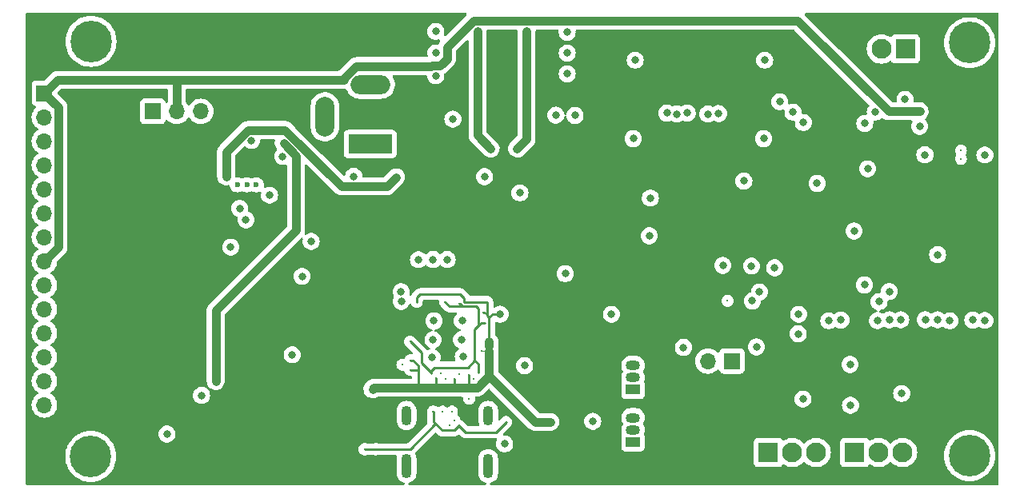
<source format=gbr>
%TF.GenerationSoftware,KiCad,Pcbnew,7.0.9*%
%TF.CreationDate,2024-01-24T14:37:03-05:00*%
%TF.ProjectId,FinalPcbLayout,46696e61-6c50-4636-924c-61796f75742e,rev?*%
%TF.SameCoordinates,Original*%
%TF.FileFunction,Copper,L3,Inr*%
%TF.FilePolarity,Positive*%
%FSLAX46Y46*%
G04 Gerber Fmt 4.6, Leading zero omitted, Abs format (unit mm)*
G04 Created by KiCad (PCBNEW 7.0.9) date 2024-01-24 14:37:03*
%MOMM*%
%LPD*%
G01*
G04 APERTURE LIST*
%TA.AperFunction,ComponentPad*%
%ADD10R,1.700000X1.700000*%
%TD*%
%TA.AperFunction,ComponentPad*%
%ADD11O,1.700000X1.700000*%
%TD*%
%TA.AperFunction,ComponentPad*%
%ADD12R,1.500000X1.050000*%
%TD*%
%TA.AperFunction,ComponentPad*%
%ADD13O,1.500000X1.050000*%
%TD*%
%TA.AperFunction,ComponentPad*%
%ADD14C,4.400000*%
%TD*%
%TA.AperFunction,ComponentPad*%
%ADD15R,2.100000X2.100000*%
%TD*%
%TA.AperFunction,ComponentPad*%
%ADD16C,2.100000*%
%TD*%
%TA.AperFunction,ComponentPad*%
%ADD17C,0.600000*%
%TD*%
%TA.AperFunction,ComponentPad*%
%ADD18O,1.100000X2.100000*%
%TD*%
%TA.AperFunction,ComponentPad*%
%ADD19O,1.100000X2.600000*%
%TD*%
%TA.AperFunction,ComponentPad*%
%ADD20R,4.600000X2.000000*%
%TD*%
%TA.AperFunction,ComponentPad*%
%ADD21O,4.200000X2.000000*%
%TD*%
%TA.AperFunction,ComponentPad*%
%ADD22O,2.000000X4.200000*%
%TD*%
%TA.AperFunction,ViaPad*%
%ADD23C,0.800000*%
%TD*%
%TA.AperFunction,ViaPad*%
%ADD24C,0.250000*%
%TD*%
%TA.AperFunction,ViaPad*%
%ADD25C,0.300000*%
%TD*%
%TA.AperFunction,Conductor*%
%ADD26C,0.900000*%
%TD*%
%TA.AperFunction,Conductor*%
%ADD27C,0.250000*%
%TD*%
%TA.AperFunction,Conductor*%
%ADD28C,0.090000*%
%TD*%
G04 APERTURE END LIST*
D10*
%TO.N,GND*%
%TO.C,J9*%
X93537800Y-89515800D03*
D11*
%TO.N,+3.3V*%
X96077800Y-89515800D03*
%TO.N,+12V*%
X98617800Y-89515800D03*
%TD*%
D12*
%TO.N,/usb/DTR*%
%TO.C,Q3*%
X144373600Y-124510800D03*
D13*
%TO.N,Net-(Q3-B)*%
X144373600Y-123240800D03*
%TO.N,/ESP_IO0_B*%
X144373600Y-121970800D03*
%TD*%
D14*
%TO.N,N/C*%
%TO.C,H4*%
X180000000Y-126000000D03*
%TD*%
D15*
%TO.N,/C1_Limit*%
%TO.C,J4*%
X158676000Y-125650000D03*
D16*
%TO.N,/C1_PWM*%
X161216000Y-125650000D03*
%TO.N,/C1_CS*%
X163756000Y-125650000D03*
%TD*%
D10*
%TO.N,Net-(J6-Pin_1)*%
%TO.C,J6*%
X154840000Y-115957246D03*
D11*
%TO.N,Net-(J6-Pin_2)*%
X152300000Y-115957246D03*
%TD*%
D15*
%TO.N,GND*%
%TO.C,SW1*%
X173200000Y-82900000D03*
D16*
%TO.N,/ESTOP*%
X170660000Y-82900000D03*
%TD*%
D14*
%TO.N,N/C*%
%TO.C,H3*%
X180000000Y-82250000D03*
%TD*%
D17*
%TO.N,N/C*%
%TO.C,U5*%
X102500000Y-97300000D03*
X103500000Y-97300000D03*
X104500000Y-97300000D03*
%TD*%
D15*
%TO.N,/COPI*%
%TO.C,J2*%
X167820000Y-125650000D03*
D16*
%TO.N,/CIPO*%
X170360000Y-125650000D03*
%TO.N,/SCLK*%
X172900000Y-125650000D03*
%TD*%
D12*
%TO.N,/usb/RTS*%
%TO.C,Q2*%
X144373600Y-118973600D03*
D13*
%TO.N,Net-(Q2-B)*%
X144373600Y-117703600D03*
%TO.N,/ESP_EN*%
X144373600Y-116433600D03*
%TD*%
D14*
%TO.N,N/C*%
%TO.C,H2*%
X86980000Y-126080000D03*
%TD*%
D10*
%TO.N,+3.3V*%
%TO.C,J7*%
X82070000Y-87590000D03*
D11*
%TO.N,GND*%
X82070000Y-90130000D03*
%TO.N,/Display_CS*%
X82070000Y-92670000D03*
%TO.N,/Display_RST*%
X82070000Y-95210000D03*
%TO.N,/Display_DC*%
X82070000Y-97750000D03*
%TO.N,/COPI*%
X82070000Y-100290000D03*
%TO.N,/SCLK*%
X82070000Y-102830000D03*
%TO.N,+3.3V*%
X82070000Y-105370000D03*
%TO.N,unconnected-(J7-Pin_9-Pad9)*%
X82070000Y-107910000D03*
%TO.N,/SCLK*%
X82070000Y-110450000D03*
%TO.N,/Touch_CS*%
X82070000Y-112990000D03*
%TO.N,/COPI*%
X82070000Y-115530000D03*
%TO.N,/CIPO*%
X82070000Y-118070000D03*
%TO.N,unconnected-(J7-Pin_14-Pad14)*%
X82070000Y-120610000D03*
%TD*%
D18*
%TO.N,GND*%
%TO.C,J5*%
X120394000Y-121722400D03*
D19*
X120394000Y-127082400D03*
D18*
X129034000Y-121722400D03*
D19*
X129034000Y-127082400D03*
%TD*%
D20*
%TO.N,Net-(Q5-D)*%
%TO.C,J3*%
X116560000Y-92980000D03*
D21*
%TO.N,GND*%
X116560000Y-86680000D03*
D22*
%TO.N,N/C*%
X111760000Y-90080000D03*
%TD*%
D14*
%TO.N,N/C*%
%TO.C,H1*%
X87000000Y-82100000D03*
%TD*%
D23*
%TO.N,GND*%
X162356800Y-119989600D03*
X161848800Y-113080800D03*
X167386000Y-120650000D03*
X167335200Y-116332000D03*
X146100000Y-102700000D03*
X181610000Y-111658400D03*
X158200000Y-92400000D03*
X123500000Y-85750000D03*
X136200000Y-89925000D03*
X137400000Y-83350000D03*
X123300000Y-111707400D03*
X123500000Y-81050000D03*
X149000000Y-89800000D03*
X128662701Y-96425500D03*
X146200000Y-98700000D03*
X110300000Y-103300000D03*
X158300000Y-84100000D03*
X126300000Y-111707400D03*
X123500000Y-83350000D03*
X149700000Y-114525000D03*
X124700000Y-105207400D03*
D24*
X119950000Y-116357400D03*
D23*
X144600000Y-84100000D03*
X123100000Y-115607400D03*
X126200000Y-113707400D03*
X125300000Y-90350000D03*
X101800000Y-103900000D03*
D24*
X154377200Y-109590700D03*
D23*
X104000000Y-92600000D03*
X181610000Y-94132400D03*
X137400000Y-81150000D03*
X109350000Y-107000000D03*
X153875383Y-105840871D03*
X123200000Y-105207400D03*
X114800000Y-96400000D03*
X137400000Y-85550000D03*
X157742109Y-108650500D03*
X105900000Y-98400000D03*
X103400000Y-101000000D03*
X144400000Y-92400000D03*
X157429200Y-114477200D03*
X138226800Y-89948000D03*
X123200000Y-113707400D03*
X156100000Y-96900000D03*
X107300000Y-94300000D03*
X163850000Y-97150000D03*
X132400000Y-98150000D03*
X126400000Y-115507400D03*
X98700000Y-119600000D03*
%TO.N,+5V*%
X139700000Y-97250000D03*
X139600000Y-93850000D03*
X136200000Y-91825000D03*
X136100000Y-94150000D03*
X134500000Y-95750000D03*
X146377200Y-106990700D03*
X139700000Y-95450000D03*
X138226800Y-91848000D03*
X133000000Y-94450000D03*
%TO.N,+12V*%
X95050000Y-123700000D03*
X100200000Y-118100000D03*
X107400000Y-92900000D03*
%TO.N,/Power/V_in*%
X101300000Y-96400000D03*
X119280000Y-96503600D03*
%TO.N,+3.3V*%
X162300000Y-80400000D03*
X174700000Y-89500000D03*
%TO.N,/SCLK*%
X150100000Y-89700000D03*
X171500000Y-108600000D03*
X172800000Y-119400000D03*
X176600000Y-104700000D03*
X171500000Y-111600000D03*
%TO.N,/CIPO*%
X147950000Y-89700000D03*
X172700000Y-111600000D03*
%TO.N,/COPI*%
X180340000Y-111620000D03*
X130780000Y-124740000D03*
X152300000Y-89800000D03*
%TO.N,/C1_PWM*%
X168900000Y-90800000D03*
X162400000Y-90700000D03*
%TO.N,/C1_Limit*%
X161300000Y-89600000D03*
X170000000Y-89600000D03*
D25*
%TO.N,/Power/USB_Vin*%
X115961600Y-125299200D03*
X123464000Y-122612400D03*
X117130000Y-125299200D03*
D24*
X125950000Y-122807400D03*
D25*
X123214000Y-121312400D03*
X130937000Y-122431400D03*
D23*
%TO.N,/SD_CS*%
X169200000Y-95600000D03*
X153430000Y-89750000D03*
%TO.N,/ESP_EN*%
X159900000Y-88500000D03*
D24*
X179070000Y-94538800D03*
D23*
X174700000Y-91100000D03*
D24*
X179070000Y-93675200D03*
D23*
X173151199Y-88251199D03*
%TO.N,Net-(U3-L1)*%
X129300000Y-93450000D03*
X127900000Y-83150000D03*
X127900000Y-86550000D03*
X127900000Y-81050000D03*
X127900000Y-84350000D03*
X127900000Y-82150000D03*
X127900000Y-85450000D03*
%TO.N,Net-(U3-L2)*%
X133100000Y-86650000D03*
X133100000Y-83150000D03*
X133100000Y-82150000D03*
X133100000Y-85450000D03*
X132100000Y-93450000D03*
X133100000Y-81050000D03*
X133100000Y-84250000D03*
%TO.N,Net-(Q1-G)*%
X108300000Y-115300000D03*
X102737699Y-99794500D03*
%TO.N,/ESTOP*%
X175260000Y-94120000D03*
%TO.N,/ESP_IO0_B*%
X165100000Y-111700000D03*
%TO.N,/TXD*%
X176600000Y-111600000D03*
X137200000Y-106707400D03*
%TO.N,/RXD*%
X121666000Y-105223400D03*
X177900000Y-111700000D03*
%TO.N,/usb/ee_pullup*%
X140100000Y-122350000D03*
X132892800Y-116456500D03*
%TO.N,/Display_RST*%
X142080000Y-111010000D03*
X161890000Y-111010000D03*
%TO.N,/Display_DC*%
X166370000Y-111620000D03*
%TO.N,/Display_CS*%
X167760000Y-102200000D03*
%TO.N,/IO17*%
X156900000Y-105900000D03*
X168860000Y-107900000D03*
%TO.N,/Touch_CS*%
X170240000Y-111670000D03*
%TO.N,/IO21*%
X175300000Y-111600000D03*
X159350000Y-106080000D03*
%TO.N,/IO22*%
X170400000Y-109670000D03*
X157000000Y-109600000D03*
D24*
%TO.N,+1V2*%
X126000000Y-109907400D03*
D25*
X128668897Y-111887500D03*
D24*
X124481397Y-109700000D03*
X128000000Y-117207400D03*
X120778897Y-113899500D03*
X123000000Y-117257400D03*
%TO.N,/usb/PD1_CC1*%
X127500000Y-117857400D03*
X127013113Y-119956330D03*
%TO.N,/usb/D+*%
X124500000Y-117857400D03*
X124214000Y-121312400D03*
X124950000Y-122807400D03*
%TO.N,/usb/D-*%
X125214000Y-121312400D03*
X124000000Y-117257400D03*
%TO.N,/usb/PD1_CC2*%
X125476000Y-122241400D03*
X126000000Y-117307400D03*
D23*
%TO.N,/usb/RTS*%
X119824652Y-108630949D03*
%TO.N,/usb/DTR*%
X119837200Y-109643000D03*
D24*
%TO.N,+3V3*%
X123500000Y-117807400D03*
X128350000Y-114857400D03*
X126500000Y-109357400D03*
D23*
X130303897Y-111003900D03*
D24*
X128950000Y-114357400D03*
X128500000Y-110857400D03*
D23*
X116789200Y-118939400D03*
D24*
X128950000Y-110357400D03*
X127000000Y-117407400D03*
X121481397Y-109700000D03*
X120793897Y-116887500D03*
D23*
X135600000Y-122407400D03*
D24*
X120778897Y-115880700D03*
X125500000Y-117857400D03*
%TD*%
D26*
%TO.N,+3.3V*%
X95707200Y-86170000D02*
X113790000Y-86170000D01*
X95707200Y-86170000D02*
X96077800Y-86540600D01*
X83490000Y-86170000D02*
X95707200Y-86170000D01*
X96077800Y-86540600D02*
X96077800Y-89515800D01*
%TO.N,+12V*%
X108700000Y-102115075D02*
X100200000Y-110615075D01*
X108700000Y-94200000D02*
X108700000Y-102115075D01*
X100200000Y-110615075D02*
X100200000Y-118100000D01*
X107400000Y-92900000D02*
X108700000Y-94200000D01*
%TO.N,/Power/V_in*%
X119280000Y-96503600D02*
X118333600Y-97450000D01*
X113505634Y-97450000D02*
X107555634Y-91500000D01*
X103600000Y-91500000D02*
X101300000Y-93800000D01*
X118333600Y-97450000D02*
X113505634Y-97450000D01*
X101300000Y-93800000D02*
X101300000Y-96400000D01*
X107555634Y-91500000D02*
X103600000Y-91500000D01*
%TO.N,+3.3V*%
X113790000Y-86170000D02*
X113790000Y-86016548D01*
X123045075Y-84720000D02*
X123065075Y-84700000D01*
X124680000Y-82714365D02*
X127474365Y-79920000D01*
X162300000Y-80400000D02*
X171400000Y-89500000D01*
X171400000Y-89500000D02*
X174700000Y-89500000D01*
X124680000Y-83954925D02*
X124680000Y-82714365D01*
X83570000Y-89090000D02*
X82070000Y-87590000D01*
X82070000Y-87590000D02*
X83490000Y-86170000D01*
X123934925Y-84700000D02*
X124680000Y-83954925D01*
X127474365Y-79920000D02*
X161820000Y-79920000D01*
X161820000Y-79920000D02*
X162300000Y-80400000D01*
X83570000Y-103870000D02*
X83570000Y-89090000D01*
X115086548Y-84720000D02*
X123045075Y-84720000D01*
X82070000Y-105370000D02*
X83570000Y-103870000D01*
X113790000Y-86016548D02*
X115086548Y-84720000D01*
X123065075Y-84700000D02*
X123934925Y-84700000D01*
D27*
%TO.N,/Power/USB_Vin*%
X125950000Y-122807400D02*
X125450000Y-123307400D01*
X120777200Y-125299200D02*
X123464000Y-122612400D01*
X125993600Y-122851000D02*
X125950000Y-122807400D01*
X123240800Y-121339200D02*
X123214000Y-121312400D01*
X117130000Y-125299200D02*
X120777200Y-125299200D01*
X125450000Y-123307400D02*
X124159000Y-123307400D01*
X123240800Y-122389200D02*
X123240800Y-121339200D01*
X126654000Y-123511400D02*
X125993600Y-122851000D01*
X116545800Y-125299200D02*
X115961600Y-125299200D01*
X130937000Y-122431400D02*
X129857000Y-123511400D01*
X123464000Y-122612400D02*
X123240800Y-122389200D01*
X116545800Y-125299200D02*
X117130000Y-125299200D01*
X129857000Y-123511400D02*
X126654000Y-123511400D01*
X124159000Y-123307400D02*
X123464000Y-122612400D01*
D26*
%TO.N,Net-(U3-L1)*%
X129300000Y-93450000D02*
X127900000Y-92050000D01*
X127900000Y-92050000D02*
X127900000Y-86550000D01*
X127900000Y-81050000D02*
X127900000Y-86550000D01*
%TO.N,Net-(U3-L2)*%
X133100000Y-81050000D02*
X133100000Y-86650000D01*
X133100000Y-92450000D02*
X132100000Y-93450000D01*
X133100000Y-86650000D02*
X133100000Y-92450000D01*
D27*
%TO.N,+1V2*%
X126052400Y-109907400D02*
X126000000Y-109907400D01*
X127967097Y-117174497D02*
X127967097Y-116287100D01*
X122981397Y-117143400D02*
X121972697Y-116134700D01*
X128000000Y-117207400D02*
X127967097Y-117174497D01*
X123000000Y-117257400D02*
X123000000Y-117007400D01*
X127967097Y-112223100D02*
X128302697Y-111887500D01*
X123000000Y-117257400D02*
X122981397Y-117238797D01*
X127967097Y-116287100D02*
X127600000Y-115920003D01*
X127600000Y-115920003D02*
X127600000Y-112590197D01*
X123350000Y-116657400D02*
X126862603Y-116657400D01*
X127967097Y-110445100D02*
X127713097Y-110191100D01*
X122981397Y-117238797D02*
X122981397Y-117143400D01*
X126336100Y-110191100D02*
X126052400Y-109907400D01*
X127967097Y-112223100D02*
X127967097Y-110445100D01*
X121972697Y-116134700D02*
X121972697Y-115093300D01*
X127713097Y-110191100D02*
X126336100Y-110191100D01*
X128302697Y-111887500D02*
X128668897Y-111887500D01*
X126336100Y-110191100D02*
X124972497Y-110191100D01*
X127600000Y-112590197D02*
X127967097Y-112223100D01*
X123000000Y-117007400D02*
X123350000Y-116657400D01*
X126862603Y-116657400D02*
X127600000Y-115920003D01*
X124972497Y-110191100D02*
X124481397Y-109700000D01*
X121972697Y-115093300D02*
X120778897Y-113899500D01*
D26*
%TO.N,+3V3*%
X134046226Y-122407400D02*
X135600000Y-122407400D01*
X127150000Y-118807400D02*
X125845013Y-118807400D01*
D27*
X121617097Y-118790303D02*
X121600000Y-118807400D01*
D26*
X116789200Y-118939400D02*
X116921200Y-118807400D01*
D27*
X126481397Y-109264200D02*
X126481397Y-109338797D01*
X120793897Y-116887500D02*
X121547197Y-116887500D01*
X121481397Y-109700000D02*
X121481397Y-109251400D01*
X128950000Y-109700000D02*
X126481397Y-109700000D01*
X121617097Y-116439500D02*
X121058297Y-115880700D01*
X126481397Y-109376003D02*
X126500000Y-109357400D01*
X128950000Y-110357400D02*
X128950000Y-109700000D01*
D26*
X121600000Y-118807400D02*
X125845013Y-118807400D01*
D27*
X129143897Y-111362500D02*
X129502497Y-111003900D01*
X126087497Y-108870300D02*
X126481397Y-109264200D01*
X126481397Y-109338797D02*
X126500000Y-109357400D01*
X126481397Y-109700000D02*
X126481397Y-109376003D01*
D26*
X129143897Y-114407400D02*
X129143897Y-113912500D01*
D27*
X125477897Y-117879503D02*
X125477897Y-118440284D01*
X129502497Y-111003900D02*
X130303897Y-111003900D01*
X127200000Y-118757400D02*
X127000000Y-118557400D01*
X129143897Y-111362500D02*
X128950000Y-111168603D01*
X121617097Y-116957400D02*
X121617097Y-118790303D01*
D26*
X116921200Y-118807400D02*
X121600000Y-118807400D01*
D27*
X128950000Y-110907400D02*
X128500000Y-110857400D01*
D26*
X129143897Y-117505071D02*
X129143897Y-114857400D01*
X127891568Y-118757400D02*
X129143897Y-117505071D01*
D27*
X123481397Y-118788797D02*
X123481397Y-117826003D01*
X125500000Y-117857400D02*
X125477897Y-117879503D01*
X121547197Y-116887500D02*
X121617097Y-116957400D01*
X127000000Y-118557400D02*
X127000000Y-117407400D01*
X125477897Y-118440284D02*
X125845013Y-118807400D01*
X121481397Y-109251400D02*
X121862497Y-108870300D01*
D26*
X127200000Y-118757400D02*
X127150000Y-118807400D01*
D28*
X128350000Y-114857400D02*
X129143897Y-114857400D01*
D27*
X128950000Y-110907400D02*
X128950000Y-110357400D01*
X121617097Y-116957400D02*
X121617097Y-116439500D01*
X121862497Y-108870300D02*
X126087497Y-108870300D01*
X128950000Y-111168603D02*
X128950000Y-110907400D01*
X129143897Y-113912500D02*
X129143897Y-111362500D01*
D26*
X129143897Y-117505071D02*
X134046226Y-122407400D01*
X127200000Y-118757400D02*
X127891568Y-118757400D01*
D27*
X123481397Y-117826003D02*
X123500000Y-117807400D01*
X121058297Y-115880700D02*
X120778897Y-115880700D01*
%TD*%
%TA.AperFunction,Conductor*%
%TO.N,+5V*%
G36*
X126717331Y-79120185D02*
G01*
X126763086Y-79172989D01*
X126773030Y-79242147D01*
X126744005Y-79305703D01*
X126737973Y-79312181D01*
X124545748Y-81504404D01*
X124484425Y-81537889D01*
X124414733Y-81532905D01*
X124358800Y-81491033D01*
X124334383Y-81425569D01*
X124340135Y-81378408D01*
X124385674Y-81238256D01*
X124405460Y-81050000D01*
X124385674Y-80861744D01*
X124327179Y-80681716D01*
X124232533Y-80517784D01*
X124105871Y-80377112D01*
X124105870Y-80377111D01*
X123952734Y-80265851D01*
X123952729Y-80265848D01*
X123779807Y-80188857D01*
X123779802Y-80188855D01*
X123634001Y-80157865D01*
X123594646Y-80149500D01*
X123405354Y-80149500D01*
X123372897Y-80156398D01*
X123220197Y-80188855D01*
X123220192Y-80188857D01*
X123047270Y-80265848D01*
X123047265Y-80265851D01*
X122894129Y-80377111D01*
X122767466Y-80517785D01*
X122672821Y-80681715D01*
X122672818Y-80681722D01*
X122614327Y-80861740D01*
X122614326Y-80861744D01*
X122594540Y-81050000D01*
X122614326Y-81238256D01*
X122614327Y-81238259D01*
X122672818Y-81418277D01*
X122672821Y-81418284D01*
X122767467Y-81582216D01*
X122857506Y-81682214D01*
X122894129Y-81722888D01*
X123047265Y-81834148D01*
X123047270Y-81834151D01*
X123220192Y-81911142D01*
X123220197Y-81911144D01*
X123405354Y-81950500D01*
X123405355Y-81950500D01*
X123594644Y-81950500D01*
X123594646Y-81950500D01*
X123779803Y-81911144D01*
X123811310Y-81897115D01*
X123880558Y-81887829D01*
X123943835Y-81917456D01*
X123981050Y-81976590D01*
X123980387Y-82046456D01*
X123958323Y-82086638D01*
X123958673Y-82086882D01*
X123956382Y-82090172D01*
X123955847Y-82091148D01*
X123955087Y-82092032D01*
X123921855Y-82139776D01*
X123919020Y-82143537D01*
X123882265Y-82188615D01*
X123867248Y-82217363D01*
X123863179Y-82224079D01*
X123844646Y-82250707D01*
X123844646Y-82250708D01*
X123821711Y-82304154D01*
X123819689Y-82308411D01*
X123792764Y-82359956D01*
X123792761Y-82359962D01*
X123789078Y-82372835D01*
X123751708Y-82431871D01*
X123688353Y-82461332D01*
X123644084Y-82460008D01*
X123594647Y-82449500D01*
X123594646Y-82449500D01*
X123405354Y-82449500D01*
X123372897Y-82456398D01*
X123220197Y-82488855D01*
X123220192Y-82488857D01*
X123047270Y-82565848D01*
X123047265Y-82565851D01*
X122894129Y-82677111D01*
X122767466Y-82817785D01*
X122672821Y-82981715D01*
X122672818Y-82981722D01*
X122614327Y-83161740D01*
X122614326Y-83161744D01*
X122594540Y-83350000D01*
X122614326Y-83538256D01*
X122614327Y-83538259D01*
X122636721Y-83607182D01*
X122638716Y-83677024D01*
X122602635Y-83736856D01*
X122539934Y-83767684D01*
X122518790Y-83769500D01*
X115098612Y-83769500D01*
X115014003Y-83767356D01*
X115013998Y-83767356D01*
X114956760Y-83777614D01*
X114952096Y-83778268D01*
X114894233Y-83784154D01*
X114894229Y-83784154D01*
X114894227Y-83784155D01*
X114894224Y-83784155D01*
X114894219Y-83784157D01*
X114863281Y-83793864D01*
X114855654Y-83795735D01*
X114823724Y-83801458D01*
X114823719Y-83801460D01*
X114769697Y-83823037D01*
X114765262Y-83824616D01*
X114709777Y-83842027D01*
X114681422Y-83857763D01*
X114674333Y-83861130D01*
X114644196Y-83873170D01*
X114595632Y-83905177D01*
X114591603Y-83907618D01*
X114540755Y-83935841D01*
X114540750Y-83935845D01*
X114516144Y-83956969D01*
X114509874Y-83961697D01*
X114482790Y-83979547D01*
X114482789Y-83979548D01*
X114441668Y-84020668D01*
X114438214Y-84023869D01*
X114394079Y-84061760D01*
X114374222Y-84087412D01*
X114369031Y-84093305D01*
X113279157Y-85183181D01*
X113217834Y-85216666D01*
X113191476Y-85219500D01*
X95745697Y-85219500D01*
X95740990Y-85219321D01*
X95736050Y-85218944D01*
X95682998Y-85214904D01*
X95665376Y-85217149D01*
X95650814Y-85219003D01*
X95642985Y-85219500D01*
X83502045Y-85219500D01*
X83417454Y-85217355D01*
X83417451Y-85217355D01*
X83360211Y-85227615D01*
X83355546Y-85228269D01*
X83297685Y-85234154D01*
X83297672Y-85234156D01*
X83266724Y-85243866D01*
X83259099Y-85245737D01*
X83227174Y-85251460D01*
X83227171Y-85251461D01*
X83173159Y-85273034D01*
X83168724Y-85274613D01*
X83123686Y-85288745D01*
X83113232Y-85292026D01*
X83113229Y-85292027D01*
X83113225Y-85292029D01*
X83084871Y-85307766D01*
X83077777Y-85311135D01*
X83047647Y-85323171D01*
X82999087Y-85355174D01*
X82995059Y-85357615D01*
X82944209Y-85385840D01*
X82944208Y-85385841D01*
X82919594Y-85406969D01*
X82913326Y-85411696D01*
X82886243Y-85429546D01*
X82886240Y-85429549D01*
X82845120Y-85470668D01*
X82841666Y-85473869D01*
X82797529Y-85511762D01*
X82777675Y-85537410D01*
X82772484Y-85543304D01*
X82112607Y-86203181D01*
X82051284Y-86236666D01*
X82024926Y-86239500D01*
X81172129Y-86239500D01*
X81172123Y-86239501D01*
X81112516Y-86245908D01*
X80977671Y-86296202D01*
X80977664Y-86296206D01*
X80862455Y-86382452D01*
X80862452Y-86382455D01*
X80776206Y-86497664D01*
X80776202Y-86497671D01*
X80725908Y-86632517D01*
X80719501Y-86692116D01*
X80719500Y-86692135D01*
X80719500Y-88487870D01*
X80719501Y-88487876D01*
X80725908Y-88547483D01*
X80776202Y-88682328D01*
X80776206Y-88682335D01*
X80862452Y-88797544D01*
X80862455Y-88797547D01*
X80977664Y-88883793D01*
X80977671Y-88883797D01*
X81109081Y-88932810D01*
X81165015Y-88974681D01*
X81189432Y-89040145D01*
X81174580Y-89108418D01*
X81153430Y-89136673D01*
X81031503Y-89258600D01*
X80895965Y-89452169D01*
X80895964Y-89452171D01*
X80796098Y-89666335D01*
X80796094Y-89666344D01*
X80734938Y-89894586D01*
X80734936Y-89894596D01*
X80714341Y-90129999D01*
X80714341Y-90130000D01*
X80734936Y-90365403D01*
X80734938Y-90365413D01*
X80796094Y-90593655D01*
X80796096Y-90593659D01*
X80796097Y-90593663D01*
X80864118Y-90739534D01*
X80895965Y-90807830D01*
X80895967Y-90807834D01*
X81031501Y-91001395D01*
X81031506Y-91001402D01*
X81198597Y-91168493D01*
X81198603Y-91168498D01*
X81384158Y-91298425D01*
X81427783Y-91353002D01*
X81434977Y-91422500D01*
X81403454Y-91484855D01*
X81384158Y-91501575D01*
X81198597Y-91631505D01*
X81031505Y-91798597D01*
X80895965Y-91992169D01*
X80895964Y-91992171D01*
X80796098Y-92206335D01*
X80796094Y-92206344D01*
X80734938Y-92434586D01*
X80734936Y-92434596D01*
X80714341Y-92669999D01*
X80714341Y-92670000D01*
X80734936Y-92905403D01*
X80734938Y-92905413D01*
X80796094Y-93133655D01*
X80796096Y-93133659D01*
X80796097Y-93133663D01*
X80876687Y-93306489D01*
X80895965Y-93347830D01*
X80895967Y-93347834D01*
X80975307Y-93461142D01*
X81012309Y-93513987D01*
X81031501Y-93541395D01*
X81031506Y-93541402D01*
X81198597Y-93708493D01*
X81198603Y-93708498D01*
X81384158Y-93838425D01*
X81427783Y-93893002D01*
X81434977Y-93962500D01*
X81403454Y-94024855D01*
X81384158Y-94041575D01*
X81198597Y-94171505D01*
X81031505Y-94338597D01*
X80895965Y-94532169D01*
X80895964Y-94532171D01*
X80802401Y-94732816D01*
X80799586Y-94738856D01*
X80796098Y-94746335D01*
X80796094Y-94746344D01*
X80734938Y-94974586D01*
X80734936Y-94974596D01*
X80714341Y-95209999D01*
X80714341Y-95210000D01*
X80734936Y-95445403D01*
X80734938Y-95445413D01*
X80796094Y-95673655D01*
X80796096Y-95673659D01*
X80796097Y-95673663D01*
X80832912Y-95752612D01*
X80895965Y-95887830D01*
X80895967Y-95887834D01*
X80974157Y-95999500D01*
X81014570Y-96057216D01*
X81031501Y-96081395D01*
X81031506Y-96081402D01*
X81198597Y-96248493D01*
X81198603Y-96248498D01*
X81384158Y-96378425D01*
X81427783Y-96433002D01*
X81434977Y-96502500D01*
X81403454Y-96564855D01*
X81384158Y-96581575D01*
X81198597Y-96711505D01*
X81031505Y-96878597D01*
X80895965Y-97072169D01*
X80895964Y-97072171D01*
X80796098Y-97286335D01*
X80796094Y-97286344D01*
X80734938Y-97514586D01*
X80734936Y-97514596D01*
X80714341Y-97749999D01*
X80714341Y-97750000D01*
X80734936Y-97985403D01*
X80734938Y-97985413D01*
X80796094Y-98213655D01*
X80796096Y-98213659D01*
X80796097Y-98213663D01*
X80895965Y-98427830D01*
X80895967Y-98427834D01*
X81031501Y-98621395D01*
X81031506Y-98621402D01*
X81198597Y-98788493D01*
X81198603Y-98788498D01*
X81384158Y-98918425D01*
X81427783Y-98973002D01*
X81434977Y-99042500D01*
X81403454Y-99104855D01*
X81384158Y-99121575D01*
X81198597Y-99251505D01*
X81031505Y-99418597D01*
X80895965Y-99612169D01*
X80895964Y-99612171D01*
X80796098Y-99826335D01*
X80796094Y-99826344D01*
X80734938Y-100054586D01*
X80734936Y-100054596D01*
X80714341Y-100289999D01*
X80714341Y-100290000D01*
X80734936Y-100525403D01*
X80734938Y-100525413D01*
X80796094Y-100753655D01*
X80796096Y-100753659D01*
X80796097Y-100753663D01*
X80823181Y-100811744D01*
X80895965Y-100967830D01*
X80895967Y-100967834D01*
X81031501Y-101161395D01*
X81031506Y-101161402D01*
X81198597Y-101328493D01*
X81198603Y-101328498D01*
X81384158Y-101458425D01*
X81427783Y-101513002D01*
X81434977Y-101582500D01*
X81403454Y-101644855D01*
X81384158Y-101661575D01*
X81198597Y-101791505D01*
X81031505Y-101958597D01*
X80895965Y-102152169D01*
X80895964Y-102152171D01*
X80796098Y-102366335D01*
X80796094Y-102366344D01*
X80734938Y-102594586D01*
X80734936Y-102594596D01*
X80714341Y-102829999D01*
X80714341Y-102830000D01*
X80734936Y-103065403D01*
X80734938Y-103065413D01*
X80796094Y-103293655D01*
X80796096Y-103293659D01*
X80796097Y-103293663D01*
X80886839Y-103488259D01*
X80895965Y-103507830D01*
X80895967Y-103507834D01*
X81031501Y-103701395D01*
X81031506Y-103701402D01*
X81198597Y-103868493D01*
X81198603Y-103868498D01*
X81384158Y-103998425D01*
X81427783Y-104053002D01*
X81434977Y-104122500D01*
X81403454Y-104184855D01*
X81384158Y-104201575D01*
X81198597Y-104331505D01*
X81031505Y-104498597D01*
X80895965Y-104692169D01*
X80895964Y-104692171D01*
X80796098Y-104906335D01*
X80796094Y-104906344D01*
X80734938Y-105134586D01*
X80734936Y-105134596D01*
X80714341Y-105369999D01*
X80714341Y-105370000D01*
X80734936Y-105605403D01*
X80734938Y-105605413D01*
X80796094Y-105833655D01*
X80796096Y-105833659D01*
X80796097Y-105833663D01*
X80837872Y-105923249D01*
X80895965Y-106047830D01*
X80895967Y-106047834D01*
X81031501Y-106241395D01*
X81031506Y-106241402D01*
X81198597Y-106408493D01*
X81198603Y-106408498D01*
X81384158Y-106538425D01*
X81427783Y-106593002D01*
X81434977Y-106662500D01*
X81403454Y-106724855D01*
X81384158Y-106741575D01*
X81198597Y-106871505D01*
X81031505Y-107038597D01*
X80895965Y-107232169D01*
X80895964Y-107232171D01*
X80796098Y-107446335D01*
X80796094Y-107446344D01*
X80734938Y-107674586D01*
X80734936Y-107674596D01*
X80714341Y-107909999D01*
X80714341Y-107910000D01*
X80734936Y-108145403D01*
X80734938Y-108145413D01*
X80796094Y-108373655D01*
X80796096Y-108373659D01*
X80796097Y-108373663D01*
X80888997Y-108572888D01*
X80895965Y-108587830D01*
X80895967Y-108587834D01*
X80967907Y-108690574D01*
X81017319Y-108761142D01*
X81031501Y-108781395D01*
X81031506Y-108781402D01*
X81198597Y-108948493D01*
X81198603Y-108948498D01*
X81384158Y-109078425D01*
X81427783Y-109133002D01*
X81434977Y-109202500D01*
X81403454Y-109264855D01*
X81384158Y-109281575D01*
X81198597Y-109411505D01*
X81031505Y-109578597D01*
X80895965Y-109772169D01*
X80895964Y-109772171D01*
X80796098Y-109986335D01*
X80796094Y-109986344D01*
X80734938Y-110214586D01*
X80734936Y-110214596D01*
X80714341Y-110449999D01*
X80714341Y-110450000D01*
X80734936Y-110685403D01*
X80734938Y-110685413D01*
X80796094Y-110913655D01*
X80796096Y-110913659D01*
X80796097Y-110913663D01*
X80877291Y-111087784D01*
X80895965Y-111127830D01*
X80895967Y-111127834D01*
X80945280Y-111198259D01*
X81023329Y-111309725D01*
X81031501Y-111321395D01*
X81031506Y-111321402D01*
X81198597Y-111488493D01*
X81198603Y-111488498D01*
X81384158Y-111618425D01*
X81427783Y-111673002D01*
X81434977Y-111742500D01*
X81403454Y-111804855D01*
X81384158Y-111821575D01*
X81198597Y-111951505D01*
X81031505Y-112118597D01*
X80895965Y-112312169D01*
X80895964Y-112312171D01*
X80796098Y-112526335D01*
X80796094Y-112526344D01*
X80734938Y-112754586D01*
X80734936Y-112754596D01*
X80714341Y-112989999D01*
X80714341Y-112990000D01*
X80734936Y-113225403D01*
X80734938Y-113225413D01*
X80796094Y-113453655D01*
X80796096Y-113453659D01*
X80796097Y-113453663D01*
X80855862Y-113581829D01*
X80895965Y-113667830D01*
X80895967Y-113667834D01*
X80985935Y-113796321D01*
X81016637Y-113840168D01*
X81031501Y-113861395D01*
X81031506Y-113861402D01*
X81198597Y-114028493D01*
X81198603Y-114028498D01*
X81384158Y-114158425D01*
X81427783Y-114213002D01*
X81434977Y-114282500D01*
X81403454Y-114344855D01*
X81384158Y-114361575D01*
X81198597Y-114491505D01*
X81031505Y-114658597D01*
X80895965Y-114852169D01*
X80895964Y-114852171D01*
X80796098Y-115066335D01*
X80796094Y-115066344D01*
X80734938Y-115294586D01*
X80734936Y-115294596D01*
X80714341Y-115529999D01*
X80714341Y-115530000D01*
X80734936Y-115765403D01*
X80734938Y-115765413D01*
X80796094Y-115993655D01*
X80796096Y-115993659D01*
X80796097Y-115993663D01*
X80840188Y-116088216D01*
X80895965Y-116207830D01*
X80895967Y-116207834D01*
X81031501Y-116401395D01*
X81031506Y-116401402D01*
X81198597Y-116568493D01*
X81198603Y-116568498D01*
X81384158Y-116698425D01*
X81427783Y-116753002D01*
X81434977Y-116822500D01*
X81403454Y-116884855D01*
X81384158Y-116901575D01*
X81198597Y-117031505D01*
X81031505Y-117198597D01*
X80895965Y-117392169D01*
X80895964Y-117392171D01*
X80796098Y-117606335D01*
X80796094Y-117606344D01*
X80734938Y-117834586D01*
X80734936Y-117834596D01*
X80714341Y-118069999D01*
X80714341Y-118070000D01*
X80734936Y-118305403D01*
X80734938Y-118305413D01*
X80796094Y-118533655D01*
X80796096Y-118533659D01*
X80796097Y-118533663D01*
X80848384Y-118645793D01*
X80895965Y-118747830D01*
X80895967Y-118747834D01*
X81031501Y-118941395D01*
X81031506Y-118941402D01*
X81198597Y-119108493D01*
X81198603Y-119108498D01*
X81384158Y-119238425D01*
X81427783Y-119293002D01*
X81434977Y-119362500D01*
X81403454Y-119424855D01*
X81384158Y-119441575D01*
X81198597Y-119571505D01*
X81031505Y-119738597D01*
X80895965Y-119932169D01*
X80895964Y-119932171D01*
X80796098Y-120146335D01*
X80796094Y-120146344D01*
X80734938Y-120374586D01*
X80734936Y-120374596D01*
X80714341Y-120609999D01*
X80714341Y-120610000D01*
X80734936Y-120845403D01*
X80734938Y-120845413D01*
X80796094Y-121073655D01*
X80796096Y-121073659D01*
X80796097Y-121073663D01*
X80895965Y-121287830D01*
X80895967Y-121287834D01*
X80988918Y-121420581D01*
X81031505Y-121481401D01*
X81198599Y-121648495D01*
X81247135Y-121682480D01*
X81392165Y-121784032D01*
X81392167Y-121784033D01*
X81392170Y-121784035D01*
X81606337Y-121883903D01*
X81606343Y-121883904D01*
X81606344Y-121883905D01*
X81636985Y-121892115D01*
X81834592Y-121945063D01*
X81980448Y-121957824D01*
X82069999Y-121965659D01*
X82070000Y-121965659D01*
X82070001Y-121965659D01*
X82110061Y-121962154D01*
X82305408Y-121945063D01*
X82533663Y-121883903D01*
X82747830Y-121784035D01*
X82941401Y-121648495D01*
X83108495Y-121481401D01*
X83244035Y-121287830D01*
X83343903Y-121073663D01*
X83405063Y-120845408D01*
X83425659Y-120610000D01*
X83405063Y-120374592D01*
X83343903Y-120146337D01*
X83244035Y-119932171D01*
X83197598Y-119865851D01*
X83108494Y-119738597D01*
X82969896Y-119600000D01*
X97794540Y-119600000D01*
X97814326Y-119788256D01*
X97814327Y-119788259D01*
X97872818Y-119968277D01*
X97872821Y-119968284D01*
X97967467Y-120132216D01*
X98072754Y-120249149D01*
X98094129Y-120272888D01*
X98247265Y-120384148D01*
X98247270Y-120384151D01*
X98420192Y-120461142D01*
X98420197Y-120461144D01*
X98605354Y-120500500D01*
X98605355Y-120500500D01*
X98794644Y-120500500D01*
X98794646Y-120500500D01*
X98979803Y-120461144D01*
X99152730Y-120384151D01*
X99305871Y-120272888D01*
X99432533Y-120132216D01*
X99527179Y-119968284D01*
X99585674Y-119788256D01*
X99605460Y-119600000D01*
X99585674Y-119411744D01*
X99527179Y-119231716D01*
X99432533Y-119067784D01*
X99305871Y-118927112D01*
X99283414Y-118910796D01*
X99152734Y-118815851D01*
X99152729Y-118815848D01*
X98979807Y-118738857D01*
X98979802Y-118738855D01*
X98834001Y-118707865D01*
X98794646Y-118699500D01*
X98605354Y-118699500D01*
X98572897Y-118706398D01*
X98420197Y-118738855D01*
X98420192Y-118738857D01*
X98247270Y-118815848D01*
X98247265Y-118815851D01*
X98094129Y-118927111D01*
X97967466Y-119067785D01*
X97872821Y-119231715D01*
X97872818Y-119231722D01*
X97821394Y-119389991D01*
X97814326Y-119411744D01*
X97794540Y-119600000D01*
X82969896Y-119600000D01*
X82941402Y-119571506D01*
X82941396Y-119571501D01*
X82755842Y-119441575D01*
X82712217Y-119386998D01*
X82705023Y-119317500D01*
X82736546Y-119255145D01*
X82755842Y-119238425D01*
X82802938Y-119205448D01*
X82941401Y-119108495D01*
X83108495Y-118941401D01*
X83244035Y-118747830D01*
X83343903Y-118533663D01*
X83405063Y-118305408D01*
X83425659Y-118070000D01*
X83405063Y-117834592D01*
X83343903Y-117606337D01*
X83244035Y-117392171D01*
X83241382Y-117388381D01*
X83108494Y-117198597D01*
X82941402Y-117031506D01*
X82941396Y-117031501D01*
X82755842Y-116901575D01*
X82712217Y-116846998D01*
X82705023Y-116777500D01*
X82736546Y-116715145D01*
X82755842Y-116698425D01*
X82846308Y-116635080D01*
X82941401Y-116568495D01*
X83108495Y-116401401D01*
X83244035Y-116207830D01*
X83343903Y-115993663D01*
X83405063Y-115765408D01*
X83425659Y-115530000D01*
X83405063Y-115294592D01*
X83343903Y-115066337D01*
X83244035Y-114852171D01*
X83237551Y-114842910D01*
X83108494Y-114658597D01*
X82941402Y-114491506D01*
X82941396Y-114491501D01*
X82755842Y-114361575D01*
X82712217Y-114306998D01*
X82705023Y-114237500D01*
X82736546Y-114175145D01*
X82755842Y-114158425D01*
X82826549Y-114108915D01*
X82941401Y-114028495D01*
X83108495Y-113861401D01*
X83244035Y-113667830D01*
X83343903Y-113453663D01*
X83405063Y-113225408D01*
X83425659Y-112990000D01*
X83405063Y-112754592D01*
X83345191Y-112531144D01*
X83343905Y-112526344D01*
X83343904Y-112526343D01*
X83343903Y-112526337D01*
X83244035Y-112312171D01*
X83234769Y-112298937D01*
X83108494Y-112118597D01*
X82941402Y-111951506D01*
X82941396Y-111951501D01*
X82755842Y-111821575D01*
X82712217Y-111766998D01*
X82705023Y-111697500D01*
X82736546Y-111635145D01*
X82755842Y-111618425D01*
X82778026Y-111602891D01*
X82941401Y-111488495D01*
X83108495Y-111321401D01*
X83244035Y-111127830D01*
X83343903Y-110913663D01*
X83405063Y-110685408D01*
X83409099Y-110639276D01*
X99244904Y-110639276D01*
X99246804Y-110654195D01*
X99249003Y-110671460D01*
X99249500Y-110679289D01*
X99249500Y-118148207D01*
X99264154Y-118292322D01*
X99322022Y-118476759D01*
X99322029Y-118476774D01*
X99415839Y-118645788D01*
X99415842Y-118645793D01*
X99541758Y-118792466D01*
X99541759Y-118792468D01*
X99639060Y-118867784D01*
X99694627Y-118910796D01*
X99868184Y-118995930D01*
X99868188Y-118995931D01*
X99868186Y-118995931D01*
X100055317Y-119044383D01*
X100055320Y-119044383D01*
X100055326Y-119044385D01*
X100248390Y-119054176D01*
X100439474Y-119024903D01*
X100604985Y-118963604D01*
X115834104Y-118963604D01*
X115858527Y-119155363D01*
X115858527Y-119155364D01*
X115921051Y-119338288D01*
X116019116Y-119504877D01*
X116019117Y-119504879D01*
X116019119Y-119504881D01*
X116110552Y-119606083D01*
X116148714Y-119648322D01*
X116304524Y-119762736D01*
X116304523Y-119762736D01*
X116304528Y-119762738D01*
X116304529Y-119762739D01*
X116480187Y-119843448D01*
X116480190Y-119843448D01*
X116480191Y-119843449D01*
X116668494Y-119887147D01*
X116861740Y-119892044D01*
X116861740Y-119892043D01*
X116861746Y-119892044D01*
X117035268Y-119860942D01*
X117052023Y-119857940D01*
X117052023Y-119857939D01*
X117052028Y-119857939D01*
X117231548Y-119786230D01*
X117243485Y-119778362D01*
X117310293Y-119757908D01*
X117311720Y-119757900D01*
X121503344Y-119757900D01*
X125748357Y-119757900D01*
X126267146Y-119757900D01*
X126334185Y-119777585D01*
X126379940Y-119830389D01*
X126390241Y-119896844D01*
X126383019Y-119956330D01*
X126401328Y-120107121D01*
X126455192Y-120249149D01*
X126541481Y-120374160D01*
X126655179Y-120474887D01*
X126789679Y-120545478D01*
X126863421Y-120563654D01*
X126937163Y-120581830D01*
X126937164Y-120581830D01*
X127089063Y-120581830D01*
X127138223Y-120569712D01*
X127236547Y-120545478D01*
X127371047Y-120474887D01*
X127484745Y-120374160D01*
X127571034Y-120249149D01*
X127624898Y-120107121D01*
X127643207Y-119956330D01*
X127631261Y-119857940D01*
X127629914Y-119846846D01*
X127641375Y-119777922D01*
X127688279Y-119726137D01*
X127753010Y-119707900D01*
X127879505Y-119707900D01*
X127964107Y-119710044D01*
X127964107Y-119710043D01*
X127964114Y-119710044D01*
X128021386Y-119699778D01*
X128026000Y-119699131D01*
X128083889Y-119693245D01*
X128114854Y-119683528D01*
X128122454Y-119681663D01*
X128154396Y-119675939D01*
X128208398Y-119654367D01*
X128212835Y-119652787D01*
X128227069Y-119648321D01*
X128268336Y-119635374D01*
X128296702Y-119619628D01*
X128303782Y-119616266D01*
X128333916Y-119604230D01*
X128382485Y-119572218D01*
X128386494Y-119569789D01*
X128437359Y-119541559D01*
X128461976Y-119520423D01*
X128468240Y-119515701D01*
X128495327Y-119497851D01*
X128536474Y-119456702D01*
X128539893Y-119453534D01*
X128584036Y-119415640D01*
X128603896Y-119389981D01*
X128609067Y-119384109D01*
X129056219Y-118936958D01*
X129117538Y-118903476D01*
X129187230Y-118908460D01*
X129231577Y-118936961D01*
X133365598Y-123070982D01*
X133423900Y-123132317D01*
X133423901Y-123132318D01*
X133471639Y-123165545D01*
X133475387Y-123168370D01*
X133520475Y-123205134D01*
X133549224Y-123220151D01*
X133555942Y-123224221D01*
X133582568Y-123242753D01*
X133636045Y-123265701D01*
X133640264Y-123267705D01*
X133691820Y-123294636D01*
X133723004Y-123303559D01*
X133730387Y-123306187D01*
X133760212Y-123318986D01*
X133760214Y-123318987D01*
X133817190Y-123330695D01*
X133821756Y-123331816D01*
X133877674Y-123347817D01*
X133910031Y-123350280D01*
X133917785Y-123351367D01*
X133949570Y-123357900D01*
X134007729Y-123357900D01*
X134012435Y-123358078D01*
X134035442Y-123359830D01*
X134070427Y-123362495D01*
X134070427Y-123362494D01*
X134070429Y-123362495D01*
X134102611Y-123358396D01*
X134110441Y-123357900D01*
X135648207Y-123357900D01*
X135792322Y-123343245D01*
X135976759Y-123285377D01*
X135976760Y-123285376D01*
X135976768Y-123285374D01*
X136145791Y-123191559D01*
X136292468Y-123065640D01*
X136410796Y-122912773D01*
X136495930Y-122739216D01*
X136515339Y-122664254D01*
X136544383Y-122552082D01*
X136544384Y-122552076D01*
X136544385Y-122552074D01*
X136554176Y-122359010D01*
X136552796Y-122350000D01*
X139194540Y-122350000D01*
X139214326Y-122538256D01*
X139214327Y-122538259D01*
X139272818Y-122718277D01*
X139272821Y-122718284D01*
X139367467Y-122882216D01*
X139485925Y-123013777D01*
X139494129Y-123022888D01*
X139647265Y-123134148D01*
X139647270Y-123134151D01*
X139820192Y-123211142D01*
X139820197Y-123211144D01*
X140005354Y-123250500D01*
X140005355Y-123250500D01*
X140194644Y-123250500D01*
X140194646Y-123250500D01*
X140240281Y-123240800D01*
X143118138Y-123240800D01*
X143137937Y-123441831D01*
X143159144Y-123511740D01*
X143187268Y-123604454D01*
X143196906Y-123636224D01*
X143197529Y-123706091D01*
X143183130Y-123735186D01*
X143184052Y-123735690D01*
X143179802Y-123743471D01*
X143129508Y-123878317D01*
X143123139Y-123937560D01*
X143123101Y-123937923D01*
X143123100Y-123937935D01*
X143123100Y-125083670D01*
X143123101Y-125083676D01*
X143129508Y-125143283D01*
X143179802Y-125278128D01*
X143179806Y-125278135D01*
X143266052Y-125393344D01*
X143266055Y-125393347D01*
X143381264Y-125479593D01*
X143381271Y-125479597D01*
X143516117Y-125529891D01*
X143516116Y-125529891D01*
X143523044Y-125530635D01*
X143575727Y-125536300D01*
X145171472Y-125536299D01*
X145231083Y-125529891D01*
X145365931Y-125479596D01*
X145481146Y-125393346D01*
X145567396Y-125278131D01*
X145617691Y-125143283D01*
X145624100Y-125083673D01*
X145624099Y-123937928D01*
X145617691Y-123878317D01*
X145615016Y-123871146D01*
X145567397Y-123743471D01*
X145563146Y-123735686D01*
X145565221Y-123734552D01*
X145545271Y-123681074D01*
X145550294Y-123636223D01*
X145550621Y-123635144D01*
X145550623Y-123635141D01*
X145609262Y-123441833D01*
X145629062Y-123240800D01*
X145609262Y-123039767D01*
X145550623Y-122846459D01*
X145455398Y-122668306D01*
X145455394Y-122668302D01*
X145453231Y-122664254D01*
X145438989Y-122595851D01*
X145453231Y-122547346D01*
X145455394Y-122543298D01*
X145455398Y-122543294D01*
X145550623Y-122365141D01*
X145609262Y-122171833D01*
X145629062Y-121970800D01*
X145609262Y-121769767D01*
X145550623Y-121576459D01*
X145550621Y-121576456D01*
X145550621Y-121576454D01*
X145455401Y-121398311D01*
X145455399Y-121398309D01*
X145455398Y-121398306D01*
X145384896Y-121312399D01*
X145327247Y-121242152D01*
X145171095Y-121114003D01*
X145171088Y-121113998D01*
X144992945Y-121018778D01*
X144799631Y-120960137D01*
X144689500Y-120949290D01*
X144648980Y-120945300D01*
X144098220Y-120945300D01*
X144061033Y-120948962D01*
X143947568Y-120960137D01*
X143754254Y-121018778D01*
X143576111Y-121113998D01*
X143576104Y-121114003D01*
X143419952Y-121242152D01*
X143291803Y-121398304D01*
X143291798Y-121398311D01*
X143196578Y-121576454D01*
X143137937Y-121769768D01*
X143118138Y-121970800D01*
X143137937Y-122171831D01*
X143196578Y-122365145D01*
X143293967Y-122547347D01*
X143308209Y-122615750D01*
X143293967Y-122664253D01*
X143196578Y-122846454D01*
X143137937Y-123039768D01*
X143118138Y-123240800D01*
X140240281Y-123240800D01*
X140379803Y-123211144D01*
X140552730Y-123134151D01*
X140705871Y-123022888D01*
X140832533Y-122882216D01*
X140927179Y-122718284D01*
X140985674Y-122538256D01*
X141005460Y-122350000D01*
X140985674Y-122161744D01*
X140931112Y-121993823D01*
X140927181Y-121981722D01*
X140927180Y-121981721D01*
X140927179Y-121981716D01*
X140832533Y-121817784D01*
X140705871Y-121677112D01*
X140689780Y-121665421D01*
X140552734Y-121565851D01*
X140552729Y-121565848D01*
X140379807Y-121488857D01*
X140379802Y-121488855D01*
X140234001Y-121457865D01*
X140194646Y-121449500D01*
X140005354Y-121449500D01*
X139972897Y-121456398D01*
X139820197Y-121488855D01*
X139820192Y-121488857D01*
X139647270Y-121565848D01*
X139647265Y-121565851D01*
X139494129Y-121677111D01*
X139367466Y-121817785D01*
X139272821Y-121981715D01*
X139272818Y-121981722D01*
X139222446Y-122136753D01*
X139214326Y-122161744D01*
X139194540Y-122350000D01*
X136552796Y-122350000D01*
X136524903Y-122167926D01*
X136457764Y-121986647D01*
X136454690Y-121981715D01*
X136355511Y-121822596D01*
X136355510Y-121822595D01*
X136355509Y-121822593D01*
X136222323Y-121682481D01*
X136214610Y-121677112D01*
X136063657Y-121572046D01*
X135886012Y-121495813D01*
X135696656Y-121456900D01*
X134491298Y-121456900D01*
X134424259Y-121437215D01*
X134403617Y-121420581D01*
X130686636Y-117703600D01*
X143118138Y-117703600D01*
X143137937Y-117904631D01*
X143154906Y-117960569D01*
X143188101Y-118070000D01*
X143196906Y-118099024D01*
X143197529Y-118168891D01*
X143183130Y-118197986D01*
X143184052Y-118198490D01*
X143179802Y-118206271D01*
X143129508Y-118341117D01*
X143124682Y-118386012D01*
X143123101Y-118400723D01*
X143123100Y-118400735D01*
X143123100Y-119546470D01*
X143123101Y-119546476D01*
X143129508Y-119606083D01*
X143179802Y-119740928D01*
X143179806Y-119740935D01*
X143266052Y-119856144D01*
X143266055Y-119856147D01*
X143381264Y-119942393D01*
X143381271Y-119942397D01*
X143516117Y-119992691D01*
X143516116Y-119992691D01*
X143523044Y-119993435D01*
X143575727Y-119999100D01*
X145171472Y-119999099D01*
X145231083Y-119992691D01*
X145239370Y-119989600D01*
X161451340Y-119989600D01*
X161471126Y-120177856D01*
X161471127Y-120177859D01*
X161529618Y-120357877D01*
X161529621Y-120357884D01*
X161624267Y-120521816D01*
X161727031Y-120635947D01*
X161750929Y-120662488D01*
X161904065Y-120773748D01*
X161904070Y-120773751D01*
X162076992Y-120850742D01*
X162076997Y-120850744D01*
X162262154Y-120890100D01*
X162262155Y-120890100D01*
X162451444Y-120890100D01*
X162451446Y-120890100D01*
X162636603Y-120850744D01*
X162809530Y-120773751D01*
X162962671Y-120662488D01*
X162973915Y-120650000D01*
X166480540Y-120650000D01*
X166500326Y-120838256D01*
X166500327Y-120838259D01*
X166558818Y-121018277D01*
X166558821Y-121018284D01*
X166653467Y-121182216D01*
X166707434Y-121242152D01*
X166780129Y-121322888D01*
X166933265Y-121434148D01*
X166933270Y-121434151D01*
X167106192Y-121511142D01*
X167106197Y-121511144D01*
X167291354Y-121550500D01*
X167291355Y-121550500D01*
X167480644Y-121550500D01*
X167480646Y-121550500D01*
X167665803Y-121511144D01*
X167838730Y-121434151D01*
X167991871Y-121322888D01*
X168118533Y-121182216D01*
X168213179Y-121018284D01*
X168271674Y-120838256D01*
X168291460Y-120650000D01*
X168271674Y-120461744D01*
X168213179Y-120281716D01*
X168118533Y-120117784D01*
X167991871Y-119977112D01*
X167991870Y-119977111D01*
X167838734Y-119865851D01*
X167838729Y-119865848D01*
X167665807Y-119788857D01*
X167665802Y-119788855D01*
X167520001Y-119757865D01*
X167480646Y-119749500D01*
X167291354Y-119749500D01*
X167258897Y-119756398D01*
X167106197Y-119788855D01*
X167106192Y-119788857D01*
X166933270Y-119865848D01*
X166933265Y-119865851D01*
X166780129Y-119977111D01*
X166653466Y-120117785D01*
X166558821Y-120281715D01*
X166558818Y-120281722D01*
X166500521Y-120461144D01*
X166500326Y-120461744D01*
X166480540Y-120650000D01*
X162973915Y-120650000D01*
X163089333Y-120521816D01*
X163183979Y-120357884D01*
X163242474Y-120177856D01*
X163262260Y-119989600D01*
X163242474Y-119801344D01*
X163183979Y-119621316D01*
X163089333Y-119457384D01*
X163037664Y-119400000D01*
X171894540Y-119400000D01*
X171914326Y-119588256D01*
X171914327Y-119588259D01*
X171972818Y-119768277D01*
X171972821Y-119768284D01*
X172067467Y-119932216D01*
X172127688Y-119999098D01*
X172194129Y-120072888D01*
X172347265Y-120184148D01*
X172347270Y-120184151D01*
X172520192Y-120261142D01*
X172520197Y-120261144D01*
X172705354Y-120300500D01*
X172705355Y-120300500D01*
X172894644Y-120300500D01*
X172894646Y-120300500D01*
X173079803Y-120261144D01*
X173252730Y-120184151D01*
X173405871Y-120072888D01*
X173532533Y-119932216D01*
X173627179Y-119768284D01*
X173685674Y-119588256D01*
X173705460Y-119400000D01*
X173685674Y-119211744D01*
X173627179Y-119031716D01*
X173532533Y-118867784D01*
X173405871Y-118727112D01*
X173405870Y-118727111D01*
X173252734Y-118615851D01*
X173252729Y-118615848D01*
X173079807Y-118538857D01*
X173079802Y-118538855D01*
X172934001Y-118507865D01*
X172894646Y-118499500D01*
X172705354Y-118499500D01*
X172672897Y-118506398D01*
X172520197Y-118538855D01*
X172520192Y-118538857D01*
X172347270Y-118615848D01*
X172347265Y-118615851D01*
X172194129Y-118727111D01*
X172067466Y-118867785D01*
X171972821Y-119031715D01*
X171972818Y-119031722D01*
X171914327Y-119211740D01*
X171914326Y-119211744D01*
X171894540Y-119400000D01*
X163037664Y-119400000D01*
X162962671Y-119316712D01*
X162930037Y-119293002D01*
X162809534Y-119205451D01*
X162809529Y-119205448D01*
X162636607Y-119128457D01*
X162636602Y-119128455D01*
X162490801Y-119097465D01*
X162451446Y-119089100D01*
X162262154Y-119089100D01*
X162229697Y-119095998D01*
X162076997Y-119128455D01*
X162076992Y-119128457D01*
X161904070Y-119205448D01*
X161904065Y-119205451D01*
X161750929Y-119316711D01*
X161624266Y-119457385D01*
X161529621Y-119621315D01*
X161529618Y-119621322D01*
X161475183Y-119788857D01*
X161471126Y-119801344D01*
X161451340Y-119989600D01*
X145239370Y-119989600D01*
X145365931Y-119942396D01*
X145481146Y-119856146D01*
X145567396Y-119740931D01*
X145617691Y-119606083D01*
X145624100Y-119546473D01*
X145624099Y-118400728D01*
X145617691Y-118341117D01*
X145604374Y-118305413D01*
X145567397Y-118206271D01*
X145563146Y-118198486D01*
X145565221Y-118197352D01*
X145545271Y-118143874D01*
X145550294Y-118099023D01*
X145550621Y-118097944D01*
X145550623Y-118097941D01*
X145609262Y-117904633D01*
X145629062Y-117703600D01*
X145609262Y-117502567D01*
X145550623Y-117309259D01*
X145455398Y-117131106D01*
X145455394Y-117131102D01*
X145453231Y-117127054D01*
X145438989Y-117058651D01*
X145453231Y-117010146D01*
X145455394Y-117006098D01*
X145455398Y-117006094D01*
X145550623Y-116827941D01*
X145609262Y-116634633D01*
X145629062Y-116433600D01*
X145609262Y-116232567D01*
X145550623Y-116039259D01*
X145550621Y-116039256D01*
X145550621Y-116039254D01*
X145506787Y-115957246D01*
X150944341Y-115957246D01*
X150964936Y-116192649D01*
X150964938Y-116192659D01*
X151026094Y-116420901D01*
X151026096Y-116420905D01*
X151026097Y-116420909D01*
X151072425Y-116520259D01*
X151125965Y-116635076D01*
X151125967Y-116635080D01*
X151182030Y-116715145D01*
X151261505Y-116828647D01*
X151428599Y-116995741D01*
X151513444Y-117055150D01*
X151622165Y-117131278D01*
X151622167Y-117131279D01*
X151622170Y-117131281D01*
X151836337Y-117231149D01*
X152064592Y-117292309D01*
X152241034Y-117307746D01*
X152299999Y-117312905D01*
X152300000Y-117312905D01*
X152300001Y-117312905D01*
X152358966Y-117307746D01*
X152535408Y-117292309D01*
X152763663Y-117231149D01*
X152977830Y-117131281D01*
X153171401Y-116995741D01*
X153293329Y-116873812D01*
X153354648Y-116840330D01*
X153424340Y-116845314D01*
X153480274Y-116887185D01*
X153497189Y-116918163D01*
X153546202Y-117049574D01*
X153546206Y-117049581D01*
X153632452Y-117164790D01*
X153632455Y-117164793D01*
X153747664Y-117251039D01*
X153747671Y-117251043D01*
X153882517Y-117301337D01*
X153882516Y-117301337D01*
X153889444Y-117302081D01*
X153942127Y-117307746D01*
X155737872Y-117307745D01*
X155797483Y-117301337D01*
X155932331Y-117251042D01*
X156047546Y-117164792D01*
X156133796Y-117049577D01*
X156184091Y-116914729D01*
X156190500Y-116855119D01*
X156190500Y-116332000D01*
X166429740Y-116332000D01*
X166449526Y-116520256D01*
X166449527Y-116520259D01*
X166508018Y-116700277D01*
X166508021Y-116700284D01*
X166602667Y-116864216D01*
X166677358Y-116947168D01*
X166729329Y-117004888D01*
X166882465Y-117116148D01*
X166882470Y-117116151D01*
X167055392Y-117193142D01*
X167055397Y-117193144D01*
X167240554Y-117232500D01*
X167240555Y-117232500D01*
X167429844Y-117232500D01*
X167429846Y-117232500D01*
X167615003Y-117193144D01*
X167787930Y-117116151D01*
X167941071Y-117004888D01*
X168067733Y-116864216D01*
X168162379Y-116700284D01*
X168220874Y-116520256D01*
X168240660Y-116332000D01*
X168220874Y-116143744D01*
X168162379Y-115963716D01*
X168067733Y-115799784D01*
X167941071Y-115659112D01*
X167941070Y-115659111D01*
X167787934Y-115547851D01*
X167787929Y-115547848D01*
X167615007Y-115470857D01*
X167615002Y-115470855D01*
X167469201Y-115439865D01*
X167429846Y-115431500D01*
X167240554Y-115431500D01*
X167208097Y-115438398D01*
X167055397Y-115470855D01*
X167055392Y-115470857D01*
X166882470Y-115547848D01*
X166882465Y-115547851D01*
X166729329Y-115659111D01*
X166602666Y-115799785D01*
X166508021Y-115963715D01*
X166508018Y-115963722D01*
X166467568Y-116088216D01*
X166449526Y-116143744D01*
X166429740Y-116332000D01*
X156190500Y-116332000D01*
X156190499Y-115059374D01*
X156184091Y-114999763D01*
X156182810Y-114996329D01*
X156133797Y-114864917D01*
X156133793Y-114864910D01*
X156047547Y-114749701D01*
X156047544Y-114749698D01*
X155932335Y-114663452D01*
X155932328Y-114663448D01*
X155797482Y-114613154D01*
X155797483Y-114613154D01*
X155737883Y-114606747D01*
X155737881Y-114606746D01*
X155737873Y-114606746D01*
X155737864Y-114606746D01*
X153942129Y-114606746D01*
X153942123Y-114606747D01*
X153882516Y-114613154D01*
X153747671Y-114663448D01*
X153747664Y-114663452D01*
X153632455Y-114749698D01*
X153632452Y-114749701D01*
X153546206Y-114864910D01*
X153546203Y-114864915D01*
X153497189Y-114996329D01*
X153455317Y-115052262D01*
X153389853Y-115076679D01*
X153321580Y-115061827D01*
X153293326Y-115040676D01*
X153171402Y-114918752D01*
X153171395Y-114918747D01*
X152977834Y-114783213D01*
X152977830Y-114783211D01*
X152910619Y-114751870D01*
X152763663Y-114683343D01*
X152763659Y-114683342D01*
X152763655Y-114683340D01*
X152535413Y-114622184D01*
X152535403Y-114622182D01*
X152300001Y-114601587D01*
X152299999Y-114601587D01*
X152064596Y-114622182D01*
X152064586Y-114622184D01*
X151836344Y-114683340D01*
X151836335Y-114683344D01*
X151622171Y-114783210D01*
X151622169Y-114783211D01*
X151428597Y-114918751D01*
X151261505Y-115085843D01*
X151125965Y-115279415D01*
X151125964Y-115279417D01*
X151026098Y-115493581D01*
X151026094Y-115493590D01*
X150964938Y-115721832D01*
X150964936Y-115721842D01*
X150944341Y-115957245D01*
X150944341Y-115957246D01*
X145506787Y-115957246D01*
X145455401Y-115861111D01*
X145455399Y-115861109D01*
X145455398Y-115861106D01*
X145379194Y-115768251D01*
X145327247Y-115704952D01*
X145171095Y-115576803D01*
X145171088Y-115576798D01*
X144992945Y-115481578D01*
X144799631Y-115422937D01*
X144689500Y-115412090D01*
X144648980Y-115408100D01*
X144098220Y-115408100D01*
X144061033Y-115411762D01*
X143947568Y-115422937D01*
X143754254Y-115481578D01*
X143576111Y-115576798D01*
X143576104Y-115576803D01*
X143419952Y-115704952D01*
X143291803Y-115861104D01*
X143291798Y-115861111D01*
X143196578Y-116039254D01*
X143137937Y-116232568D01*
X143118138Y-116433600D01*
X143137937Y-116634631D01*
X143196578Y-116827945D01*
X143293967Y-117010147D01*
X143308209Y-117078550D01*
X143293967Y-117127053D01*
X143196578Y-117309254D01*
X143137937Y-117502568D01*
X143118138Y-117703600D01*
X130686636Y-117703600D01*
X130130716Y-117147680D01*
X130097231Y-117086357D01*
X130094397Y-117059999D01*
X130094397Y-116456500D01*
X131987340Y-116456500D01*
X132007126Y-116644756D01*
X132007127Y-116644759D01*
X132065618Y-116824777D01*
X132065621Y-116824784D01*
X132160267Y-116988716D01*
X132256131Y-117095183D01*
X132286929Y-117129388D01*
X132440065Y-117240648D01*
X132440070Y-117240651D01*
X132612992Y-117317642D01*
X132612997Y-117317644D01*
X132798154Y-117357000D01*
X132798155Y-117357000D01*
X132987444Y-117357000D01*
X132987446Y-117357000D01*
X133172603Y-117317644D01*
X133345530Y-117240651D01*
X133498671Y-117129388D01*
X133625333Y-116988716D01*
X133719979Y-116824784D01*
X133778474Y-116644756D01*
X133798260Y-116456500D01*
X133778474Y-116268244D01*
X133719979Y-116088216D01*
X133625333Y-115924284D01*
X133498671Y-115783612D01*
X133477530Y-115768252D01*
X133345534Y-115672351D01*
X133345529Y-115672348D01*
X133172607Y-115595357D01*
X133172602Y-115595355D01*
X133026801Y-115564365D01*
X132987446Y-115556000D01*
X132798154Y-115556000D01*
X132765697Y-115562898D01*
X132612997Y-115595355D01*
X132612992Y-115595357D01*
X132440070Y-115672348D01*
X132440065Y-115672351D01*
X132286929Y-115783611D01*
X132160266Y-115924285D01*
X132065621Y-116088215D01*
X132065618Y-116088222D01*
X132007127Y-116268240D01*
X132007126Y-116268244D01*
X131987340Y-116456500D01*
X130094397Y-116456500D01*
X130094397Y-114809192D01*
X130079742Y-114665079D01*
X130078214Y-114660209D01*
X130075065Y-114598124D01*
X130081589Y-114566382D01*
X130090093Y-114525000D01*
X148794540Y-114525000D01*
X148814326Y-114713256D01*
X148814327Y-114713259D01*
X148872818Y-114893277D01*
X148872821Y-114893284D01*
X148967467Y-115057216D01*
X149041216Y-115139122D01*
X149094129Y-115197888D01*
X149247265Y-115309148D01*
X149247270Y-115309151D01*
X149420192Y-115386142D01*
X149420197Y-115386144D01*
X149605354Y-115425500D01*
X149605355Y-115425500D01*
X149794644Y-115425500D01*
X149794646Y-115425500D01*
X149979803Y-115386144D01*
X150152730Y-115309151D01*
X150305871Y-115197888D01*
X150432533Y-115057216D01*
X150527179Y-114893284D01*
X150585674Y-114713256D01*
X150605460Y-114525000D01*
X150600436Y-114477200D01*
X156523740Y-114477200D01*
X156543526Y-114665456D01*
X156543527Y-114665459D01*
X156602018Y-114845477D01*
X156602021Y-114845484D01*
X156696667Y-115009416D01*
X156782589Y-115104842D01*
X156823329Y-115150088D01*
X156976465Y-115261348D01*
X156976470Y-115261351D01*
X157149392Y-115338342D01*
X157149397Y-115338344D01*
X157334554Y-115377700D01*
X157334555Y-115377700D01*
X157523844Y-115377700D01*
X157523846Y-115377700D01*
X157709003Y-115338344D01*
X157881930Y-115261351D01*
X158035071Y-115150088D01*
X158161733Y-115009416D01*
X158256379Y-114845484D01*
X158314874Y-114665456D01*
X158334660Y-114477200D01*
X158314874Y-114288944D01*
X158256379Y-114108916D01*
X158161733Y-113944984D01*
X158035071Y-113804312D01*
X158035070Y-113804311D01*
X157881934Y-113693051D01*
X157881929Y-113693048D01*
X157709007Y-113616057D01*
X157709002Y-113616055D01*
X157547976Y-113581829D01*
X157523846Y-113576700D01*
X157334554Y-113576700D01*
X157310424Y-113581829D01*
X157149397Y-113616055D01*
X157149392Y-113616057D01*
X156976470Y-113693048D01*
X156976465Y-113693051D01*
X156823329Y-113804311D01*
X156696666Y-113944985D01*
X156602021Y-114108915D01*
X156602018Y-114108922D01*
X156543527Y-114288940D01*
X156543526Y-114288944D01*
X156523740Y-114477200D01*
X150600436Y-114477200D01*
X150585674Y-114336744D01*
X150527179Y-114156716D01*
X150432533Y-113992784D01*
X150305871Y-113852112D01*
X150305870Y-113852111D01*
X150152734Y-113740851D01*
X150152729Y-113740848D01*
X149979807Y-113663857D01*
X149979802Y-113663855D01*
X149834001Y-113632865D01*
X149794646Y-113624500D01*
X149605354Y-113624500D01*
X149572897Y-113631398D01*
X149420197Y-113663855D01*
X149420192Y-113663857D01*
X149247270Y-113740848D01*
X149247265Y-113740851D01*
X149094129Y-113852111D01*
X148967466Y-113992785D01*
X148872821Y-114156715D01*
X148872818Y-114156722D01*
X148823991Y-114306998D01*
X148814326Y-114336744D01*
X148794540Y-114525000D01*
X130090093Y-114525000D01*
X130094397Y-114504056D01*
X130094397Y-113864294D01*
X130088298Y-113804312D01*
X130079742Y-113720177D01*
X130021874Y-113535740D01*
X130021872Y-113535736D01*
X130021871Y-113535732D01*
X129928056Y-113366709D01*
X129928055Y-113366708D01*
X129928054Y-113366706D01*
X129799311Y-113216739D01*
X129770579Y-113153051D01*
X129769397Y-113135969D01*
X129769397Y-113080800D01*
X160943340Y-113080800D01*
X160963126Y-113269056D01*
X160963127Y-113269059D01*
X161021618Y-113449077D01*
X161021621Y-113449084D01*
X161116267Y-113613016D01*
X161238446Y-113748709D01*
X161242929Y-113753688D01*
X161396065Y-113864948D01*
X161396070Y-113864951D01*
X161568992Y-113941942D01*
X161568997Y-113941944D01*
X161754154Y-113981300D01*
X161754155Y-113981300D01*
X161943444Y-113981300D01*
X161943446Y-113981300D01*
X162128603Y-113941944D01*
X162301530Y-113864951D01*
X162454671Y-113753688D01*
X162581333Y-113613016D01*
X162675979Y-113449084D01*
X162734474Y-113269056D01*
X162754260Y-113080800D01*
X162734474Y-112892544D01*
X162675979Y-112712516D01*
X162581333Y-112548584D01*
X162454671Y-112407912D01*
X162449496Y-112404152D01*
X162301534Y-112296651D01*
X162301529Y-112296648D01*
X162128607Y-112219657D01*
X162128602Y-112219655D01*
X161958576Y-112183516D01*
X161943446Y-112180300D01*
X161754154Y-112180300D01*
X161739024Y-112183516D01*
X161568997Y-112219655D01*
X161568992Y-112219657D01*
X161396070Y-112296648D01*
X161396065Y-112296651D01*
X161242929Y-112407911D01*
X161116266Y-112548585D01*
X161021621Y-112712515D01*
X161021618Y-112712522D01*
X160963127Y-112892540D01*
X160963126Y-112892544D01*
X160943340Y-113080800D01*
X129769397Y-113080800D01*
X129769397Y-111942588D01*
X129789082Y-111875549D01*
X129841886Y-111829794D01*
X129911044Y-111819850D01*
X129943830Y-111829308D01*
X130024094Y-111865044D01*
X130209251Y-111904400D01*
X130209252Y-111904400D01*
X130398541Y-111904400D01*
X130398543Y-111904400D01*
X130583700Y-111865044D01*
X130756627Y-111788051D01*
X130909768Y-111676788D01*
X131036430Y-111536116D01*
X131131076Y-111372184D01*
X131189571Y-111192156D01*
X131208716Y-111010000D01*
X141174540Y-111010000D01*
X141194326Y-111198256D01*
X141194327Y-111198259D01*
X141252818Y-111378277D01*
X141252821Y-111378284D01*
X141347467Y-111542216D01*
X141431141Y-111635145D01*
X141474129Y-111682888D01*
X141627265Y-111794148D01*
X141627270Y-111794151D01*
X141800192Y-111871142D01*
X141800197Y-111871144D01*
X141985354Y-111910500D01*
X141985355Y-111910500D01*
X142174644Y-111910500D01*
X142174646Y-111910500D01*
X142359803Y-111871144D01*
X142532730Y-111794151D01*
X142685871Y-111682888D01*
X142812533Y-111542216D01*
X142907179Y-111378284D01*
X142965674Y-111198256D01*
X142985460Y-111010000D01*
X160984540Y-111010000D01*
X161004326Y-111198256D01*
X161004327Y-111198259D01*
X161062818Y-111378277D01*
X161062821Y-111378284D01*
X161157467Y-111542216D01*
X161241141Y-111635145D01*
X161284129Y-111682888D01*
X161437265Y-111794148D01*
X161437270Y-111794151D01*
X161610192Y-111871142D01*
X161610197Y-111871144D01*
X161795354Y-111910500D01*
X161795355Y-111910500D01*
X161984644Y-111910500D01*
X161984646Y-111910500D01*
X162169803Y-111871144D01*
X162342730Y-111794151D01*
X162472318Y-111700000D01*
X164194540Y-111700000D01*
X164214326Y-111888256D01*
X164214327Y-111888259D01*
X164272818Y-112068277D01*
X164272821Y-112068284D01*
X164367467Y-112232216D01*
X164466452Y-112342150D01*
X164494129Y-112372888D01*
X164647265Y-112484148D01*
X164647270Y-112484151D01*
X164820192Y-112561142D01*
X164820197Y-112561144D01*
X165005354Y-112600500D01*
X165005355Y-112600500D01*
X165194644Y-112600500D01*
X165194646Y-112600500D01*
X165379803Y-112561144D01*
X165552730Y-112484151D01*
X165705871Y-112372888D01*
X165705888Y-112372868D01*
X165706424Y-112372388D01*
X165706823Y-112372196D01*
X165711129Y-112369068D01*
X165711700Y-112369854D01*
X165769412Y-112342150D01*
X165838748Y-112350766D01*
X165862294Y-112364208D01*
X165874240Y-112372888D01*
X165917271Y-112404152D01*
X166090192Y-112481142D01*
X166090197Y-112481144D01*
X166275354Y-112520500D01*
X166275355Y-112520500D01*
X166464644Y-112520500D01*
X166464646Y-112520500D01*
X166649803Y-112481144D01*
X166822730Y-112404151D01*
X166975871Y-112292888D01*
X167102533Y-112152216D01*
X167197179Y-111988284D01*
X167255674Y-111808256D01*
X167270205Y-111670000D01*
X169334540Y-111670000D01*
X169354326Y-111858256D01*
X169354327Y-111858259D01*
X169412818Y-112038277D01*
X169412821Y-112038284D01*
X169507467Y-112202216D01*
X169634129Y-112342888D01*
X169787265Y-112454148D01*
X169787270Y-112454151D01*
X169960192Y-112531142D01*
X169960197Y-112531144D01*
X170145354Y-112570500D01*
X170145355Y-112570500D01*
X170334644Y-112570500D01*
X170334646Y-112570500D01*
X170519803Y-112531144D01*
X170692730Y-112454151D01*
X170845290Y-112343309D01*
X170911094Y-112319831D01*
X170979148Y-112335656D01*
X170991054Y-112343308D01*
X171011421Y-112358105D01*
X171047270Y-112384151D01*
X171220192Y-112461142D01*
X171220197Y-112461144D01*
X171405354Y-112500500D01*
X171405355Y-112500500D01*
X171594644Y-112500500D01*
X171594646Y-112500500D01*
X171779803Y-112461144D01*
X171952730Y-112384151D01*
X172027116Y-112330106D01*
X172092920Y-112306627D01*
X172160974Y-112322452D01*
X172172876Y-112330100D01*
X172231080Y-112372388D01*
X172247270Y-112384151D01*
X172420192Y-112461142D01*
X172420197Y-112461144D01*
X172605354Y-112500500D01*
X172605355Y-112500500D01*
X172794644Y-112500500D01*
X172794646Y-112500500D01*
X172979803Y-112461144D01*
X173152730Y-112384151D01*
X173305871Y-112272888D01*
X173432533Y-112132216D01*
X173527179Y-111968284D01*
X173585674Y-111788256D01*
X173605460Y-111600000D01*
X174394540Y-111600000D01*
X174414326Y-111788256D01*
X174414327Y-111788259D01*
X174472818Y-111968277D01*
X174472821Y-111968284D01*
X174567467Y-112132216D01*
X174649999Y-112223877D01*
X174694129Y-112272888D01*
X174847265Y-112384148D01*
X174847270Y-112384151D01*
X175020192Y-112461142D01*
X175020197Y-112461144D01*
X175205354Y-112500500D01*
X175205355Y-112500500D01*
X175394644Y-112500500D01*
X175394646Y-112500500D01*
X175579803Y-112461144D01*
X175752730Y-112384151D01*
X175877116Y-112293778D01*
X175942921Y-112270300D01*
X176010975Y-112286125D01*
X176022872Y-112293771D01*
X176111421Y-112358105D01*
X176147270Y-112384151D01*
X176320192Y-112461142D01*
X176320197Y-112461144D01*
X176505354Y-112500500D01*
X176505355Y-112500500D01*
X176694644Y-112500500D01*
X176694646Y-112500500D01*
X176879803Y-112461144D01*
X177052730Y-112384151D01*
X177114466Y-112339296D01*
X177180271Y-112315817D01*
X177248325Y-112331642D01*
X177279501Y-112356643D01*
X177294123Y-112372883D01*
X177294130Y-112372889D01*
X177447265Y-112484148D01*
X177447270Y-112484151D01*
X177620192Y-112561142D01*
X177620197Y-112561144D01*
X177805354Y-112600500D01*
X177805355Y-112600500D01*
X177994644Y-112600500D01*
X177994646Y-112600500D01*
X178179803Y-112561144D01*
X178352730Y-112484151D01*
X178505871Y-112372888D01*
X178632533Y-112232216D01*
X178727179Y-112068284D01*
X178785674Y-111888256D01*
X178805460Y-111700000D01*
X178797052Y-111620000D01*
X179434540Y-111620000D01*
X179454326Y-111808256D01*
X179454327Y-111808259D01*
X179512818Y-111988277D01*
X179512821Y-111988284D01*
X179607467Y-112152216D01*
X179712855Y-112269261D01*
X179734129Y-112292888D01*
X179887265Y-112404148D01*
X179887270Y-112404151D01*
X180060192Y-112481142D01*
X180060197Y-112481144D01*
X180245354Y-112520500D01*
X180245355Y-112520500D01*
X180434644Y-112520500D01*
X180434646Y-112520500D01*
X180619803Y-112481144D01*
X180792730Y-112404151D01*
X180875689Y-112343877D01*
X180941492Y-112320399D01*
X181009546Y-112336224D01*
X181021457Y-112343878D01*
X181061380Y-112372883D01*
X181157270Y-112442551D01*
X181330192Y-112519542D01*
X181330197Y-112519544D01*
X181515354Y-112558900D01*
X181515355Y-112558900D01*
X181704644Y-112558900D01*
X181704646Y-112558900D01*
X181889803Y-112519544D01*
X182062730Y-112442551D01*
X182215871Y-112331288D01*
X182342533Y-112190616D01*
X182437179Y-112026684D01*
X182495674Y-111846656D01*
X182515460Y-111658400D01*
X182495674Y-111470144D01*
X182437179Y-111290116D01*
X182342533Y-111126184D01*
X182215871Y-110985512D01*
X182215870Y-110985511D01*
X182062734Y-110874251D01*
X182062729Y-110874248D01*
X181889807Y-110797257D01*
X181889802Y-110797255D01*
X181744001Y-110766265D01*
X181704646Y-110757900D01*
X181515354Y-110757900D01*
X181510852Y-110758857D01*
X181330197Y-110797255D01*
X181330192Y-110797257D01*
X181157270Y-110874248D01*
X181157265Y-110874251D01*
X181074311Y-110934521D01*
X181008504Y-110958001D01*
X180940451Y-110942175D01*
X180928541Y-110934521D01*
X180792734Y-110835851D01*
X180792729Y-110835848D01*
X180619807Y-110758857D01*
X180619802Y-110758855D01*
X180474001Y-110727865D01*
X180434646Y-110719500D01*
X180245354Y-110719500D01*
X180212897Y-110726398D01*
X180060197Y-110758855D01*
X180060192Y-110758857D01*
X179887270Y-110835848D01*
X179887265Y-110835851D01*
X179734129Y-110947111D01*
X179607466Y-111087785D01*
X179512821Y-111251715D01*
X179512818Y-111251722D01*
X179460824Y-111411744D01*
X179454326Y-111431744D01*
X179434540Y-111620000D01*
X178797052Y-111620000D01*
X178785674Y-111511744D01*
X178727179Y-111331716D01*
X178632533Y-111167784D01*
X178505871Y-111027112D01*
X178505870Y-111027111D01*
X178352734Y-110915851D01*
X178352729Y-110915848D01*
X178179807Y-110838857D01*
X178179802Y-110838855D01*
X178032509Y-110807548D01*
X177994646Y-110799500D01*
X177805354Y-110799500D01*
X177782852Y-110804283D01*
X177620197Y-110838855D01*
X177620192Y-110838857D01*
X177447270Y-110915848D01*
X177447266Y-110915851D01*
X177385531Y-110960703D01*
X177319724Y-110984182D01*
X177251670Y-110968355D01*
X177220497Y-110943356D01*
X177205871Y-110927112D01*
X177205869Y-110927110D01*
X177052734Y-110815851D01*
X177052729Y-110815848D01*
X176879807Y-110738857D01*
X176879802Y-110738855D01*
X176734001Y-110707865D01*
X176694646Y-110699500D01*
X176505354Y-110699500D01*
X176472897Y-110706398D01*
X176320197Y-110738855D01*
X176320192Y-110738857D01*
X176147271Y-110815848D01*
X176022885Y-110906219D01*
X175957078Y-110929698D01*
X175889024Y-110913872D01*
X175877115Y-110906219D01*
X175784398Y-110838857D01*
X175752730Y-110815849D01*
X175752728Y-110815848D01*
X175752729Y-110815848D01*
X175579807Y-110738857D01*
X175579802Y-110738855D01*
X175434001Y-110707865D01*
X175394646Y-110699500D01*
X175205354Y-110699500D01*
X175172897Y-110706398D01*
X175020197Y-110738855D01*
X175020192Y-110738857D01*
X174847270Y-110815848D01*
X174847265Y-110815851D01*
X174694129Y-110927111D01*
X174567466Y-111067785D01*
X174472821Y-111231715D01*
X174472818Y-111231722D01*
X174414327Y-111411740D01*
X174414326Y-111411744D01*
X174394540Y-111600000D01*
X173605460Y-111600000D01*
X173585674Y-111411744D01*
X173527179Y-111231716D01*
X173432533Y-111067784D01*
X173305871Y-110927112D01*
X173305870Y-110927111D01*
X173152734Y-110815851D01*
X173152729Y-110815848D01*
X172979807Y-110738857D01*
X172979802Y-110738855D01*
X172834001Y-110707865D01*
X172794646Y-110699500D01*
X172605354Y-110699500D01*
X172572897Y-110706398D01*
X172420197Y-110738855D01*
X172420192Y-110738857D01*
X172247270Y-110815848D01*
X172247265Y-110815851D01*
X172172885Y-110869892D01*
X172107079Y-110893372D01*
X172039025Y-110877546D01*
X172027115Y-110869892D01*
X171952734Y-110815851D01*
X171952729Y-110815848D01*
X171779807Y-110738857D01*
X171779802Y-110738855D01*
X171634001Y-110707865D01*
X171594646Y-110699500D01*
X171405354Y-110699500D01*
X171372897Y-110706398D01*
X171220197Y-110738855D01*
X171220192Y-110738857D01*
X171047270Y-110815848D01*
X171047265Y-110815851D01*
X170894711Y-110926688D01*
X170828904Y-110950168D01*
X170760851Y-110934342D01*
X170748941Y-110926688D01*
X170692734Y-110885851D01*
X170692729Y-110885848D01*
X170519807Y-110808857D01*
X170519802Y-110808855D01*
X170517160Y-110808294D01*
X170515779Y-110807548D01*
X170513626Y-110806849D01*
X170513753Y-110806455D01*
X170455678Y-110775102D01*
X170421902Y-110713939D01*
X170426554Y-110644224D01*
X170468159Y-110588092D01*
X170517159Y-110565714D01*
X170679803Y-110531144D01*
X170852730Y-110454151D01*
X171005871Y-110342888D01*
X171132533Y-110202216D01*
X171227179Y-110038284D01*
X171285674Y-109858256D01*
X171305460Y-109670000D01*
X171302040Y-109637460D01*
X171314610Y-109568731D01*
X171362342Y-109517708D01*
X171425361Y-109500500D01*
X171594644Y-109500500D01*
X171594646Y-109500500D01*
X171779803Y-109461144D01*
X171952730Y-109384151D01*
X172105871Y-109272888D01*
X172232533Y-109132216D01*
X172327179Y-108968284D01*
X172385674Y-108788256D01*
X172405460Y-108600000D01*
X172385674Y-108411744D01*
X172327179Y-108231716D01*
X172232533Y-108067784D01*
X172105871Y-107927112D01*
X172105870Y-107927111D01*
X171952734Y-107815851D01*
X171952729Y-107815848D01*
X171779807Y-107738857D01*
X171779802Y-107738855D01*
X171634001Y-107707865D01*
X171594646Y-107699500D01*
X171405354Y-107699500D01*
X171372897Y-107706398D01*
X171220197Y-107738855D01*
X171220192Y-107738857D01*
X171047270Y-107815848D01*
X171047265Y-107815851D01*
X170894129Y-107927111D01*
X170767466Y-108067785D01*
X170672821Y-108231715D01*
X170672818Y-108231722D01*
X170614663Y-108410706D01*
X170614326Y-108411744D01*
X170597390Y-108572888D01*
X170594540Y-108600000D01*
X170597960Y-108632539D01*
X170585390Y-108701269D01*
X170537658Y-108752292D01*
X170474639Y-108769500D01*
X170305354Y-108769500D01*
X170272897Y-108776398D01*
X170120197Y-108808855D01*
X170120192Y-108808857D01*
X169947270Y-108885848D01*
X169947265Y-108885851D01*
X169794129Y-108997111D01*
X169667466Y-109137785D01*
X169572821Y-109301715D01*
X169572818Y-109301722D01*
X169514327Y-109481740D01*
X169514326Y-109481744D01*
X169494540Y-109670000D01*
X169514326Y-109858256D01*
X169514327Y-109858259D01*
X169572818Y-110038277D01*
X169572821Y-110038284D01*
X169667467Y-110202216D01*
X169776586Y-110323405D01*
X169794129Y-110342888D01*
X169947265Y-110454148D01*
X169947270Y-110454151D01*
X170120192Y-110531142D01*
X170120193Y-110531143D01*
X170120196Y-110531143D01*
X170120197Y-110531144D01*
X170122830Y-110531703D01*
X170124207Y-110532447D01*
X170126374Y-110533151D01*
X170126245Y-110533547D01*
X170184313Y-110564890D01*
X170218095Y-110626050D01*
X170213448Y-110695765D01*
X170171848Y-110751901D01*
X170122839Y-110774285D01*
X169960197Y-110808855D01*
X169960192Y-110808857D01*
X169787270Y-110885848D01*
X169787265Y-110885851D01*
X169634129Y-110997111D01*
X169507466Y-111137785D01*
X169412821Y-111301715D01*
X169412818Y-111301722D01*
X169370573Y-111431740D01*
X169354326Y-111481744D01*
X169334540Y-111670000D01*
X167270205Y-111670000D01*
X167275460Y-111620000D01*
X167255674Y-111431744D01*
X167197179Y-111251716D01*
X167102533Y-111087784D01*
X166975871Y-110947112D01*
X166975870Y-110947111D01*
X166822734Y-110835851D01*
X166822729Y-110835848D01*
X166649807Y-110758857D01*
X166649802Y-110758855D01*
X166504001Y-110727865D01*
X166464646Y-110719500D01*
X166275354Y-110719500D01*
X166242897Y-110726398D01*
X166090197Y-110758855D01*
X166090192Y-110758857D01*
X165917270Y-110835848D01*
X165917265Y-110835851D01*
X165764130Y-110947110D01*
X165763558Y-110947626D01*
X165763154Y-110947819D01*
X165758872Y-110950931D01*
X165758302Y-110950147D01*
X165700565Y-110977853D01*
X165631230Y-110969224D01*
X165607705Y-110955790D01*
X165552734Y-110915851D01*
X165552729Y-110915848D01*
X165379807Y-110838857D01*
X165379802Y-110838855D01*
X165232509Y-110807548D01*
X165194646Y-110799500D01*
X165005354Y-110799500D01*
X164982852Y-110804283D01*
X164820197Y-110838855D01*
X164820192Y-110838857D01*
X164647270Y-110915848D01*
X164647265Y-110915851D01*
X164494129Y-111027111D01*
X164367466Y-111167785D01*
X164272821Y-111331715D01*
X164272818Y-111331722D01*
X164221880Y-111488495D01*
X164214326Y-111511744D01*
X164194540Y-111700000D01*
X162472318Y-111700000D01*
X162495871Y-111682888D01*
X162622533Y-111542216D01*
X162717179Y-111378284D01*
X162775674Y-111198256D01*
X162795460Y-111010000D01*
X162775674Y-110821744D01*
X162717179Y-110641716D01*
X162622533Y-110477784D01*
X162495871Y-110337112D01*
X162487474Y-110331011D01*
X162342734Y-110225851D01*
X162342729Y-110225848D01*
X162169807Y-110148857D01*
X162169802Y-110148855D01*
X162023822Y-110117827D01*
X161984646Y-110109500D01*
X161795354Y-110109500D01*
X161786533Y-110111375D01*
X161610197Y-110148855D01*
X161610192Y-110148857D01*
X161437270Y-110225848D01*
X161437265Y-110225851D01*
X161284129Y-110337111D01*
X161157466Y-110477785D01*
X161062821Y-110641715D01*
X161062818Y-110641722D01*
X161004483Y-110821260D01*
X161004326Y-110821744D01*
X160984540Y-111010000D01*
X142985460Y-111010000D01*
X142965674Y-110821744D01*
X142907179Y-110641716D01*
X142812533Y-110477784D01*
X142685871Y-110337112D01*
X142677474Y-110331011D01*
X142532734Y-110225851D01*
X142532729Y-110225848D01*
X142359807Y-110148857D01*
X142359802Y-110148855D01*
X142213822Y-110117827D01*
X142174646Y-110109500D01*
X141985354Y-110109500D01*
X141976533Y-110111375D01*
X141800197Y-110148855D01*
X141800192Y-110148857D01*
X141627270Y-110225848D01*
X141627265Y-110225851D01*
X141474129Y-110337111D01*
X141347466Y-110477785D01*
X141252821Y-110641715D01*
X141252818Y-110641722D01*
X141194483Y-110821260D01*
X141194326Y-110821744D01*
X141174540Y-111010000D01*
X131208716Y-111010000D01*
X131209357Y-111003900D01*
X131189571Y-110815644D01*
X131131076Y-110635616D01*
X131036430Y-110471684D01*
X130909768Y-110331012D01*
X130909767Y-110331011D01*
X130756631Y-110219751D01*
X130756626Y-110219748D01*
X130583704Y-110142757D01*
X130583699Y-110142755D01*
X130426098Y-110109257D01*
X130398543Y-110103400D01*
X130209251Y-110103400D01*
X130181696Y-110109257D01*
X130024094Y-110142755D01*
X130024089Y-110142757D01*
X129851168Y-110219748D01*
X129772385Y-110276987D01*
X129706578Y-110300466D01*
X129638524Y-110284640D01*
X129589830Y-110234534D01*
X129575500Y-110176668D01*
X129575500Y-109770844D01*
X129577697Y-109747606D01*
X129579227Y-109739588D01*
X129575621Y-109682275D01*
X129575500Y-109678403D01*
X129575500Y-109660650D01*
X129573270Y-109643000D01*
X129572910Y-109639191D01*
X129569860Y-109590700D01*
X153747106Y-109590700D01*
X153765415Y-109741491D01*
X153819279Y-109883519D01*
X153905568Y-110008530D01*
X154019266Y-110109257D01*
X154153766Y-110179848D01*
X154219386Y-110196022D01*
X154301250Y-110216200D01*
X154301251Y-110216200D01*
X154453150Y-110216200D01*
X154513442Y-110201339D01*
X154600634Y-110179848D01*
X154735134Y-110109257D01*
X154848832Y-110008530D01*
X154935121Y-109883519D01*
X154988985Y-109741491D01*
X155006165Y-109600000D01*
X156094540Y-109600000D01*
X156114326Y-109788256D01*
X156114327Y-109788259D01*
X156172818Y-109968277D01*
X156172821Y-109968284D01*
X156267467Y-110132216D01*
X156349125Y-110222906D01*
X156394129Y-110272888D01*
X156547265Y-110384148D01*
X156547270Y-110384151D01*
X156720192Y-110461142D01*
X156720197Y-110461144D01*
X156905354Y-110500500D01*
X156905355Y-110500500D01*
X157094644Y-110500500D01*
X157094646Y-110500500D01*
X157279803Y-110461144D01*
X157452730Y-110384151D01*
X157605871Y-110272888D01*
X157732533Y-110132216D01*
X157827179Y-109968284D01*
X157885674Y-109788256D01*
X157902880Y-109624538D01*
X157929464Y-109559926D01*
X157986762Y-109519941D01*
X158000405Y-109516215D01*
X158021912Y-109511644D01*
X158194839Y-109434651D01*
X158347980Y-109323388D01*
X158474642Y-109182716D01*
X158569288Y-109018784D01*
X158627783Y-108838756D01*
X158647569Y-108650500D01*
X158627783Y-108462244D01*
X158569288Y-108282216D01*
X158474642Y-108118284D01*
X158347980Y-107977612D01*
X158347979Y-107977611D01*
X158241157Y-107900000D01*
X167954540Y-107900000D01*
X167974326Y-108088256D01*
X167974327Y-108088259D01*
X168032818Y-108268277D01*
X168032821Y-108268284D01*
X168127467Y-108432216D01*
X168254129Y-108572888D01*
X168407265Y-108684148D01*
X168407270Y-108684151D01*
X168580192Y-108761142D01*
X168580197Y-108761144D01*
X168765354Y-108800500D01*
X168765355Y-108800500D01*
X168954644Y-108800500D01*
X168954646Y-108800500D01*
X169139803Y-108761144D01*
X169312730Y-108684151D01*
X169465871Y-108572888D01*
X169592533Y-108432216D01*
X169687179Y-108268284D01*
X169745674Y-108088256D01*
X169765460Y-107900000D01*
X169745674Y-107711744D01*
X169691112Y-107543823D01*
X169687181Y-107531722D01*
X169687180Y-107531721D01*
X169687179Y-107531716D01*
X169592533Y-107367784D01*
X169465871Y-107227112D01*
X169465870Y-107227111D01*
X169312734Y-107115851D01*
X169312729Y-107115848D01*
X169139807Y-107038857D01*
X169139802Y-107038855D01*
X168994001Y-107007865D01*
X168954646Y-106999500D01*
X168765354Y-106999500D01*
X168732897Y-107006398D01*
X168580197Y-107038855D01*
X168580192Y-107038857D01*
X168407270Y-107115848D01*
X168407265Y-107115851D01*
X168254129Y-107227111D01*
X168127466Y-107367785D01*
X168032821Y-107531715D01*
X168032818Y-107531722D01*
X167986951Y-107672888D01*
X167974326Y-107711744D01*
X167954540Y-107900000D01*
X158241157Y-107900000D01*
X158194843Y-107866351D01*
X158194838Y-107866348D01*
X158021916Y-107789357D01*
X158021911Y-107789355D01*
X157876110Y-107758365D01*
X157836755Y-107750000D01*
X157647463Y-107750000D01*
X157615006Y-107756898D01*
X157462306Y-107789355D01*
X157462301Y-107789357D01*
X157289379Y-107866348D01*
X157289374Y-107866351D01*
X157136238Y-107977611D01*
X157009575Y-108118285D01*
X156914930Y-108282215D01*
X156914927Y-108282222D01*
X156860783Y-108448861D01*
X156856435Y-108462244D01*
X156855786Y-108468421D01*
X156839228Y-108625959D01*
X156812643Y-108690574D01*
X156755346Y-108730558D01*
X156741691Y-108734287D01*
X156720193Y-108738856D01*
X156720192Y-108738857D01*
X156547270Y-108815848D01*
X156547265Y-108815851D01*
X156394129Y-108927111D01*
X156267466Y-109067785D01*
X156172821Y-109231715D01*
X156172818Y-109231722D01*
X156114403Y-109411506D01*
X156114326Y-109411744D01*
X156094540Y-109600000D01*
X155006165Y-109600000D01*
X155007294Y-109590700D01*
X154988985Y-109439909D01*
X154935121Y-109297881D01*
X154848832Y-109172870D01*
X154735134Y-109072143D01*
X154600634Y-109001552D01*
X154600633Y-109001551D01*
X154600632Y-109001551D01*
X154453150Y-108965200D01*
X154453149Y-108965200D01*
X154301251Y-108965200D01*
X154301250Y-108965200D01*
X154153767Y-109001551D01*
X154019267Y-109072142D01*
X153999527Y-109089630D01*
X153939960Y-109142402D01*
X153905567Y-109172871D01*
X153819280Y-109297879D01*
X153819279Y-109297880D01*
X153765415Y-109439908D01*
X153755696Y-109519956D01*
X153747106Y-109590700D01*
X129569860Y-109590700D01*
X129569304Y-109581862D01*
X129566779Y-109574092D01*
X129561687Y-109551314D01*
X129560664Y-109543208D01*
X129539520Y-109489806D01*
X129538211Y-109486170D01*
X129520467Y-109431559D01*
X129516089Y-109424661D01*
X129505495Y-109403868D01*
X129502486Y-109396268D01*
X129468736Y-109349815D01*
X129466545Y-109346592D01*
X129435786Y-109298123D01*
X129429833Y-109292533D01*
X129414398Y-109275025D01*
X129409594Y-109268413D01*
X129409591Y-109268411D01*
X129409591Y-109268410D01*
X129365361Y-109231820D01*
X129362438Y-109229243D01*
X129320585Y-109189940D01*
X129320577Y-109189934D01*
X129313415Y-109185997D01*
X129294114Y-109172880D01*
X129287824Y-109167676D01*
X129235878Y-109143232D01*
X129232417Y-109141469D01*
X129182092Y-109113803D01*
X129182089Y-109113802D01*
X129182085Y-109113800D01*
X129174174Y-109111769D01*
X129152222Y-109103866D01*
X129144825Y-109100385D01*
X129144821Y-109100384D01*
X129088444Y-109089630D01*
X129084644Y-109088780D01*
X129029023Y-109074500D01*
X129029019Y-109074500D01*
X129020847Y-109074500D01*
X128997615Y-109072304D01*
X128989588Y-109070773D01*
X128989586Y-109070773D01*
X128980633Y-109071336D01*
X128932275Y-109074378D01*
X128928403Y-109074500D01*
X127166636Y-109074500D01*
X127099597Y-109054815D01*
X127059906Y-109013625D01*
X127055941Y-109006921D01*
X127049816Y-108996565D01*
X127041258Y-108979094D01*
X127033884Y-108960470D01*
X127033883Y-108960468D01*
X127006476Y-108922745D01*
X127003285Y-108917886D01*
X127001357Y-108914626D01*
X126984338Y-108885848D01*
X126979569Y-108877783D01*
X126979563Y-108877775D01*
X126965404Y-108863617D01*
X126952767Y-108848822D01*
X126940991Y-108832613D01*
X126905087Y-108802910D01*
X126900765Y-108798977D01*
X126588303Y-108486516D01*
X126578478Y-108474252D01*
X126578257Y-108474436D01*
X126573282Y-108468421D01*
X126545879Y-108442689D01*
X126522861Y-108421073D01*
X126512416Y-108410628D01*
X126501972Y-108400183D01*
X126496483Y-108395925D01*
X126492058Y-108392147D01*
X126458079Y-108360238D01*
X126458077Y-108360236D01*
X126458074Y-108360235D01*
X126440526Y-108350588D01*
X126424260Y-108339904D01*
X126408430Y-108327625D01*
X126365665Y-108309118D01*
X126360419Y-108306548D01*
X126319590Y-108284103D01*
X126319589Y-108284102D01*
X126300190Y-108279122D01*
X126281778Y-108272818D01*
X126263395Y-108264862D01*
X126263389Y-108264860D01*
X126217371Y-108257572D01*
X126211649Y-108256387D01*
X126166518Y-108244800D01*
X126166516Y-108244800D01*
X126146481Y-108244800D01*
X126127083Y-108243273D01*
X126119659Y-108242097D01*
X126107302Y-108240140D01*
X126107301Y-108240140D01*
X126060913Y-108244525D01*
X126055075Y-108244800D01*
X121945240Y-108244800D01*
X121929619Y-108243075D01*
X121929593Y-108243361D01*
X121921831Y-108242627D01*
X121921830Y-108242627D01*
X121852683Y-108244800D01*
X121823146Y-108244800D01*
X121816263Y-108245669D01*
X121810446Y-108246126D01*
X121763870Y-108247590D01*
X121744626Y-108253181D01*
X121725576Y-108257125D01*
X121705708Y-108259634D01*
X121662381Y-108276788D01*
X121656855Y-108278679D01*
X121612111Y-108291679D01*
X121612107Y-108291681D01*
X121594863Y-108301879D01*
X121577402Y-108310433D01*
X121558771Y-108317810D01*
X121558759Y-108317817D01*
X121521067Y-108345202D01*
X121516184Y-108348409D01*
X121476077Y-108372129D01*
X121461912Y-108386294D01*
X121447120Y-108398928D01*
X121430909Y-108410705D01*
X121401203Y-108446613D01*
X121397271Y-108450934D01*
X121097608Y-108750597D01*
X121085345Y-108760422D01*
X121085528Y-108760644D01*
X121079518Y-108765615D01*
X121032169Y-108816036D01*
X121011286Y-108836919D01*
X121011274Y-108836932D01*
X121007018Y-108842417D01*
X121003234Y-108846847D01*
X120971334Y-108880818D01*
X120971333Y-108880820D01*
X120961681Y-108898376D01*
X120951007Y-108914626D01*
X120938726Y-108930461D01*
X120938721Y-108930469D01*
X120920180Y-108973311D01*
X120917604Y-108978552D01*
X120916096Y-108981296D01*
X120915983Y-108981501D01*
X120866311Y-109030639D01*
X120797959Y-109045121D01*
X120732628Y-109020351D01*
X120691059Y-108964193D01*
X120686451Y-108894475D01*
X120689536Y-108883188D01*
X120710326Y-108819205D01*
X120730112Y-108630949D01*
X120710326Y-108442693D01*
X120651831Y-108262665D01*
X120557185Y-108098733D01*
X120430523Y-107958061D01*
X120430522Y-107958060D01*
X120277386Y-107846800D01*
X120277381Y-107846797D01*
X120104459Y-107769806D01*
X120104454Y-107769804D01*
X119958653Y-107738814D01*
X119919298Y-107730449D01*
X119730006Y-107730449D01*
X119697549Y-107737347D01*
X119544849Y-107769804D01*
X119544844Y-107769806D01*
X119371922Y-107846797D01*
X119371917Y-107846800D01*
X119218781Y-107958060D01*
X119092118Y-108098734D01*
X118997473Y-108262664D01*
X118997470Y-108262671D01*
X118942383Y-108432214D01*
X118938978Y-108442693D01*
X118919192Y-108630949D01*
X118938978Y-108819205D01*
X118938979Y-108819208D01*
X118997473Y-108999234D01*
X119047475Y-109085841D01*
X119063948Y-109153742D01*
X119047476Y-109209839D01*
X119010021Y-109274714D01*
X119010020Y-109274717D01*
X118956346Y-109439909D01*
X118951526Y-109454744D01*
X118931740Y-109643000D01*
X118951526Y-109831256D01*
X118953492Y-109837309D01*
X119010018Y-110011277D01*
X119010021Y-110011284D01*
X119104667Y-110175216D01*
X119226923Y-110310995D01*
X119231329Y-110315888D01*
X119384465Y-110427148D01*
X119384470Y-110427151D01*
X119557392Y-110504142D01*
X119557397Y-110504144D01*
X119742554Y-110543500D01*
X119742555Y-110543500D01*
X119931844Y-110543500D01*
X119931846Y-110543500D01*
X120117003Y-110504144D01*
X120289930Y-110427151D01*
X120443071Y-110315888D01*
X120569733Y-110175216D01*
X120664379Y-110011284D01*
X120665275Y-110008528D01*
X120678260Y-109968563D01*
X120717696Y-109910887D01*
X120782055Y-109883688D01*
X120850901Y-109895602D01*
X120902378Y-109942846D01*
X120912129Y-109962901D01*
X120923476Y-109992819D01*
X120923478Y-109992823D01*
X120926476Y-109998534D01*
X120928609Y-110003183D01*
X120928908Y-110003727D01*
X120928910Y-110003730D01*
X120928911Y-110003732D01*
X120970907Y-110061535D01*
X121009765Y-110117830D01*
X121009766Y-110117831D01*
X121009769Y-110117835D01*
X121014739Y-110123445D01*
X121014328Y-110123808D01*
X121016339Y-110126022D01*
X121016466Y-110125904D01*
X121021801Y-110131586D01*
X121074526Y-110175203D01*
X121123458Y-110218553D01*
X121123463Y-110218557D01*
X121123466Y-110218558D01*
X121129641Y-110222821D01*
X121129581Y-110222906D01*
X121142927Y-110231789D01*
X121143574Y-110232324D01*
X121143575Y-110232324D01*
X121143577Y-110232326D01*
X121202757Y-110260173D01*
X121257963Y-110289148D01*
X121259362Y-110289493D01*
X121282486Y-110297692D01*
X121286566Y-110299612D01*
X121286568Y-110299612D01*
X121286571Y-110299614D01*
X121346247Y-110310997D01*
X121349444Y-110311696D01*
X121380306Y-110319303D01*
X121405443Y-110325499D01*
X121405446Y-110325500D01*
X121405448Y-110325500D01*
X121410550Y-110325500D01*
X121433782Y-110327696D01*
X121435386Y-110328001D01*
X121441809Y-110329227D01*
X121499121Y-110325621D01*
X121502994Y-110325500D01*
X121557344Y-110325500D01*
X121557346Y-110325500D01*
X121565849Y-110323403D01*
X121587733Y-110320046D01*
X121599535Y-110319304D01*
X121650990Y-110302583D01*
X121655260Y-110301365D01*
X121704831Y-110289148D01*
X121715812Y-110283383D01*
X121735120Y-110275248D01*
X121749838Y-110270467D01*
X121792707Y-110243260D01*
X121797083Y-110240729D01*
X121839331Y-110218557D01*
X121851353Y-110207905D01*
X121867126Y-110196033D01*
X121883274Y-110185786D01*
X121915752Y-110151199D01*
X121919805Y-110147262D01*
X121953029Y-110117830D01*
X121964219Y-110101617D01*
X121975871Y-110087180D01*
X121991459Y-110070582D01*
X122012706Y-110031931D01*
X122016011Y-110026583D01*
X122039316Y-109992822D01*
X122039316Y-109992821D01*
X122039318Y-109992819D01*
X122049138Y-109966923D01*
X122052774Y-109959048D01*
X122067594Y-109932092D01*
X122077731Y-109892609D01*
X122079811Y-109886046D01*
X122080706Y-109883688D01*
X122093182Y-109850791D01*
X122096921Y-109819994D01*
X122098419Y-109812037D01*
X122101862Y-109798626D01*
X122106897Y-109779019D01*
X122106897Y-109741589D01*
X122107349Y-109734109D01*
X122111491Y-109700000D01*
X122107348Y-109665884D01*
X122106897Y-109658410D01*
X122106897Y-109619800D01*
X122126582Y-109552761D01*
X122179386Y-109507006D01*
X122230897Y-109495800D01*
X123731329Y-109495800D01*
X123798368Y-109515485D01*
X123844123Y-109568289D01*
X123853399Y-109632806D01*
X123854458Y-109632907D01*
X123854043Y-109637285D01*
X123854067Y-109637447D01*
X123853987Y-109637878D01*
X123853723Y-109640668D01*
X123854410Y-109662512D01*
X123853567Y-109681349D01*
X123851303Y-109699998D01*
X123851303Y-109700000D01*
X123856750Y-109744863D01*
X123857172Y-109750391D01*
X123858687Y-109798626D01*
X123862584Y-109812037D01*
X123863725Y-109815966D01*
X123863766Y-109816105D01*
X123867786Y-109835754D01*
X123869611Y-109850788D01*
X123869612Y-109850791D01*
X123886821Y-109896167D01*
X123888384Y-109900844D01*
X123895700Y-109926024D01*
X123902779Y-109950390D01*
X123902779Y-109950391D01*
X123910191Y-109962923D01*
X123919398Y-109982067D01*
X123922286Y-109989682D01*
X123923450Y-109992752D01*
X123923476Y-109992819D01*
X123934321Y-110008530D01*
X123952928Y-110035487D01*
X123955270Y-110039147D01*
X123983225Y-110086417D01*
X123983227Y-110086420D01*
X123990942Y-110094135D01*
X124005306Y-110111370D01*
X124009765Y-110117830D01*
X124009766Y-110117831D01*
X124009767Y-110117832D01*
X124051074Y-110154427D01*
X124053785Y-110156978D01*
X124275207Y-110378400D01*
X124471691Y-110574884D01*
X124481514Y-110587145D01*
X124481736Y-110586963D01*
X124486709Y-110592975D01*
X124537133Y-110640327D01*
X124558020Y-110661215D01*
X124558024Y-110661218D01*
X124558026Y-110661220D01*
X124563508Y-110665473D01*
X124567940Y-110669257D01*
X124601915Y-110701162D01*
X124619473Y-110710814D01*
X124635732Y-110721495D01*
X124651561Y-110733773D01*
X124694335Y-110752282D01*
X124699553Y-110754838D01*
X124740405Y-110777297D01*
X124759813Y-110782280D01*
X124778214Y-110788580D01*
X124796601Y-110796537D01*
X124839985Y-110803408D01*
X124842616Y-110803825D01*
X124848336Y-110805009D01*
X124893478Y-110816600D01*
X124913513Y-110816600D01*
X124932911Y-110818126D01*
X124952691Y-110821259D01*
X124952692Y-110821260D01*
X124952692Y-110821259D01*
X124952693Y-110821260D01*
X124999081Y-110816875D01*
X125004919Y-110816600D01*
X125613114Y-110816600D01*
X125680153Y-110836285D01*
X125725908Y-110889089D01*
X125735852Y-110958247D01*
X125706827Y-111021803D01*
X125696085Y-111032751D01*
X125694128Y-111034512D01*
X125567466Y-111175185D01*
X125472821Y-111339115D01*
X125472818Y-111339122D01*
X125416730Y-111511744D01*
X125414326Y-111519144D01*
X125394540Y-111707400D01*
X125414326Y-111895656D01*
X125414327Y-111895659D01*
X125472818Y-112075677D01*
X125472821Y-112075684D01*
X125567467Y-112239616D01*
X125687466Y-112372888D01*
X125694129Y-112380288D01*
X125847265Y-112491548D01*
X125847270Y-112491551D01*
X126020191Y-112568542D01*
X126020193Y-112568542D01*
X126020197Y-112568544D01*
X126052841Y-112575482D01*
X126114320Y-112608673D01*
X126148097Y-112669836D01*
X126143445Y-112739551D01*
X126101841Y-112795683D01*
X126052839Y-112818062D01*
X125920197Y-112846255D01*
X125920192Y-112846257D01*
X125747270Y-112923248D01*
X125747265Y-112923251D01*
X125594129Y-113034511D01*
X125467466Y-113175185D01*
X125372821Y-113339115D01*
X125372818Y-113339122D01*
X125316107Y-113513662D01*
X125314326Y-113519144D01*
X125294540Y-113707400D01*
X125314326Y-113895656D01*
X125314327Y-113895659D01*
X125372818Y-114075677D01*
X125372821Y-114075684D01*
X125467467Y-114239616D01*
X125572706Y-114356495D01*
X125594129Y-114380288D01*
X125747265Y-114491548D01*
X125747270Y-114491551D01*
X125872804Y-114547443D01*
X125926041Y-114592693D01*
X125946362Y-114659542D01*
X125927317Y-114726766D01*
X125895254Y-114761040D01*
X125794127Y-114834513D01*
X125667466Y-114975185D01*
X125572821Y-115139115D01*
X125572818Y-115139122D01*
X125516458Y-115312581D01*
X125514326Y-115319144D01*
X125494540Y-115507400D01*
X125514326Y-115695656D01*
X125514327Y-115695659D01*
X125570838Y-115869582D01*
X125572833Y-115939423D01*
X125536753Y-115999256D01*
X125474052Y-116030084D01*
X125452907Y-116031900D01*
X124079585Y-116031900D01*
X124012546Y-116012215D01*
X123966791Y-115959411D01*
X123956847Y-115890253D01*
X123961654Y-115869582D01*
X123964896Y-115859601D01*
X123985674Y-115795656D01*
X124005460Y-115607400D01*
X123985674Y-115419144D01*
X123927179Y-115239116D01*
X123832533Y-115075184D01*
X123705871Y-114934512D01*
X123702023Y-114931716D01*
X123552734Y-114823251D01*
X123552732Y-114823250D01*
X123484657Y-114792940D01*
X123431420Y-114747689D01*
X123411100Y-114680839D01*
X123430146Y-114613616D01*
X123482513Y-114567361D01*
X123484623Y-114566397D01*
X123652730Y-114491551D01*
X123805871Y-114380288D01*
X123932533Y-114239616D01*
X124027179Y-114075684D01*
X124085674Y-113895656D01*
X124105460Y-113707400D01*
X124085674Y-113519144D01*
X124027179Y-113339116D01*
X123932533Y-113175184D01*
X123805871Y-113034512D01*
X123777614Y-113013982D01*
X123652734Y-112923251D01*
X123652729Y-112923248D01*
X123479807Y-112846257D01*
X123479803Y-112846256D01*
X123447159Y-112839317D01*
X123385677Y-112806124D01*
X123351901Y-112744961D01*
X123356555Y-112675246D01*
X123398160Y-112619114D01*
X123447154Y-112596739D01*
X123579803Y-112568544D01*
X123579807Y-112568542D01*
X123579808Y-112568542D01*
X123663808Y-112531142D01*
X123752730Y-112491551D01*
X123905871Y-112380288D01*
X124032533Y-112239616D01*
X124127179Y-112075684D01*
X124185674Y-111895656D01*
X124205460Y-111707400D01*
X124185674Y-111519144D01*
X124131112Y-111351223D01*
X124127181Y-111339122D01*
X124127180Y-111339121D01*
X124127179Y-111339116D01*
X124032533Y-111175184D01*
X123905871Y-111034512D01*
X123905870Y-111034511D01*
X123752734Y-110923251D01*
X123752729Y-110923248D01*
X123579807Y-110846257D01*
X123579802Y-110846255D01*
X123434001Y-110815265D01*
X123394646Y-110806900D01*
X123205354Y-110806900D01*
X123172897Y-110813798D01*
X123020197Y-110846255D01*
X123020192Y-110846257D01*
X122847270Y-110923248D01*
X122847265Y-110923251D01*
X122694129Y-111034511D01*
X122567466Y-111175185D01*
X122472821Y-111339115D01*
X122472818Y-111339122D01*
X122416730Y-111511744D01*
X122414326Y-111519144D01*
X122394540Y-111707400D01*
X122414326Y-111895656D01*
X122414327Y-111895659D01*
X122472818Y-112075677D01*
X122472821Y-112075684D01*
X122567467Y-112239616D01*
X122687466Y-112372888D01*
X122694129Y-112380288D01*
X122847265Y-112491548D01*
X122847270Y-112491551D01*
X123020191Y-112568542D01*
X123020193Y-112568542D01*
X123020197Y-112568544D01*
X123052841Y-112575482D01*
X123114320Y-112608673D01*
X123148097Y-112669836D01*
X123143445Y-112739551D01*
X123101841Y-112795683D01*
X123052839Y-112818062D01*
X122920197Y-112846255D01*
X122920192Y-112846257D01*
X122747270Y-112923248D01*
X122747265Y-112923251D01*
X122594129Y-113034511D01*
X122467466Y-113175185D01*
X122372821Y-113339115D01*
X122372818Y-113339122D01*
X122316107Y-113513662D01*
X122314326Y-113519144D01*
X122294540Y-113707400D01*
X122314326Y-113895656D01*
X122314327Y-113895659D01*
X122372818Y-114075677D01*
X122372821Y-114075684D01*
X122467467Y-114239616D01*
X122572706Y-114356495D01*
X122594129Y-114380288D01*
X122747265Y-114491548D01*
X122747267Y-114491549D01*
X122747270Y-114491551D01*
X122801844Y-114515849D01*
X122815342Y-114521859D01*
X122868578Y-114567110D01*
X122888899Y-114633959D01*
X122869853Y-114701182D01*
X122817487Y-114747437D01*
X122815341Y-114748417D01*
X122665245Y-114815245D01*
X122595995Y-114824530D01*
X122532718Y-114794902D01*
X122514490Y-114774850D01*
X122497795Y-114751870D01*
X122494587Y-114746987D01*
X122470869Y-114706882D01*
X122470860Y-114706871D01*
X122456702Y-114692713D01*
X122444067Y-114677920D01*
X122433553Y-114663450D01*
X122432291Y-114661713D01*
X122428527Y-114658599D01*
X122396390Y-114632013D01*
X122392078Y-114628090D01*
X121269353Y-113505365D01*
X121254984Y-113488123D01*
X121250530Y-113481671D01*
X121219332Y-113454032D01*
X121209231Y-113445084D01*
X121206521Y-113442533D01*
X121193368Y-113429380D01*
X121189747Y-113426571D01*
X121179989Y-113419001D01*
X121176875Y-113416419D01*
X121136836Y-113380946D01*
X121136829Y-113380941D01*
X121128265Y-113376446D01*
X121109899Y-113364634D01*
X121099836Y-113356828D01*
X121099832Y-113356826D01*
X121050958Y-113335676D01*
X121046770Y-113333674D01*
X121002330Y-113310351D01*
X120989401Y-113307165D01*
X120969829Y-113300569D01*
X120954791Y-113294061D01*
X120905489Y-113286253D01*
X120900348Y-113285215D01*
X120854848Y-113274000D01*
X120854846Y-113274000D01*
X120837881Y-113274000D01*
X120818483Y-113272473D01*
X120811059Y-113271297D01*
X120798702Y-113269340D01*
X120798701Y-113269340D01*
X120752313Y-113273725D01*
X120746475Y-113274000D01*
X120702948Y-113274000D01*
X120682931Y-113278933D01*
X120664934Y-113281984D01*
X120641364Y-113284212D01*
X120641359Y-113284214D01*
X120600656Y-113298867D01*
X120594490Y-113300731D01*
X120555466Y-113310350D01*
X120555465Y-113310350D01*
X120530209Y-113323605D01*
X120522394Y-113327043D01*
X120492670Y-113337745D01*
X120492668Y-113337746D01*
X120459638Y-113360192D01*
X120453601Y-113363811D01*
X120420965Y-113380941D01*
X120420957Y-113380947D01*
X120397119Y-113402065D01*
X120390851Y-113406939D01*
X120361964Y-113426571D01*
X120361956Y-113426578D01*
X120337751Y-113454032D01*
X120332356Y-113459440D01*
X120307268Y-113481666D01*
X120307264Y-113481671D01*
X120287268Y-113510638D01*
X120282750Y-113516419D01*
X120257448Y-113545120D01*
X120257445Y-113545124D01*
X120242347Y-113574754D01*
X120238128Y-113581829D01*
X120220976Y-113606679D01*
X120207310Y-113642712D01*
X120204580Y-113648876D01*
X120185699Y-113685934D01*
X120185698Y-113685938D01*
X120180135Y-113710822D01*
X120175065Y-113727736D01*
X120167113Y-113748703D01*
X120167111Y-113748711D01*
X120162066Y-113790267D01*
X120161024Y-113796321D01*
X120151224Y-113840167D01*
X120151223Y-113840168D01*
X120151910Y-113862012D01*
X120151067Y-113880849D01*
X120148803Y-113899498D01*
X120148803Y-113899500D01*
X120154250Y-113944363D01*
X120154672Y-113949891D01*
X120156187Y-113998126D01*
X120161266Y-114015605D01*
X120165286Y-114035254D01*
X120167111Y-114050288D01*
X120167112Y-114050291D01*
X120184321Y-114095667D01*
X120185884Y-114100344D01*
X120188377Y-114108922D01*
X120200279Y-114149890D01*
X120200279Y-114149891D01*
X120207691Y-114162423D01*
X120216898Y-114181567D01*
X120219786Y-114189182D01*
X120220975Y-114192317D01*
X120250428Y-114234987D01*
X120252770Y-114238647D01*
X120280727Y-114285920D01*
X120288442Y-114293635D01*
X120302806Y-114310870D01*
X120307265Y-114317330D01*
X120307266Y-114317331D01*
X120307267Y-114317332D01*
X120348575Y-114353928D01*
X120351286Y-114356479D01*
X120695989Y-114701182D01*
X121038326Y-115043519D01*
X121071811Y-115104842D01*
X121066827Y-115174534D01*
X121024955Y-115230467D01*
X120959491Y-115254884D01*
X120950645Y-115255200D01*
X120854846Y-115255200D01*
X120702948Y-115255200D01*
X120692790Y-115257703D01*
X120667963Y-115263822D01*
X120660893Y-115265135D01*
X120622102Y-115270036D01*
X120622101Y-115270036D01*
X120591957Y-115281971D01*
X120583968Y-115284524D01*
X120555464Y-115291551D01*
X120555460Y-115291553D01*
X120520609Y-115309843D01*
X120514619Y-115312591D01*
X120475162Y-115328215D01*
X120455266Y-115342670D01*
X120440012Y-115352145D01*
X120420964Y-115362142D01*
X120420959Y-115362145D01*
X120389006Y-115390452D01*
X120384336Y-115394203D01*
X120347313Y-115421102D01*
X120347310Y-115421105D01*
X120347310Y-115421106D01*
X120345795Y-115422938D01*
X120333962Y-115437241D01*
X120320651Y-115451010D01*
X120307264Y-115462870D01*
X120281117Y-115500750D01*
X120277864Y-115505051D01*
X120246573Y-115542875D01*
X120239205Y-115558533D01*
X120229062Y-115576166D01*
X120220975Y-115587882D01*
X120220972Y-115587887D01*
X120203469Y-115634039D01*
X120201597Y-115638453D01*
X120187187Y-115669074D01*
X120140831Y-115721351D01*
X120073571Y-115740268D01*
X120045314Y-115736673D01*
X120025949Y-115731900D01*
X119874051Y-115731900D01*
X119874050Y-115731900D01*
X119726567Y-115768251D01*
X119592067Y-115838842D01*
X119592066Y-115838843D01*
X119495623Y-115924284D01*
X119478367Y-115939571D01*
X119392080Y-116064579D01*
X119392079Y-116064580D01*
X119340532Y-116200500D01*
X119338215Y-116206609D01*
X119319906Y-116357400D01*
X119338215Y-116508191D01*
X119392079Y-116650219D01*
X119478368Y-116775230D01*
X119592066Y-116875957D01*
X119726566Y-116946548D01*
X119800308Y-116964724D01*
X119874050Y-116982900D01*
X119874051Y-116982900D01*
X120025949Y-116982900D01*
X120042886Y-116978725D01*
X120112687Y-116981792D01*
X120169751Y-117022110D01*
X120188505Y-117055148D01*
X120190345Y-117059999D01*
X120203152Y-117093769D01*
X120204144Y-117096587D01*
X120215417Y-117131281D01*
X120223431Y-117155943D01*
X120224867Y-117158206D01*
X120235043Y-117178540D01*
X120235978Y-117180322D01*
X120272264Y-117232891D01*
X120308111Y-117289378D01*
X120311535Y-117293516D01*
X120317049Y-117299926D01*
X120317289Y-117299714D01*
X120322261Y-117305326D01*
X120322264Y-117305328D01*
X120322265Y-117305330D01*
X120330816Y-117312905D01*
X120372331Y-117349684D01*
X120423315Y-117397562D01*
X120423993Y-117398054D01*
X120427578Y-117400269D01*
X120435961Y-117406055D01*
X120435963Y-117406057D01*
X120453687Y-117415359D01*
X120497854Y-117438540D01*
X120561806Y-117473698D01*
X120562281Y-117473886D01*
X120567750Y-117475619D01*
X120570460Y-117476646D01*
X120570463Y-117476648D01*
X120641273Y-117494101D01*
X120714878Y-117513000D01*
X120717948Y-117513000D01*
X120867597Y-117513000D01*
X120934636Y-117532685D01*
X120980391Y-117585489D01*
X120991597Y-117637000D01*
X120991597Y-117732900D01*
X120971912Y-117799939D01*
X120919108Y-117845694D01*
X120867597Y-117856900D01*
X116933245Y-117856900D01*
X116848655Y-117854755D01*
X116848652Y-117854755D01*
X116791413Y-117865015D01*
X116786748Y-117865669D01*
X116728886Y-117871554D01*
X116728872Y-117871556D01*
X116697924Y-117881266D01*
X116690299Y-117883137D01*
X116658374Y-117888860D01*
X116658371Y-117888861D01*
X116604365Y-117910433D01*
X116599927Y-117912013D01*
X116544436Y-117929424D01*
X116544426Y-117929428D01*
X116516065Y-117945170D01*
X116508975Y-117948536D01*
X116497460Y-117953136D01*
X116478853Y-117960569D01*
X116478850Y-117960570D01*
X116430290Y-117992573D01*
X116426262Y-117995014D01*
X116375407Y-118023241D01*
X116375406Y-118023243D01*
X116350796Y-118044370D01*
X116344524Y-118049099D01*
X116317439Y-118066949D01*
X116317436Y-118066951D01*
X116276320Y-118108068D01*
X116272866Y-118111270D01*
X116228729Y-118149162D01*
X116208878Y-118174806D01*
X116203688Y-118180700D01*
X116083010Y-118301379D01*
X116002001Y-118400729D01*
X115991466Y-118413649D01*
X115913108Y-118563658D01*
X115901962Y-118584996D01*
X115848782Y-118770850D01*
X115834104Y-118963601D01*
X115834104Y-118963604D01*
X100604985Y-118963604D01*
X100620753Y-118957764D01*
X100784807Y-118855509D01*
X100924919Y-118722323D01*
X101035353Y-118563658D01*
X101111587Y-118386012D01*
X101150500Y-118196656D01*
X101150500Y-115300000D01*
X107394540Y-115300000D01*
X107414326Y-115488256D01*
X107414327Y-115488259D01*
X107472818Y-115668277D01*
X107472821Y-115668284D01*
X107567467Y-115832216D01*
X107685876Y-115963722D01*
X107694129Y-115972888D01*
X107847265Y-116084148D01*
X107847270Y-116084151D01*
X108020192Y-116161142D01*
X108020197Y-116161144D01*
X108205354Y-116200500D01*
X108205355Y-116200500D01*
X108394644Y-116200500D01*
X108394646Y-116200500D01*
X108579803Y-116161144D01*
X108752730Y-116084151D01*
X108905871Y-115972888D01*
X109032533Y-115832216D01*
X109127179Y-115668284D01*
X109185674Y-115488256D01*
X109205460Y-115300000D01*
X109185674Y-115111744D01*
X109131112Y-114943823D01*
X109127181Y-114931722D01*
X109127180Y-114931721D01*
X109127179Y-114931716D01*
X109032533Y-114767784D01*
X108905871Y-114627112D01*
X108905870Y-114627111D01*
X108752734Y-114515851D01*
X108752729Y-114515848D01*
X108579807Y-114438857D01*
X108579802Y-114438855D01*
X108434001Y-114407865D01*
X108394646Y-114399500D01*
X108205354Y-114399500D01*
X108172897Y-114406398D01*
X108020197Y-114438855D01*
X108020192Y-114438857D01*
X107847270Y-114515848D01*
X107847265Y-114515851D01*
X107694129Y-114627111D01*
X107567466Y-114767785D01*
X107472821Y-114931715D01*
X107472818Y-114931722D01*
X107414327Y-115111740D01*
X107414326Y-115111744D01*
X107394540Y-115300000D01*
X101150500Y-115300000D01*
X101150500Y-111060146D01*
X101170185Y-110993107D01*
X101186814Y-110972470D01*
X105159284Y-107000000D01*
X108444540Y-107000000D01*
X108464326Y-107188256D01*
X108464327Y-107188259D01*
X108522818Y-107368277D01*
X108522821Y-107368284D01*
X108617467Y-107532216D01*
X108744129Y-107672888D01*
X108897265Y-107784148D01*
X108897270Y-107784151D01*
X109070192Y-107861142D01*
X109070197Y-107861144D01*
X109255354Y-107900500D01*
X109255355Y-107900500D01*
X109444644Y-107900500D01*
X109444646Y-107900500D01*
X109629803Y-107861144D01*
X109802730Y-107784151D01*
X109955871Y-107672888D01*
X110082533Y-107532216D01*
X110177179Y-107368284D01*
X110235674Y-107188256D01*
X110255460Y-107000000D01*
X110235674Y-106811744D01*
X110201770Y-106707400D01*
X136294540Y-106707400D01*
X136314326Y-106895656D01*
X136314327Y-106895659D01*
X136372818Y-107075677D01*
X136372821Y-107075684D01*
X136467467Y-107239616D01*
X136582870Y-107367784D01*
X136594129Y-107380288D01*
X136747265Y-107491548D01*
X136747270Y-107491551D01*
X136920192Y-107568542D01*
X136920197Y-107568544D01*
X137105354Y-107607900D01*
X137105355Y-107607900D01*
X137294644Y-107607900D01*
X137294646Y-107607900D01*
X137479803Y-107568544D01*
X137652730Y-107491551D01*
X137805871Y-107380288D01*
X137932533Y-107239616D01*
X138027179Y-107075684D01*
X138085674Y-106895656D01*
X138105460Y-106707400D01*
X138085674Y-106519144D01*
X138027179Y-106339116D01*
X137932533Y-106175184D01*
X137805871Y-106034512D01*
X137805870Y-106034511D01*
X137652734Y-105923251D01*
X137652729Y-105923248D01*
X137479807Y-105846257D01*
X137479802Y-105846255D01*
X137454471Y-105840871D01*
X152969923Y-105840871D01*
X152989709Y-106029127D01*
X152989710Y-106029130D01*
X153048201Y-106209148D01*
X153048204Y-106209155D01*
X153142850Y-106373087D01*
X153210552Y-106448277D01*
X153269512Y-106513759D01*
X153422648Y-106625019D01*
X153422653Y-106625022D01*
X153595575Y-106702013D01*
X153595580Y-106702015D01*
X153780737Y-106741371D01*
X153780738Y-106741371D01*
X153970027Y-106741371D01*
X153970029Y-106741371D01*
X154155186Y-106702015D01*
X154328113Y-106625022D01*
X154481254Y-106513759D01*
X154607916Y-106373087D01*
X154702562Y-106209155D01*
X154761057Y-106029127D01*
X154774628Y-105900000D01*
X155994540Y-105900000D01*
X156014326Y-106088256D01*
X156014327Y-106088259D01*
X156072818Y-106268277D01*
X156072821Y-106268284D01*
X156167467Y-106432216D01*
X156181935Y-106448284D01*
X156294129Y-106572888D01*
X156447265Y-106684148D01*
X156447270Y-106684151D01*
X156620192Y-106761142D01*
X156620197Y-106761144D01*
X156805354Y-106800500D01*
X156805355Y-106800500D01*
X156994644Y-106800500D01*
X156994646Y-106800500D01*
X157179803Y-106761144D01*
X157352730Y-106684151D01*
X157505871Y-106572888D01*
X157632533Y-106432216D01*
X157727179Y-106268284D01*
X157785674Y-106088256D01*
X157786542Y-106080000D01*
X158444540Y-106080000D01*
X158464326Y-106268256D01*
X158464327Y-106268259D01*
X158522818Y-106448277D01*
X158522821Y-106448284D01*
X158617467Y-106612216D01*
X158733759Y-106741371D01*
X158744129Y-106752888D01*
X158897265Y-106864148D01*
X158897270Y-106864151D01*
X159070192Y-106941142D01*
X159070197Y-106941144D01*
X159255354Y-106980500D01*
X159255355Y-106980500D01*
X159444644Y-106980500D01*
X159444646Y-106980500D01*
X159629803Y-106941144D01*
X159802730Y-106864151D01*
X159955871Y-106752888D01*
X160082533Y-106612216D01*
X160177179Y-106448284D01*
X160235674Y-106268256D01*
X160255460Y-106080000D01*
X160235674Y-105891744D01*
X160177179Y-105711716D01*
X160082533Y-105547784D01*
X159955871Y-105407112D01*
X159949402Y-105402412D01*
X159802734Y-105295851D01*
X159802729Y-105295848D01*
X159629807Y-105218857D01*
X159629802Y-105218855D01*
X159484001Y-105187865D01*
X159444646Y-105179500D01*
X159255354Y-105179500D01*
X159222897Y-105186398D01*
X159070197Y-105218855D01*
X159070192Y-105218857D01*
X158897270Y-105295848D01*
X158897265Y-105295851D01*
X158744129Y-105407111D01*
X158617466Y-105547785D01*
X158522821Y-105711715D01*
X158522818Y-105711722D01*
X158468048Y-105880288D01*
X158464326Y-105891744D01*
X158444540Y-106080000D01*
X157786542Y-106080000D01*
X157805460Y-105900000D01*
X157785674Y-105711744D01*
X157727179Y-105531716D01*
X157632533Y-105367784D01*
X157505871Y-105227112D01*
X157494508Y-105218856D01*
X157352734Y-105115851D01*
X157352729Y-105115848D01*
X157179807Y-105038857D01*
X157179802Y-105038855D01*
X157034001Y-105007865D01*
X156994646Y-104999500D01*
X156805354Y-104999500D01*
X156772897Y-105006398D01*
X156620197Y-105038855D01*
X156620192Y-105038857D01*
X156447270Y-105115848D01*
X156447265Y-105115851D01*
X156294129Y-105227111D01*
X156167466Y-105367785D01*
X156072821Y-105531715D01*
X156072818Y-105531722D01*
X156033538Y-105652615D01*
X156014326Y-105711744D01*
X155994540Y-105900000D01*
X154774628Y-105900000D01*
X154780843Y-105840871D01*
X154761057Y-105652615D01*
X154702562Y-105472587D01*
X154607916Y-105308655D01*
X154481254Y-105167983D01*
X154435301Y-105134596D01*
X154328117Y-105056722D01*
X154328112Y-105056719D01*
X154155190Y-104979728D01*
X154155185Y-104979726D01*
X154009384Y-104948736D01*
X153970029Y-104940371D01*
X153780737Y-104940371D01*
X153748280Y-104947269D01*
X153595580Y-104979726D01*
X153595575Y-104979728D01*
X153422653Y-105056719D01*
X153422648Y-105056722D01*
X153269512Y-105167982D01*
X153142849Y-105308656D01*
X153048204Y-105472586D01*
X153048201Y-105472593D01*
X152989710Y-105652611D01*
X152989709Y-105652615D01*
X152969923Y-105840871D01*
X137454471Y-105840871D01*
X137334001Y-105815265D01*
X137294646Y-105806900D01*
X137105354Y-105806900D01*
X137072897Y-105813798D01*
X136920197Y-105846255D01*
X136920192Y-105846257D01*
X136747270Y-105923248D01*
X136747265Y-105923251D01*
X136594129Y-106034511D01*
X136467466Y-106175185D01*
X136372821Y-106339115D01*
X136372818Y-106339122D01*
X136314327Y-106519140D01*
X136314326Y-106519144D01*
X136294540Y-106707400D01*
X110201770Y-106707400D01*
X110177179Y-106631716D01*
X110082533Y-106467784D01*
X109955871Y-106327112D01*
X109955870Y-106327111D01*
X109802734Y-106215851D01*
X109802729Y-106215848D01*
X109629807Y-106138857D01*
X109629802Y-106138855D01*
X109484001Y-106107865D01*
X109444646Y-106099500D01*
X109255354Y-106099500D01*
X109222897Y-106106398D01*
X109070197Y-106138855D01*
X109070192Y-106138857D01*
X108897270Y-106215848D01*
X108897265Y-106215851D01*
X108744129Y-106327111D01*
X108617466Y-106467785D01*
X108522821Y-106631715D01*
X108522818Y-106631722D01*
X108480767Y-106761144D01*
X108464326Y-106811744D01*
X108444540Y-107000000D01*
X105159284Y-107000000D01*
X106935884Y-105223400D01*
X120760540Y-105223400D01*
X120780326Y-105411656D01*
X120780327Y-105411659D01*
X120838818Y-105591677D01*
X120838821Y-105591684D01*
X120933467Y-105755616D01*
X121056034Y-105891740D01*
X121060129Y-105896288D01*
X121213265Y-106007548D01*
X121213270Y-106007551D01*
X121386192Y-106084542D01*
X121386197Y-106084544D01*
X121571354Y-106123900D01*
X121571355Y-106123900D01*
X121760644Y-106123900D01*
X121760646Y-106123900D01*
X121945803Y-106084544D01*
X122118730Y-106007551D01*
X122271871Y-105896288D01*
X122348054Y-105811678D01*
X122407540Y-105775030D01*
X122477397Y-105776360D01*
X122532353Y-105811679D01*
X122594129Y-105880288D01*
X122747265Y-105991548D01*
X122747270Y-105991551D01*
X122920192Y-106068542D01*
X122920197Y-106068544D01*
X123105354Y-106107900D01*
X123105355Y-106107900D01*
X123294644Y-106107900D01*
X123294646Y-106107900D01*
X123479803Y-106068544D01*
X123652730Y-105991551D01*
X123805871Y-105880288D01*
X123857851Y-105822558D01*
X123917336Y-105785910D01*
X123987193Y-105787240D01*
X124042148Y-105822558D01*
X124094129Y-105880288D01*
X124247265Y-105991548D01*
X124247270Y-105991551D01*
X124420192Y-106068542D01*
X124420197Y-106068544D01*
X124605354Y-106107900D01*
X124605355Y-106107900D01*
X124794644Y-106107900D01*
X124794646Y-106107900D01*
X124979803Y-106068544D01*
X125152730Y-105991551D01*
X125305871Y-105880288D01*
X125432533Y-105739616D01*
X125527179Y-105575684D01*
X125585674Y-105395656D01*
X125605460Y-105207400D01*
X125585674Y-105019144D01*
X125527179Y-104839116D01*
X125446860Y-104700000D01*
X175694540Y-104700000D01*
X175714326Y-104888256D01*
X175714327Y-104888259D01*
X175772818Y-105068277D01*
X175772821Y-105068284D01*
X175867467Y-105232216D01*
X175936294Y-105308656D01*
X175994129Y-105372888D01*
X176147265Y-105484148D01*
X176147270Y-105484151D01*
X176320192Y-105561142D01*
X176320197Y-105561144D01*
X176505354Y-105600500D01*
X176505355Y-105600500D01*
X176694644Y-105600500D01*
X176694646Y-105600500D01*
X176879803Y-105561144D01*
X177052730Y-105484151D01*
X177205871Y-105372888D01*
X177332533Y-105232216D01*
X177427179Y-105068284D01*
X177485674Y-104888256D01*
X177505460Y-104700000D01*
X177485674Y-104511744D01*
X177427179Y-104331716D01*
X177332533Y-104167784D01*
X177205871Y-104027112D01*
X177177106Y-104006213D01*
X177052734Y-103915851D01*
X177052729Y-103915848D01*
X176879807Y-103838857D01*
X176879802Y-103838855D01*
X176724210Y-103805784D01*
X176694646Y-103799500D01*
X176505354Y-103799500D01*
X176475790Y-103805784D01*
X176320197Y-103838855D01*
X176320192Y-103838857D01*
X176147270Y-103915848D01*
X176147265Y-103915851D01*
X175994129Y-104027111D01*
X175867466Y-104167785D01*
X175772821Y-104331715D01*
X175772818Y-104331722D01*
X175718597Y-104498599D01*
X175714326Y-104511744D01*
X175694540Y-104700000D01*
X125446860Y-104700000D01*
X125432533Y-104675184D01*
X125305871Y-104534512D01*
X125305867Y-104534509D01*
X125152734Y-104423251D01*
X125152729Y-104423248D01*
X124979807Y-104346257D01*
X124979802Y-104346255D01*
X124834001Y-104315265D01*
X124794646Y-104306900D01*
X124605354Y-104306900D01*
X124572897Y-104313798D01*
X124420197Y-104346255D01*
X124420192Y-104346257D01*
X124247270Y-104423248D01*
X124247265Y-104423251D01*
X124094132Y-104534509D01*
X124094129Y-104534511D01*
X124094129Y-104534512D01*
X124042148Y-104592241D01*
X123982663Y-104628889D01*
X123912806Y-104627558D01*
X123857851Y-104592241D01*
X123805871Y-104534512D01*
X123805867Y-104534509D01*
X123652734Y-104423251D01*
X123652729Y-104423248D01*
X123479807Y-104346257D01*
X123479802Y-104346255D01*
X123334001Y-104315265D01*
X123294646Y-104306900D01*
X123105354Y-104306900D01*
X123072897Y-104313798D01*
X122920197Y-104346255D01*
X122920192Y-104346257D01*
X122747270Y-104423248D01*
X122747265Y-104423251D01*
X122594129Y-104534511D01*
X122594128Y-104534512D01*
X122517945Y-104619121D01*
X122458458Y-104655769D01*
X122388601Y-104654438D01*
X122333646Y-104619120D01*
X122292018Y-104572888D01*
X122271871Y-104550512D01*
X122249849Y-104534512D01*
X122118734Y-104439251D01*
X122118729Y-104439248D01*
X121945807Y-104362257D01*
X121945802Y-104362255D01*
X121800001Y-104331265D01*
X121760646Y-104322900D01*
X121571354Y-104322900D01*
X121538897Y-104329798D01*
X121386197Y-104362255D01*
X121386192Y-104362257D01*
X121213270Y-104439248D01*
X121213265Y-104439251D01*
X121060129Y-104550511D01*
X120933466Y-104691185D01*
X120838821Y-104855115D01*
X120838818Y-104855122D01*
X120780327Y-105035140D01*
X120780326Y-105035144D01*
X120760540Y-105223400D01*
X106935884Y-105223400D01*
X109225645Y-102933638D01*
X109286966Y-102900155D01*
X109356658Y-102905139D01*
X109412591Y-102947011D01*
X109437008Y-103012475D01*
X109431256Y-103059637D01*
X109414326Y-103111741D01*
X109413894Y-103115851D01*
X109394540Y-103300000D01*
X109414326Y-103488256D01*
X109414327Y-103488259D01*
X109472818Y-103668277D01*
X109472821Y-103668284D01*
X109567467Y-103832216D01*
X109642770Y-103915848D01*
X109694129Y-103972888D01*
X109847265Y-104084148D01*
X109847270Y-104084151D01*
X110020192Y-104161142D01*
X110020197Y-104161144D01*
X110205354Y-104200500D01*
X110205355Y-104200500D01*
X110394644Y-104200500D01*
X110394646Y-104200500D01*
X110579803Y-104161144D01*
X110752730Y-104084151D01*
X110905871Y-103972888D01*
X111032533Y-103832216D01*
X111127179Y-103668284D01*
X111185674Y-103488256D01*
X111205460Y-103300000D01*
X111185674Y-103111744D01*
X111127179Y-102931716D01*
X111032533Y-102767784D01*
X110971500Y-102700000D01*
X145194540Y-102700000D01*
X145214326Y-102888256D01*
X145214327Y-102888259D01*
X145272818Y-103068277D01*
X145272821Y-103068284D01*
X145367467Y-103232216D01*
X145489533Y-103367784D01*
X145494129Y-103372888D01*
X145647265Y-103484148D01*
X145647270Y-103484151D01*
X145820192Y-103561142D01*
X145820197Y-103561144D01*
X146005354Y-103600500D01*
X146005355Y-103600500D01*
X146194644Y-103600500D01*
X146194646Y-103600500D01*
X146379803Y-103561144D01*
X146552730Y-103484151D01*
X146705871Y-103372888D01*
X146832533Y-103232216D01*
X146927179Y-103068284D01*
X146985674Y-102888256D01*
X147005460Y-102700000D01*
X146985674Y-102511744D01*
X146927179Y-102331716D01*
X146851133Y-102200000D01*
X166854540Y-102200000D01*
X166874326Y-102388256D01*
X166874327Y-102388259D01*
X166932818Y-102568277D01*
X166932821Y-102568284D01*
X167027467Y-102732216D01*
X167154129Y-102872888D01*
X167307265Y-102984148D01*
X167307270Y-102984151D01*
X167480192Y-103061142D01*
X167480197Y-103061144D01*
X167665354Y-103100500D01*
X167665355Y-103100500D01*
X167854644Y-103100500D01*
X167854646Y-103100500D01*
X168039803Y-103061144D01*
X168212730Y-102984151D01*
X168365871Y-102872888D01*
X168492533Y-102732216D01*
X168587179Y-102568284D01*
X168645674Y-102388256D01*
X168665460Y-102200000D01*
X168645674Y-102011744D01*
X168587179Y-101831716D01*
X168492533Y-101667784D01*
X168365871Y-101527112D01*
X168361417Y-101523876D01*
X168212734Y-101415851D01*
X168212729Y-101415848D01*
X168039807Y-101338857D01*
X168039802Y-101338855D01*
X167894001Y-101307865D01*
X167854646Y-101299500D01*
X167665354Y-101299500D01*
X167632897Y-101306398D01*
X167480197Y-101338855D01*
X167480192Y-101338857D01*
X167307270Y-101415848D01*
X167307265Y-101415851D01*
X167154129Y-101527111D01*
X167027466Y-101667785D01*
X166932821Y-101831715D01*
X166932818Y-101831722D01*
X166874327Y-102011740D01*
X166874326Y-102011744D01*
X166854540Y-102200000D01*
X146851133Y-102200000D01*
X146832533Y-102167784D01*
X146705871Y-102027112D01*
X146684719Y-102011744D01*
X146552734Y-101915851D01*
X146552729Y-101915848D01*
X146379807Y-101838857D01*
X146379802Y-101838855D01*
X146234001Y-101807865D01*
X146194646Y-101799500D01*
X146005354Y-101799500D01*
X145972897Y-101806398D01*
X145820197Y-101838855D01*
X145820192Y-101838857D01*
X145647270Y-101915848D01*
X145647265Y-101915851D01*
X145494129Y-102027111D01*
X145367466Y-102167785D01*
X145272821Y-102331715D01*
X145272818Y-102331722D01*
X145214327Y-102511740D01*
X145214326Y-102511744D01*
X145194540Y-102700000D01*
X110971500Y-102700000D01*
X110905871Y-102627112D01*
X110905870Y-102627111D01*
X110752734Y-102515851D01*
X110752729Y-102515848D01*
X110579807Y-102438857D01*
X110579802Y-102438855D01*
X110402112Y-102401087D01*
X110394646Y-102399500D01*
X110205354Y-102399500D01*
X110197888Y-102401087D01*
X110020197Y-102438855D01*
X110020192Y-102438857D01*
X109847271Y-102515848D01*
X109797778Y-102551807D01*
X109731971Y-102575286D01*
X109663918Y-102559460D01*
X109615223Y-102509354D01*
X109601348Y-102440876D01*
X109609807Y-102407117D01*
X109609705Y-102407085D01*
X109610255Y-102405331D01*
X109610942Y-102402588D01*
X109611587Y-102401087D01*
X109623299Y-102344086D01*
X109624410Y-102339560D01*
X109640416Y-102283627D01*
X109642879Y-102251270D01*
X109643965Y-102243524D01*
X109650500Y-102211731D01*
X109650500Y-102153568D01*
X109650679Y-102148858D01*
X109655095Y-102090872D01*
X109650996Y-102058690D01*
X109650500Y-102050859D01*
X109650500Y-95238438D01*
X109670185Y-95171399D01*
X109722989Y-95125644D01*
X109792147Y-95115700D01*
X109855703Y-95144725D01*
X109862181Y-95150757D01*
X112825006Y-98113582D01*
X112883308Y-98174917D01*
X112931048Y-98208145D01*
X112934795Y-98210970D01*
X112956165Y-98228395D01*
X112979878Y-98247731D01*
X112979881Y-98247733D01*
X113008629Y-98262749D01*
X113015350Y-98266821D01*
X113033680Y-98279578D01*
X113041976Y-98285353D01*
X113095434Y-98308293D01*
X113099681Y-98310311D01*
X113151228Y-98337237D01*
X113182415Y-98346160D01*
X113189803Y-98348790D01*
X113219622Y-98361587D01*
X113276604Y-98373296D01*
X113281150Y-98374411D01*
X113337083Y-98390417D01*
X113369437Y-98392879D01*
X113377196Y-98393968D01*
X113408978Y-98400500D01*
X113467138Y-98400500D01*
X113471844Y-98400678D01*
X113495257Y-98402461D01*
X113529835Y-98405095D01*
X113529835Y-98405094D01*
X113529837Y-98405095D01*
X113562019Y-98400996D01*
X113569849Y-98400500D01*
X118321537Y-98400500D01*
X118406139Y-98402644D01*
X118406139Y-98402643D01*
X118406146Y-98402644D01*
X118463418Y-98392378D01*
X118468032Y-98391731D01*
X118525921Y-98385845D01*
X118556886Y-98376128D01*
X118564486Y-98374263D01*
X118596428Y-98368539D01*
X118650430Y-98346967D01*
X118654867Y-98345387D01*
X118659557Y-98343915D01*
X118710368Y-98327974D01*
X118738734Y-98312228D01*
X118745814Y-98308866D01*
X118775948Y-98296830D01*
X118824517Y-98264818D01*
X118828526Y-98262389D01*
X118879391Y-98234159D01*
X118904008Y-98213023D01*
X118910272Y-98208301D01*
X118937359Y-98190451D01*
X118977808Y-98150000D01*
X131494540Y-98150000D01*
X131514326Y-98338256D01*
X131514327Y-98338259D01*
X131572818Y-98518277D01*
X131572821Y-98518284D01*
X131667467Y-98682216D01*
X131763164Y-98788498D01*
X131794129Y-98822888D01*
X131947265Y-98934148D01*
X131947270Y-98934151D01*
X132120192Y-99011142D01*
X132120197Y-99011144D01*
X132305354Y-99050500D01*
X132305355Y-99050500D01*
X132494644Y-99050500D01*
X132494646Y-99050500D01*
X132679803Y-99011144D01*
X132852730Y-98934151D01*
X133005871Y-98822888D01*
X133116520Y-98700000D01*
X145294540Y-98700000D01*
X145314326Y-98888256D01*
X145314327Y-98888259D01*
X145372818Y-99068277D01*
X145372821Y-99068284D01*
X145467467Y-99232216D01*
X145594129Y-99372888D01*
X145747265Y-99484148D01*
X145747270Y-99484151D01*
X145920192Y-99561142D01*
X145920197Y-99561144D01*
X146105354Y-99600500D01*
X146105355Y-99600500D01*
X146294644Y-99600500D01*
X146294646Y-99600500D01*
X146479803Y-99561144D01*
X146652730Y-99484151D01*
X146805871Y-99372888D01*
X146932533Y-99232216D01*
X147027179Y-99068284D01*
X147085674Y-98888256D01*
X147105460Y-98700000D01*
X147085674Y-98511744D01*
X147027179Y-98331716D01*
X146932533Y-98167784D01*
X146805871Y-98027112D01*
X146800330Y-98023086D01*
X146652734Y-97915851D01*
X146652729Y-97915848D01*
X146479807Y-97838857D01*
X146479802Y-97838855D01*
X146307640Y-97802262D01*
X146294646Y-97799500D01*
X146105354Y-97799500D01*
X146092360Y-97802262D01*
X145920197Y-97838855D01*
X145920192Y-97838857D01*
X145747270Y-97915848D01*
X145747265Y-97915851D01*
X145594129Y-98027111D01*
X145467466Y-98167785D01*
X145372821Y-98331715D01*
X145372818Y-98331722D01*
X145341591Y-98427830D01*
X145314326Y-98511744D01*
X145294540Y-98700000D01*
X133116520Y-98700000D01*
X133132533Y-98682216D01*
X133227179Y-98518284D01*
X133285674Y-98338256D01*
X133305460Y-98150000D01*
X133285674Y-97961744D01*
X133227179Y-97781716D01*
X133132533Y-97617784D01*
X133005871Y-97477112D01*
X132944077Y-97432216D01*
X132852734Y-97365851D01*
X132852729Y-97365848D01*
X132679807Y-97288857D01*
X132679802Y-97288855D01*
X132534001Y-97257865D01*
X132494646Y-97249500D01*
X132305354Y-97249500D01*
X132272897Y-97256398D01*
X132120197Y-97288855D01*
X132120192Y-97288857D01*
X131947270Y-97365848D01*
X131947265Y-97365851D01*
X131794129Y-97477111D01*
X131667466Y-97617785D01*
X131572821Y-97781715D01*
X131572818Y-97781722D01*
X131516943Y-97953690D01*
X131514326Y-97961744D01*
X131494540Y-98150000D01*
X118977808Y-98150000D01*
X118978506Y-98149302D01*
X118981925Y-98146134D01*
X119026068Y-98108240D01*
X119045928Y-98082581D01*
X119051099Y-98076709D01*
X119986192Y-97141618D01*
X120077734Y-97029351D01*
X120167237Y-96858006D01*
X120220417Y-96672151D01*
X120235095Y-96479397D01*
X120228231Y-96425500D01*
X127757241Y-96425500D01*
X127777027Y-96613756D01*
X127777028Y-96613759D01*
X127835519Y-96793777D01*
X127835522Y-96793784D01*
X127930168Y-96957716D01*
X128033222Y-97072169D01*
X128056830Y-97098388D01*
X128209966Y-97209648D01*
X128209971Y-97209651D01*
X128382893Y-97286642D01*
X128382898Y-97286644D01*
X128568055Y-97326000D01*
X128568056Y-97326000D01*
X128757345Y-97326000D01*
X128757347Y-97326000D01*
X128942504Y-97286644D01*
X129115431Y-97209651D01*
X129268572Y-97098388D01*
X129395234Y-96957716D01*
X129428556Y-96900000D01*
X155194540Y-96900000D01*
X155214326Y-97088256D01*
X155214327Y-97088259D01*
X155272818Y-97268277D01*
X155272821Y-97268284D01*
X155367467Y-97432216D01*
X155463487Y-97538857D01*
X155494129Y-97572888D01*
X155647265Y-97684148D01*
X155647270Y-97684151D01*
X155820192Y-97761142D01*
X155820197Y-97761144D01*
X156005354Y-97800500D01*
X156005355Y-97800500D01*
X156194644Y-97800500D01*
X156194646Y-97800500D01*
X156379803Y-97761144D01*
X156552730Y-97684151D01*
X156705871Y-97572888D01*
X156832533Y-97432216D01*
X156927179Y-97268284D01*
X156965612Y-97150000D01*
X162944540Y-97150000D01*
X162964326Y-97338256D01*
X162964327Y-97338259D01*
X163022818Y-97518277D01*
X163022821Y-97518284D01*
X163117467Y-97682216D01*
X163207063Y-97781722D01*
X163244129Y-97822888D01*
X163397265Y-97934148D01*
X163397270Y-97934151D01*
X163570192Y-98011142D01*
X163570197Y-98011144D01*
X163755354Y-98050500D01*
X163755355Y-98050500D01*
X163944644Y-98050500D01*
X163944646Y-98050500D01*
X164129803Y-98011144D01*
X164302730Y-97934151D01*
X164455871Y-97822888D01*
X164582533Y-97682216D01*
X164677179Y-97518284D01*
X164735674Y-97338256D01*
X164755460Y-97150000D01*
X164735674Y-96961744D01*
X164677179Y-96781716D01*
X164582533Y-96617784D01*
X164455871Y-96477112D01*
X164433893Y-96461144D01*
X164302734Y-96365851D01*
X164302729Y-96365848D01*
X164129807Y-96288857D01*
X164129802Y-96288855D01*
X163984001Y-96257865D01*
X163944646Y-96249500D01*
X163755354Y-96249500D01*
X163722897Y-96256398D01*
X163570197Y-96288855D01*
X163570192Y-96288857D01*
X163397270Y-96365848D01*
X163397265Y-96365851D01*
X163244129Y-96477111D01*
X163117466Y-96617785D01*
X163022821Y-96781715D01*
X163022818Y-96781722D01*
X162964327Y-96961740D01*
X162964326Y-96961744D01*
X162944540Y-97150000D01*
X156965612Y-97150000D01*
X156985674Y-97088256D01*
X157005460Y-96900000D01*
X156985674Y-96711744D01*
X156927179Y-96531716D01*
X156832533Y-96367784D01*
X156705871Y-96227112D01*
X156684719Y-96211744D01*
X156552734Y-96115851D01*
X156552729Y-96115848D01*
X156379807Y-96038857D01*
X156379802Y-96038855D01*
X156234001Y-96007865D01*
X156194646Y-95999500D01*
X156005354Y-95999500D01*
X155972897Y-96006398D01*
X155820197Y-96038855D01*
X155820192Y-96038857D01*
X155647270Y-96115848D01*
X155647265Y-96115851D01*
X155494129Y-96227111D01*
X155367466Y-96367785D01*
X155272821Y-96531715D01*
X155272818Y-96531722D01*
X155214327Y-96711740D01*
X155214326Y-96711744D01*
X155194540Y-96900000D01*
X129428556Y-96900000D01*
X129489880Y-96793784D01*
X129548375Y-96613756D01*
X129568161Y-96425500D01*
X129548375Y-96237244D01*
X129489880Y-96057216D01*
X129395234Y-95893284D01*
X129268572Y-95752612D01*
X129268571Y-95752611D01*
X129115435Y-95641351D01*
X129115430Y-95641348D01*
X129022562Y-95600000D01*
X168294540Y-95600000D01*
X168314326Y-95788256D01*
X168314327Y-95788259D01*
X168372818Y-95968277D01*
X168372821Y-95968284D01*
X168467467Y-96132216D01*
X168572168Y-96248498D01*
X168594129Y-96272888D01*
X168747265Y-96384148D01*
X168747270Y-96384151D01*
X168920192Y-96461142D01*
X168920197Y-96461144D01*
X169105354Y-96500500D01*
X169105355Y-96500500D01*
X169294644Y-96500500D01*
X169294646Y-96500500D01*
X169479803Y-96461144D01*
X169652730Y-96384151D01*
X169805871Y-96272888D01*
X169932533Y-96132216D01*
X170027179Y-95968284D01*
X170085674Y-95788256D01*
X170105460Y-95600000D01*
X170085674Y-95411744D01*
X170027179Y-95231716D01*
X169932533Y-95067784D01*
X169805871Y-94927112D01*
X169774264Y-94904148D01*
X169652734Y-94815851D01*
X169652729Y-94815848D01*
X169479807Y-94738857D01*
X169479802Y-94738855D01*
X169334001Y-94707865D01*
X169294646Y-94699500D01*
X169105354Y-94699500D01*
X169072897Y-94706398D01*
X168920197Y-94738855D01*
X168920192Y-94738857D01*
X168747270Y-94815848D01*
X168747265Y-94815851D01*
X168594129Y-94927111D01*
X168467466Y-95067785D01*
X168372821Y-95231715D01*
X168372818Y-95231722D01*
X168314327Y-95411740D01*
X168314326Y-95411744D01*
X168294540Y-95600000D01*
X129022562Y-95600000D01*
X128942508Y-95564357D01*
X128942503Y-95564355D01*
X128796702Y-95533365D01*
X128757347Y-95525000D01*
X128568055Y-95525000D01*
X128535598Y-95531898D01*
X128382898Y-95564355D01*
X128382893Y-95564357D01*
X128209971Y-95641348D01*
X128209966Y-95641351D01*
X128056830Y-95752611D01*
X127930167Y-95893285D01*
X127835522Y-96057215D01*
X127835519Y-96057222D01*
X127777028Y-96237240D01*
X127777027Y-96237244D01*
X127757241Y-96425500D01*
X120228231Y-96425500D01*
X120210672Y-96287633D01*
X120148148Y-96104711D01*
X120109382Y-96038857D01*
X120050083Y-95938122D01*
X120050082Y-95938121D01*
X120050081Y-95938119D01*
X119920488Y-95794679D01*
X119920487Y-95794678D01*
X119920486Y-95794677D01*
X119764676Y-95680263D01*
X119764677Y-95680263D01*
X119589012Y-95599551D01*
X119589009Y-95599550D01*
X119400705Y-95555852D01*
X119207455Y-95550955D01*
X119207453Y-95550955D01*
X119017176Y-95585058D01*
X119017170Y-95585060D01*
X118837654Y-95656768D01*
X118837646Y-95656772D01*
X118676238Y-95763150D01*
X117976209Y-96463181D01*
X117914886Y-96496666D01*
X117888528Y-96499500D01*
X115827568Y-96499500D01*
X115760529Y-96479815D01*
X115714774Y-96427011D01*
X115704247Y-96388462D01*
X115702074Y-96367784D01*
X115685674Y-96211744D01*
X115627179Y-96031716D01*
X115532533Y-95867784D01*
X115405871Y-95727112D01*
X115341389Y-95680263D01*
X115252734Y-95615851D01*
X115252729Y-95615848D01*
X115079807Y-95538857D01*
X115079802Y-95538855D01*
X114934001Y-95507865D01*
X114894646Y-95499500D01*
X114705354Y-95499500D01*
X114672897Y-95506398D01*
X114520197Y-95538855D01*
X114520192Y-95538857D01*
X114347270Y-95615848D01*
X114347265Y-95615851D01*
X114194129Y-95727111D01*
X114067466Y-95867785D01*
X113972821Y-96031715D01*
X113972818Y-96031722D01*
X113940166Y-96132216D01*
X113914326Y-96211744D01*
X113912707Y-96227145D01*
X113886122Y-96291759D01*
X113828824Y-96331742D01*
X113759005Y-96334401D01*
X113701706Y-96301862D01*
X111427714Y-94027870D01*
X113759500Y-94027870D01*
X113759501Y-94027876D01*
X113765908Y-94087483D01*
X113816202Y-94222328D01*
X113816206Y-94222335D01*
X113902452Y-94337544D01*
X113902455Y-94337547D01*
X114017664Y-94423793D01*
X114017671Y-94423797D01*
X114152517Y-94474091D01*
X114152516Y-94474091D01*
X114159444Y-94474835D01*
X114212127Y-94480500D01*
X118907872Y-94480499D01*
X118967483Y-94474091D01*
X119102331Y-94423796D01*
X119217546Y-94337546D01*
X119303796Y-94222331D01*
X119354091Y-94087483D01*
X119360500Y-94027873D01*
X119360499Y-91932128D01*
X119354091Y-91872517D01*
X119326521Y-91798599D01*
X119303797Y-91737671D01*
X119303793Y-91737664D01*
X119217547Y-91622455D01*
X119217544Y-91622452D01*
X119102335Y-91536206D01*
X119102328Y-91536202D01*
X118967482Y-91485908D01*
X118967483Y-91485908D01*
X118907883Y-91479501D01*
X118907881Y-91479500D01*
X118907873Y-91479500D01*
X118907864Y-91479500D01*
X114212129Y-91479500D01*
X114212123Y-91479501D01*
X114152516Y-91485908D01*
X114017671Y-91536202D01*
X114017664Y-91536206D01*
X113902455Y-91622452D01*
X113902452Y-91622455D01*
X113816206Y-91737664D01*
X113816202Y-91737671D01*
X113765908Y-91872517D01*
X113759501Y-91932116D01*
X113759501Y-91932123D01*
X113759500Y-91932135D01*
X113759500Y-94027870D01*
X111427714Y-94027870D01*
X108641909Y-91242065D01*
X110259500Y-91242065D01*
X110274890Y-91427813D01*
X110274892Y-91427824D01*
X110335936Y-91668881D01*
X110435826Y-91896606D01*
X110571833Y-92104782D01*
X110571836Y-92104785D01*
X110740256Y-92287738D01*
X110936491Y-92440474D01*
X111155190Y-92558828D01*
X111390386Y-92639571D01*
X111635665Y-92680500D01*
X111884335Y-92680500D01*
X112129614Y-92639571D01*
X112364810Y-92558828D01*
X112583509Y-92440474D01*
X112779744Y-92287738D01*
X112948164Y-92104785D01*
X113084173Y-91896607D01*
X113184063Y-91668881D01*
X113245108Y-91427821D01*
X113247414Y-91400000D01*
X113260500Y-91242065D01*
X113260500Y-90350000D01*
X124394540Y-90350000D01*
X124414326Y-90538256D01*
X124414327Y-90538259D01*
X124472818Y-90718277D01*
X124472821Y-90718284D01*
X124567467Y-90882216D01*
X124662946Y-90988256D01*
X124694129Y-91022888D01*
X124847265Y-91134148D01*
X124847270Y-91134151D01*
X125020192Y-91211142D01*
X125020197Y-91211144D01*
X125205354Y-91250500D01*
X125205355Y-91250500D01*
X125394644Y-91250500D01*
X125394646Y-91250500D01*
X125579803Y-91211144D01*
X125752730Y-91134151D01*
X125905871Y-91022888D01*
X126032533Y-90882216D01*
X126127179Y-90718284D01*
X126185674Y-90538256D01*
X126205460Y-90350000D01*
X126185674Y-90161744D01*
X126127179Y-89981716D01*
X126032533Y-89817784D01*
X125905871Y-89677112D01*
X125905870Y-89677111D01*
X125752734Y-89565851D01*
X125752729Y-89565848D01*
X125579807Y-89488857D01*
X125579802Y-89488855D01*
X125434001Y-89457865D01*
X125394646Y-89449500D01*
X125205354Y-89449500D01*
X125192788Y-89452171D01*
X125020197Y-89488855D01*
X125020192Y-89488857D01*
X124847270Y-89565848D01*
X124847265Y-89565851D01*
X124694129Y-89677111D01*
X124567466Y-89817785D01*
X124472821Y-89981715D01*
X124472818Y-89981722D01*
X124415464Y-90158241D01*
X124414326Y-90161744D01*
X124394540Y-90350000D01*
X113260500Y-90350000D01*
X113260500Y-88917935D01*
X113258972Y-88899500D01*
X113255624Y-88859089D01*
X113245109Y-88732186D01*
X113245107Y-88732175D01*
X113184063Y-88491118D01*
X113084173Y-88263393D01*
X112948166Y-88055217D01*
X112926557Y-88031744D01*
X112779744Y-87872262D01*
X112583509Y-87719526D01*
X112583507Y-87719525D01*
X112583506Y-87719524D01*
X112364811Y-87601172D01*
X112364802Y-87601169D01*
X112129616Y-87520429D01*
X111884335Y-87479500D01*
X111635665Y-87479500D01*
X111390383Y-87520429D01*
X111155197Y-87601169D01*
X111155188Y-87601172D01*
X110936493Y-87719524D01*
X110740257Y-87872261D01*
X110571833Y-88055217D01*
X110435826Y-88263393D01*
X110335936Y-88491118D01*
X110274892Y-88732175D01*
X110274890Y-88732186D01*
X110259500Y-88917935D01*
X110259500Y-91242065D01*
X108641909Y-91242065D01*
X108236261Y-90836417D01*
X108177958Y-90775082D01*
X108177954Y-90775079D01*
X108130201Y-90741841D01*
X108126467Y-90739025D01*
X108081385Y-90702266D01*
X108081381Y-90702264D01*
X108081380Y-90702263D01*
X108081379Y-90702262D01*
X108052631Y-90687246D01*
X108045911Y-90683174D01*
X108019293Y-90664647D01*
X107965843Y-90641710D01*
X107961586Y-90639688D01*
X107910043Y-90612764D01*
X107910041Y-90612763D01*
X107910040Y-90612763D01*
X107893323Y-90607979D01*
X107878855Y-90603839D01*
X107871456Y-90601205D01*
X107841645Y-90588412D01*
X107841646Y-90588412D01*
X107784672Y-90576703D01*
X107780097Y-90575580D01*
X107724190Y-90559583D01*
X107724179Y-90559582D01*
X107691842Y-90557120D01*
X107684062Y-90556029D01*
X107652291Y-90549500D01*
X107652290Y-90549500D01*
X107594131Y-90549500D01*
X107589424Y-90549321D01*
X107584484Y-90548944D01*
X107531432Y-90544904D01*
X107513810Y-90547149D01*
X107499248Y-90549003D01*
X107491419Y-90549500D01*
X103612045Y-90549500D01*
X103527455Y-90547355D01*
X103527452Y-90547355D01*
X103470213Y-90557615D01*
X103465548Y-90558269D01*
X103407686Y-90564154D01*
X103407672Y-90564156D01*
X103376724Y-90573866D01*
X103369099Y-90575737D01*
X103337174Y-90581460D01*
X103337171Y-90581461D01*
X103283165Y-90603033D01*
X103278727Y-90604613D01*
X103223236Y-90622024D01*
X103223226Y-90622028D01*
X103194865Y-90637770D01*
X103187775Y-90641136D01*
X103186341Y-90641710D01*
X103157653Y-90653169D01*
X103157650Y-90653170D01*
X103109090Y-90685173D01*
X103105062Y-90687614D01*
X103054207Y-90715841D01*
X103054206Y-90715843D01*
X103029596Y-90736970D01*
X103023324Y-90741699D01*
X102996239Y-90759549D01*
X102996236Y-90759551D01*
X102955120Y-90800668D01*
X102951666Y-90803870D01*
X102907529Y-90841762D01*
X102887675Y-90867410D01*
X102882484Y-90873304D01*
X100636417Y-93119372D01*
X100575084Y-93177672D01*
X100575082Y-93177675D01*
X100541855Y-93225411D01*
X100539020Y-93229172D01*
X100502265Y-93274250D01*
X100487248Y-93302998D01*
X100483179Y-93309714D01*
X100464646Y-93336342D01*
X100464646Y-93336343D01*
X100459537Y-93348249D01*
X100444132Y-93384148D01*
X100441711Y-93389789D01*
X100439689Y-93394046D01*
X100412764Y-93445591D01*
X100412762Y-93445595D01*
X100403839Y-93476776D01*
X100401206Y-93484172D01*
X100388412Y-93513987D01*
X100388412Y-93513988D01*
X100376703Y-93570960D01*
X100375580Y-93575534D01*
X100359583Y-93631448D01*
X100359581Y-93631454D01*
X100357120Y-93663791D01*
X100356029Y-93671572D01*
X100349500Y-93703343D01*
X100349500Y-93761502D01*
X100349321Y-93766211D01*
X100344904Y-93824201D01*
X100346716Y-93838425D01*
X100349003Y-93856385D01*
X100349500Y-93864214D01*
X100349500Y-96448207D01*
X100364154Y-96592322D01*
X100422022Y-96776759D01*
X100422029Y-96776774D01*
X100515839Y-96945788D01*
X100515842Y-96945793D01*
X100641758Y-97092466D01*
X100641759Y-97092468D01*
X100794624Y-97210794D01*
X100794627Y-97210796D01*
X100968184Y-97295930D01*
X100968188Y-97295931D01*
X100968186Y-97295931D01*
X101155317Y-97344383D01*
X101155320Y-97344383D01*
X101155326Y-97344385D01*
X101348390Y-97354176D01*
X101539474Y-97324903D01*
X101542365Y-97323831D01*
X101544061Y-97323714D01*
X101545558Y-97323327D01*
X101545630Y-97323605D01*
X101612068Y-97319005D01*
X101673315Y-97352628D01*
X101706661Y-97414027D01*
X101708656Y-97426226D01*
X101714631Y-97479250D01*
X101714631Y-97479254D01*
X101774211Y-97649523D01*
X101844348Y-97761144D01*
X101870184Y-97802262D01*
X101997738Y-97929816D01*
X102048545Y-97961740D01*
X102128101Y-98011729D01*
X102150478Y-98025789D01*
X102221098Y-98050500D01*
X102320745Y-98085368D01*
X102320750Y-98085369D01*
X102499996Y-98105565D01*
X102500000Y-98105565D01*
X102500004Y-98105565D01*
X102679249Y-98085369D01*
X102679252Y-98085368D01*
X102679255Y-98085368D01*
X102849522Y-98025789D01*
X102871899Y-98011729D01*
X102934027Y-97972691D01*
X103001264Y-97953690D01*
X103065973Y-97972691D01*
X103150475Y-98025788D01*
X103320745Y-98085368D01*
X103320750Y-98085369D01*
X103499996Y-98105565D01*
X103500000Y-98105565D01*
X103500004Y-98105565D01*
X103679249Y-98085369D01*
X103679252Y-98085368D01*
X103679255Y-98085368D01*
X103849522Y-98025789D01*
X103871899Y-98011729D01*
X103934027Y-97972691D01*
X104001264Y-97953690D01*
X104065973Y-97972691D01*
X104150475Y-98025788D01*
X104320745Y-98085368D01*
X104320750Y-98085369D01*
X104499996Y-98105565D01*
X104500000Y-98105565D01*
X104500004Y-98105565D01*
X104679249Y-98085369D01*
X104679252Y-98085368D01*
X104679255Y-98085368D01*
X104849522Y-98025789D01*
X104849525Y-98025786D01*
X104855134Y-98023086D01*
X104924074Y-98011729D01*
X104988211Y-98039446D01*
X105027181Y-98097438D01*
X105028612Y-98167293D01*
X105026876Y-98173118D01*
X105014326Y-98211741D01*
X104995384Y-98391967D01*
X104994540Y-98400000D01*
X105014326Y-98588256D01*
X105014327Y-98588259D01*
X105072818Y-98768277D01*
X105072821Y-98768284D01*
X105167467Y-98932216D01*
X105273971Y-99050500D01*
X105294129Y-99072888D01*
X105447265Y-99184148D01*
X105447270Y-99184151D01*
X105620192Y-99261142D01*
X105620197Y-99261144D01*
X105805354Y-99300500D01*
X105805355Y-99300500D01*
X105994644Y-99300500D01*
X105994646Y-99300500D01*
X106179803Y-99261144D01*
X106352730Y-99184151D01*
X106505871Y-99072888D01*
X106632533Y-98932216D01*
X106727179Y-98768284D01*
X106785674Y-98588256D01*
X106805460Y-98400000D01*
X106785674Y-98211744D01*
X106727179Y-98031716D01*
X106632533Y-97867784D01*
X106505871Y-97727112D01*
X106505870Y-97727111D01*
X106352734Y-97615851D01*
X106352729Y-97615848D01*
X106179807Y-97538857D01*
X106179802Y-97538855D01*
X106034001Y-97507865D01*
X105994646Y-97499500D01*
X105805354Y-97499500D01*
X105772897Y-97506398D01*
X105620197Y-97538855D01*
X105620192Y-97538857D01*
X105458526Y-97610837D01*
X105389276Y-97620122D01*
X105325999Y-97590494D01*
X105288786Y-97531359D01*
X105284870Y-97483674D01*
X105285369Y-97479250D01*
X105292717Y-97414027D01*
X105305565Y-97300002D01*
X105305565Y-97299996D01*
X105285369Y-97120750D01*
X105285368Y-97120745D01*
X105268371Y-97072171D01*
X105225789Y-96950478D01*
X105129816Y-96797738D01*
X105002262Y-96670184D01*
X104918870Y-96617785D01*
X104849523Y-96574211D01*
X104679254Y-96514631D01*
X104679249Y-96514630D01*
X104500004Y-96494435D01*
X104499996Y-96494435D01*
X104320750Y-96514630D01*
X104320737Y-96514633D01*
X104150479Y-96574209D01*
X104065971Y-96627309D01*
X103998734Y-96646309D01*
X103934029Y-96627309D01*
X103849520Y-96574209D01*
X103679262Y-96514633D01*
X103679249Y-96514630D01*
X103500004Y-96494435D01*
X103499996Y-96494435D01*
X103320750Y-96514630D01*
X103320737Y-96514633D01*
X103150479Y-96574209D01*
X103065971Y-96627309D01*
X102998734Y-96646309D01*
X102934029Y-96627309D01*
X102849520Y-96574209D01*
X102679262Y-96514633D01*
X102679249Y-96514630D01*
X102500004Y-96494435D01*
X102499996Y-96494435D01*
X102388383Y-96507010D01*
X102319561Y-96494955D01*
X102268182Y-96447606D01*
X102250500Y-96383790D01*
X102250500Y-94245071D01*
X102270185Y-94178032D01*
X102286814Y-94157394D01*
X103196168Y-93248040D01*
X103257489Y-93214557D01*
X103327180Y-93219541D01*
X103375996Y-93252750D01*
X103394128Y-93272887D01*
X103394135Y-93272893D01*
X103547265Y-93384148D01*
X103547270Y-93384151D01*
X103720192Y-93461142D01*
X103720197Y-93461144D01*
X103905354Y-93500500D01*
X103905355Y-93500500D01*
X104094644Y-93500500D01*
X104094646Y-93500500D01*
X104279803Y-93461144D01*
X104452730Y-93384151D01*
X104605871Y-93272888D01*
X104732533Y-93132216D01*
X104827179Y-92968284D01*
X104885674Y-92788256D01*
X104905460Y-92600000D01*
X104904142Y-92587460D01*
X104916712Y-92518731D01*
X104964444Y-92467708D01*
X105027463Y-92450500D01*
X106372483Y-92450500D01*
X106439522Y-92470185D01*
X106485277Y-92522989D01*
X106495221Y-92592147D01*
X106493273Y-92602531D01*
X106452252Y-92779294D01*
X106447355Y-92972540D01*
X106447356Y-92972545D01*
X106447356Y-92972546D01*
X106449535Y-92984707D01*
X106481459Y-93162823D01*
X106481461Y-93162829D01*
X106553169Y-93342345D01*
X106553175Y-93342358D01*
X106659545Y-93503754D01*
X106661614Y-93506292D01*
X106662314Y-93507955D01*
X106663009Y-93509010D01*
X106662812Y-93509139D01*
X106688718Y-93570690D01*
X106676704Y-93639519D01*
X106657656Y-93667618D01*
X106567466Y-93767784D01*
X106472821Y-93931715D01*
X106472818Y-93931722D01*
X106414327Y-94111740D01*
X106414326Y-94111744D01*
X106394540Y-94300000D01*
X106414326Y-94488256D01*
X106414327Y-94488259D01*
X106472818Y-94668277D01*
X106472821Y-94668284D01*
X106567467Y-94832216D01*
X106679488Y-94956628D01*
X106694129Y-94972888D01*
X106847265Y-95084148D01*
X106847270Y-95084151D01*
X107020192Y-95161142D01*
X107020197Y-95161144D01*
X107205354Y-95200500D01*
X107205355Y-95200500D01*
X107394644Y-95200500D01*
X107394646Y-95200500D01*
X107579803Y-95161144D01*
X107579805Y-95161142D01*
X107585987Y-95159135D01*
X107586816Y-95161687D01*
X107644262Y-95153961D01*
X107707551Y-95183562D01*
X107744790Y-95242681D01*
X107749500Y-95276533D01*
X107749500Y-101670002D01*
X107729815Y-101737041D01*
X107713181Y-101757683D01*
X99536417Y-109934447D01*
X99475084Y-109992747D01*
X99475082Y-109992750D01*
X99441855Y-110040486D01*
X99439020Y-110044247D01*
X99402265Y-110089325D01*
X99387248Y-110118073D01*
X99383179Y-110124789D01*
X99364646Y-110151417D01*
X99364646Y-110151418D01*
X99354439Y-110175203D01*
X99343224Y-110201339D01*
X99341711Y-110204864D01*
X99339689Y-110209121D01*
X99312764Y-110260666D01*
X99312762Y-110260670D01*
X99303839Y-110291851D01*
X99301206Y-110299247D01*
X99288412Y-110329062D01*
X99288412Y-110329063D01*
X99276703Y-110386035D01*
X99275580Y-110390609D01*
X99259583Y-110446523D01*
X99259581Y-110446529D01*
X99257120Y-110478866D01*
X99256029Y-110486647D01*
X99249500Y-110518418D01*
X99249500Y-110576577D01*
X99249321Y-110581286D01*
X99244904Y-110639276D01*
X83409099Y-110639276D01*
X83425659Y-110450000D01*
X83405063Y-110214592D01*
X83354687Y-110026583D01*
X83343905Y-109986344D01*
X83343904Y-109986343D01*
X83343903Y-109986337D01*
X83244035Y-109772171D01*
X83234901Y-109759125D01*
X83108494Y-109578597D01*
X82941402Y-109411506D01*
X82941396Y-109411501D01*
X82755842Y-109281575D01*
X82712217Y-109226998D01*
X82705023Y-109157500D01*
X82736546Y-109095145D01*
X82755842Y-109078425D01*
X82838780Y-109020351D01*
X82941401Y-108948495D01*
X83108495Y-108781401D01*
X83244035Y-108587830D01*
X83343903Y-108373663D01*
X83405063Y-108145408D01*
X83425659Y-107910000D01*
X83405063Y-107674592D01*
X83343903Y-107446337D01*
X83244035Y-107232171D01*
X83162588Y-107115851D01*
X83108494Y-107038597D01*
X82941402Y-106871506D01*
X82941396Y-106871501D01*
X82755842Y-106741575D01*
X82712217Y-106686998D01*
X82705023Y-106617500D01*
X82736546Y-106555145D01*
X82755842Y-106538425D01*
X82856726Y-106467785D01*
X82941401Y-106408495D01*
X83108495Y-106241401D01*
X83244035Y-106047830D01*
X83343903Y-105833663D01*
X83405063Y-105605408D01*
X83422823Y-105402411D01*
X83448275Y-105337343D01*
X83458662Y-105325546D01*
X84233582Y-104550627D01*
X84294919Y-104492323D01*
X84328161Y-104444562D01*
X84330962Y-104440846D01*
X84367734Y-104395751D01*
X84382752Y-104366998D01*
X84386822Y-104360282D01*
X84394940Y-104348617D01*
X84405353Y-104333658D01*
X84428296Y-104280190D01*
X84430305Y-104275959D01*
X84457236Y-104224406D01*
X84466160Y-104193216D01*
X84468787Y-104185836D01*
X84481587Y-104156012D01*
X84493299Y-104099011D01*
X84494410Y-104094485D01*
X84510416Y-104038552D01*
X84512879Y-104006195D01*
X84513965Y-103998449D01*
X84520500Y-103966656D01*
X84520500Y-103908493D01*
X84520679Y-103903783D01*
X84520967Y-103900000D01*
X100894540Y-103900000D01*
X100914326Y-104088256D01*
X100914327Y-104088259D01*
X100972818Y-104268277D01*
X100972821Y-104268284D01*
X101067467Y-104432216D01*
X101159574Y-104534511D01*
X101194129Y-104572888D01*
X101347265Y-104684148D01*
X101347270Y-104684151D01*
X101520192Y-104761142D01*
X101520197Y-104761144D01*
X101705354Y-104800500D01*
X101705355Y-104800500D01*
X101894644Y-104800500D01*
X101894646Y-104800500D01*
X102079803Y-104761144D01*
X102252730Y-104684151D01*
X102405871Y-104572888D01*
X102532533Y-104432216D01*
X102627179Y-104268284D01*
X102685674Y-104088256D01*
X102705460Y-103900000D01*
X102685674Y-103711744D01*
X102627179Y-103531716D01*
X102532533Y-103367784D01*
X102405871Y-103227112D01*
X102405870Y-103227111D01*
X102252734Y-103115851D01*
X102252729Y-103115848D01*
X102079807Y-103038857D01*
X102079802Y-103038855D01*
X101934001Y-103007865D01*
X101894646Y-102999500D01*
X101705354Y-102999500D01*
X101672897Y-103006398D01*
X101520197Y-103038855D01*
X101520192Y-103038857D01*
X101347270Y-103115848D01*
X101347265Y-103115851D01*
X101194129Y-103227111D01*
X101067466Y-103367785D01*
X100972821Y-103531715D01*
X100972818Y-103531722D01*
X100917686Y-103701402D01*
X100914326Y-103711744D01*
X100894540Y-103900000D01*
X84520967Y-103900000D01*
X84525095Y-103845797D01*
X84523365Y-103832214D01*
X84520996Y-103813615D01*
X84520500Y-103805784D01*
X84520500Y-99794500D01*
X101832239Y-99794500D01*
X101852025Y-99982756D01*
X101852026Y-99982759D01*
X101910517Y-100162777D01*
X101910520Y-100162784D01*
X102005166Y-100326716D01*
X102005522Y-100327111D01*
X102131828Y-100467388D01*
X102284964Y-100578648D01*
X102284969Y-100578651D01*
X102449507Y-100651909D01*
X102502744Y-100697159D01*
X102523065Y-100764008D01*
X102517004Y-100803499D01*
X102514328Y-100811734D01*
X102514327Y-100811740D01*
X102514326Y-100811744D01*
X102494540Y-101000000D01*
X102514326Y-101188256D01*
X102514327Y-101188259D01*
X102572818Y-101368277D01*
X102572821Y-101368284D01*
X102667467Y-101532216D01*
X102783943Y-101661575D01*
X102794129Y-101672888D01*
X102947265Y-101784148D01*
X102947270Y-101784151D01*
X103120192Y-101861142D01*
X103120197Y-101861144D01*
X103305354Y-101900500D01*
X103305355Y-101900500D01*
X103494644Y-101900500D01*
X103494646Y-101900500D01*
X103679803Y-101861144D01*
X103852730Y-101784151D01*
X104005871Y-101672888D01*
X104132533Y-101532216D01*
X104227179Y-101368284D01*
X104285674Y-101188256D01*
X104305460Y-101000000D01*
X104285674Y-100811744D01*
X104227179Y-100631716D01*
X104132533Y-100467784D01*
X104005871Y-100327112D01*
X104005326Y-100326716D01*
X103852734Y-100215851D01*
X103852729Y-100215848D01*
X103688191Y-100142590D01*
X103634954Y-100097340D01*
X103614633Y-100030490D01*
X103620698Y-99990988D01*
X103623373Y-99982756D01*
X103643159Y-99794500D01*
X103623373Y-99606244D01*
X103564878Y-99426216D01*
X103470232Y-99262284D01*
X103343570Y-99121612D01*
X103320506Y-99104855D01*
X103190433Y-99010351D01*
X103190428Y-99010348D01*
X103017506Y-98933357D01*
X103017501Y-98933355D01*
X102871700Y-98902365D01*
X102832345Y-98894000D01*
X102643053Y-98894000D01*
X102610596Y-98900898D01*
X102457896Y-98933355D01*
X102457891Y-98933357D01*
X102284969Y-99010348D01*
X102284964Y-99010351D01*
X102131828Y-99121611D01*
X102005165Y-99262285D01*
X101910520Y-99426215D01*
X101910517Y-99426222D01*
X101853891Y-99600500D01*
X101852025Y-99606244D01*
X101832239Y-99794500D01*
X84520500Y-99794500D01*
X84520500Y-89102044D01*
X84522644Y-89017457D01*
X84522643Y-89017456D01*
X84522644Y-89017453D01*
X84512382Y-88960204D01*
X84511729Y-88955537D01*
X84505845Y-88897680D01*
X84505844Y-88897674D01*
X84496132Y-88866723D01*
X84494262Y-88859105D01*
X84488539Y-88827172D01*
X84476564Y-88797192D01*
X84466963Y-88773157D01*
X84465382Y-88768716D01*
X84447975Y-88713234D01*
X84447974Y-88713233D01*
X84447974Y-88713232D01*
X84432233Y-88684873D01*
X84428863Y-88677775D01*
X84416830Y-88647652D01*
X84416830Y-88647651D01*
X84384822Y-88599085D01*
X84382382Y-88595056D01*
X84354159Y-88544209D01*
X84333028Y-88519594D01*
X84328304Y-88513330D01*
X84310451Y-88486241D01*
X84310450Y-88486239D01*
X84289891Y-88465681D01*
X84269319Y-88445109D01*
X84266128Y-88441666D01*
X84241122Y-88412538D01*
X84228240Y-88397532D01*
X84202590Y-88377677D01*
X84196696Y-88372486D01*
X83501890Y-87677680D01*
X83468405Y-87616357D01*
X83473389Y-87546665D01*
X83501887Y-87502321D01*
X83847391Y-87156819D01*
X83908714Y-87123334D01*
X83935072Y-87120500D01*
X95003300Y-87120500D01*
X95070339Y-87140185D01*
X95116094Y-87192989D01*
X95127300Y-87244500D01*
X95127300Y-88505041D01*
X95107615Y-88572080D01*
X95090981Y-88592722D01*
X95084473Y-88599230D01*
X95023150Y-88632715D01*
X94953458Y-88627731D01*
X94897525Y-88585859D01*
X94880610Y-88554882D01*
X94831597Y-88423471D01*
X94831593Y-88423464D01*
X94745347Y-88308255D01*
X94745344Y-88308252D01*
X94630135Y-88222006D01*
X94630128Y-88222002D01*
X94495282Y-88171708D01*
X94495283Y-88171708D01*
X94435683Y-88165301D01*
X94435681Y-88165300D01*
X94435673Y-88165300D01*
X94435664Y-88165300D01*
X92639929Y-88165300D01*
X92639923Y-88165301D01*
X92580316Y-88171708D01*
X92445471Y-88222002D01*
X92445464Y-88222006D01*
X92330255Y-88308252D01*
X92330252Y-88308255D01*
X92244006Y-88423464D01*
X92244002Y-88423471D01*
X92193708Y-88558317D01*
X92187301Y-88617916D01*
X92187300Y-88617935D01*
X92187300Y-90413670D01*
X92187301Y-90413676D01*
X92193708Y-90473283D01*
X92244002Y-90608128D01*
X92244006Y-90608135D01*
X92330252Y-90723344D01*
X92330255Y-90723347D01*
X92445464Y-90809593D01*
X92445471Y-90809597D01*
X92580317Y-90859891D01*
X92580316Y-90859891D01*
X92587244Y-90860635D01*
X92639927Y-90866300D01*
X94435672Y-90866299D01*
X94495283Y-90859891D01*
X94630131Y-90809596D01*
X94745346Y-90723346D01*
X94831596Y-90608131D01*
X94880610Y-90476716D01*
X94922481Y-90420784D01*
X94987945Y-90396366D01*
X95056218Y-90411217D01*
X95084473Y-90432369D01*
X95206399Y-90554295D01*
X95287585Y-90611142D01*
X95399965Y-90689832D01*
X95399967Y-90689833D01*
X95399970Y-90689835D01*
X95614137Y-90789703D01*
X95842392Y-90850863D01*
X96018834Y-90866300D01*
X96077799Y-90871459D01*
X96077800Y-90871459D01*
X96077801Y-90871459D01*
X96136766Y-90866300D01*
X96313208Y-90850863D01*
X96541463Y-90789703D01*
X96755630Y-90689835D01*
X96949201Y-90554295D01*
X97116295Y-90387201D01*
X97246225Y-90201642D01*
X97300802Y-90158017D01*
X97370300Y-90150823D01*
X97432655Y-90182346D01*
X97449375Y-90201642D01*
X97579300Y-90387195D01*
X97579305Y-90387201D01*
X97746399Y-90554295D01*
X97827585Y-90611142D01*
X97939965Y-90689832D01*
X97939967Y-90689833D01*
X97939970Y-90689835D01*
X98154137Y-90789703D01*
X98382392Y-90850863D01*
X98558834Y-90866300D01*
X98617799Y-90871459D01*
X98617800Y-90871459D01*
X98617801Y-90871459D01*
X98676766Y-90866300D01*
X98853208Y-90850863D01*
X99081463Y-90789703D01*
X99295630Y-90689835D01*
X99489201Y-90554295D01*
X99656295Y-90387201D01*
X99791835Y-90193630D01*
X99891703Y-89979463D01*
X99952863Y-89751208D01*
X99973459Y-89515800D01*
X99952863Y-89280392D01*
X99905075Y-89102044D01*
X99891705Y-89052144D01*
X99891704Y-89052143D01*
X99891703Y-89052137D01*
X99791835Y-88837971D01*
X99786225Y-88829958D01*
X99656294Y-88644397D01*
X99489202Y-88477306D01*
X99489195Y-88477301D01*
X99295634Y-88341767D01*
X99295630Y-88341765D01*
X99231241Y-88311740D01*
X99081463Y-88241897D01*
X99081459Y-88241896D01*
X99081455Y-88241894D01*
X98853213Y-88180738D01*
X98853203Y-88180736D01*
X98617801Y-88160141D01*
X98617799Y-88160141D01*
X98382396Y-88180736D01*
X98382386Y-88180738D01*
X98154144Y-88241894D01*
X98154135Y-88241898D01*
X97939971Y-88341764D01*
X97939969Y-88341765D01*
X97746397Y-88477305D01*
X97579305Y-88644397D01*
X97449375Y-88829958D01*
X97394798Y-88873583D01*
X97325300Y-88880777D01*
X97262945Y-88849254D01*
X97246225Y-88829958D01*
X97116294Y-88644397D01*
X97064619Y-88592722D01*
X97031134Y-88531399D01*
X97028300Y-88505041D01*
X97028300Y-87244500D01*
X97047985Y-87177461D01*
X97100789Y-87131706D01*
X97152300Y-87120500D01*
X113764332Y-87120500D01*
X113767472Y-87120580D01*
X113792918Y-87121869D01*
X113838390Y-87124176D01*
X113908593Y-87113420D01*
X113911680Y-87113028D01*
X113912909Y-87112902D01*
X113920584Y-87112122D01*
X113989270Y-87124919D01*
X114040135Y-87172819D01*
X114050416Y-87195222D01*
X114081169Y-87284802D01*
X114081172Y-87284811D01*
X114179794Y-87467048D01*
X114199526Y-87503509D01*
X114352262Y-87699744D01*
X114490620Y-87827111D01*
X114535217Y-87868166D01*
X114743393Y-88004173D01*
X114971118Y-88104063D01*
X115080341Y-88131722D01*
X115212179Y-88165108D01*
X115212181Y-88165108D01*
X115212186Y-88165109D01*
X115345376Y-88176145D01*
X115397933Y-88180500D01*
X115397935Y-88180500D01*
X117722065Y-88180500D01*
X117722067Y-88180500D01*
X117783284Y-88175427D01*
X117907813Y-88165109D01*
X117907816Y-88165108D01*
X117907821Y-88165108D01*
X118148881Y-88104063D01*
X118376607Y-88004173D01*
X118584785Y-87868164D01*
X118767738Y-87699744D01*
X118920474Y-87503509D01*
X119038828Y-87284810D01*
X119119571Y-87049614D01*
X119160500Y-86804335D01*
X119160500Y-86555665D01*
X119119571Y-86310386D01*
X119038828Y-86075190D01*
X118920474Y-85856491D01*
X118918865Y-85853517D01*
X118904270Y-85785189D01*
X118928933Y-85719817D01*
X118985023Y-85678156D01*
X119027920Y-85670500D01*
X122474534Y-85670500D01*
X122541573Y-85690185D01*
X122587328Y-85742989D01*
X122597854Y-85781536D01*
X122614326Y-85938256D01*
X122614327Y-85938259D01*
X122672818Y-86118277D01*
X122672821Y-86118284D01*
X122767467Y-86282216D01*
X122814227Y-86334148D01*
X122894129Y-86422888D01*
X123047265Y-86534148D01*
X123047270Y-86534151D01*
X123220192Y-86611142D01*
X123220197Y-86611144D01*
X123405354Y-86650500D01*
X123405355Y-86650500D01*
X123594644Y-86650500D01*
X123594646Y-86650500D01*
X123779803Y-86611144D01*
X123952730Y-86534151D01*
X124105871Y-86422888D01*
X124232533Y-86282216D01*
X124327179Y-86118284D01*
X124385674Y-85938256D01*
X124405460Y-85750000D01*
X124391780Y-85619848D01*
X124404349Y-85551124D01*
X124452081Y-85500100D01*
X124454850Y-85498514D01*
X124480716Y-85484159D01*
X124505333Y-85463023D01*
X124511597Y-85458301D01*
X124538684Y-85440451D01*
X124579831Y-85399302D01*
X124583250Y-85396134D01*
X124627393Y-85358240D01*
X124647253Y-85332581D01*
X124652424Y-85326709D01*
X125343582Y-84635552D01*
X125404919Y-84577248D01*
X125438161Y-84529487D01*
X125440962Y-84525771D01*
X125477734Y-84480676D01*
X125492752Y-84451923D01*
X125496822Y-84445207D01*
X125504940Y-84433542D01*
X125515353Y-84418583D01*
X125538301Y-84365104D01*
X125540300Y-84360894D01*
X125567236Y-84309331D01*
X125567747Y-84307547D01*
X125576157Y-84278155D01*
X125578792Y-84270753D01*
X125591587Y-84240936D01*
X125603295Y-84183964D01*
X125604419Y-84179385D01*
X125610463Y-84158262D01*
X125620417Y-84123477D01*
X125622880Y-84091120D01*
X125623967Y-84083362D01*
X125630500Y-84051581D01*
X125630500Y-83993421D01*
X125630679Y-83988712D01*
X125635095Y-83930722D01*
X125632152Y-83907618D01*
X125630996Y-83898540D01*
X125630500Y-83890709D01*
X125630500Y-83159437D01*
X125650185Y-83092398D01*
X125666819Y-83071756D01*
X126737819Y-82000756D01*
X126799142Y-81967271D01*
X126868834Y-81972255D01*
X126924767Y-82014127D01*
X126949184Y-82079591D01*
X126949500Y-82088437D01*
X126949500Y-92037937D01*
X126947355Y-92122545D01*
X126947355Y-92122546D01*
X126957615Y-92179787D01*
X126958269Y-92184452D01*
X126964154Y-92242318D01*
X126964156Y-92242326D01*
X126973865Y-92273269D01*
X126975737Y-92280898D01*
X126981460Y-92312828D01*
X126981461Y-92312830D01*
X127003032Y-92366833D01*
X127004613Y-92371272D01*
X127022025Y-92426768D01*
X127037765Y-92455125D01*
X127041135Y-92462221D01*
X127049750Y-92483787D01*
X127053170Y-92492348D01*
X127053172Y-92492351D01*
X127053173Y-92492353D01*
X127085174Y-92540908D01*
X127087605Y-92544920D01*
X127113175Y-92590987D01*
X127115841Y-92595791D01*
X127136972Y-92620406D01*
X127141703Y-92626680D01*
X127159547Y-92653757D01*
X127200667Y-92694877D01*
X127203870Y-92698333D01*
X127223814Y-92721564D01*
X127241760Y-92742468D01*
X127241764Y-92742471D01*
X127241765Y-92742472D01*
X127267407Y-92762320D01*
X127273303Y-92767513D01*
X128661982Y-94156192D01*
X128774249Y-94247734D01*
X128945594Y-94337237D01*
X129131448Y-94390417D01*
X129227707Y-94397747D01*
X129324201Y-94405095D01*
X129324203Y-94405095D01*
X129324204Y-94405095D01*
X129362555Y-94400210D01*
X129515967Y-94380672D01*
X129698889Y-94318148D01*
X129865481Y-94220081D01*
X130008921Y-94090487D01*
X130123339Y-93934672D01*
X130204048Y-93759013D01*
X130247747Y-93570705D01*
X130252277Y-93391955D01*
X130252644Y-93377459D01*
X130252643Y-93377458D01*
X130252644Y-93377454D01*
X130218539Y-93187172D01*
X130146830Y-93007652D01*
X130146826Y-93007647D01*
X130146824Y-93007641D01*
X130040452Y-92846242D01*
X130040449Y-92846238D01*
X128886819Y-91692608D01*
X128853334Y-91631285D01*
X128850500Y-91604927D01*
X128850500Y-81001792D01*
X128850448Y-81000764D01*
X128850500Y-81000546D01*
X128850500Y-80998652D01*
X128850954Y-80998652D01*
X128866721Y-80932815D01*
X128917147Y-80884452D01*
X128974290Y-80870500D01*
X132025500Y-80870500D01*
X132092539Y-80890185D01*
X132138294Y-80942989D01*
X132149500Y-80994500D01*
X132149500Y-92004928D01*
X132129815Y-92071967D01*
X132113181Y-92092609D01*
X131393810Y-92811979D01*
X131310902Y-92913658D01*
X131302266Y-92924249D01*
X131293895Y-92940275D01*
X131212762Y-93095596D01*
X131159582Y-93281450D01*
X131144904Y-93474201D01*
X131144904Y-93474204D01*
X131169327Y-93665963D01*
X131169327Y-93665964D01*
X131231851Y-93848888D01*
X131329916Y-94015477D01*
X131329917Y-94015479D01*
X131329919Y-94015481D01*
X131458130Y-94157390D01*
X131459514Y-94158922D01*
X131615324Y-94273336D01*
X131615323Y-94273336D01*
X131615328Y-94273338D01*
X131615329Y-94273339D01*
X131790987Y-94354048D01*
X131790990Y-94354048D01*
X131790991Y-94354049D01*
X131979294Y-94397747D01*
X132172540Y-94402644D01*
X132172540Y-94402643D01*
X132172546Y-94402644D01*
X132346068Y-94371542D01*
X132362823Y-94368540D01*
X132362823Y-94368539D01*
X132362828Y-94368539D01*
X132542348Y-94296830D01*
X132542355Y-94296825D01*
X132542358Y-94296824D01*
X132703757Y-94190452D01*
X132703759Y-94190451D01*
X132774210Y-94120000D01*
X174354540Y-94120000D01*
X174374326Y-94308256D01*
X174374327Y-94308259D01*
X174432818Y-94488277D01*
X174432821Y-94488284D01*
X174527467Y-94652216D01*
X174654129Y-94792888D01*
X174807265Y-94904148D01*
X174807270Y-94904151D01*
X174980192Y-94981142D01*
X174980197Y-94981144D01*
X175165354Y-95020500D01*
X175165355Y-95020500D01*
X175354644Y-95020500D01*
X175354646Y-95020500D01*
X175539803Y-94981144D01*
X175712730Y-94904151D01*
X175865871Y-94792888D01*
X175992533Y-94652216D01*
X176058014Y-94538800D01*
X178439906Y-94538800D01*
X178458215Y-94689591D01*
X178512079Y-94831619D01*
X178598368Y-94956630D01*
X178712066Y-95057357D01*
X178846566Y-95127948D01*
X178914633Y-95144725D01*
X178994050Y-95164300D01*
X178994051Y-95164300D01*
X179145950Y-95164300D01*
X179225367Y-95144725D01*
X179293434Y-95127948D01*
X179427934Y-95057357D01*
X179541632Y-94956630D01*
X179627921Y-94831619D01*
X179681785Y-94689591D01*
X179700094Y-94538800D01*
X179681785Y-94388009D01*
X179627921Y-94245981D01*
X179580608Y-94177437D01*
X179565756Y-94132400D01*
X180704540Y-94132400D01*
X180724326Y-94320656D01*
X180724327Y-94320659D01*
X180782818Y-94500677D01*
X180782821Y-94500684D01*
X180877467Y-94664616D01*
X180992964Y-94792888D01*
X181004129Y-94805288D01*
X181157265Y-94916548D01*
X181157270Y-94916551D01*
X181330192Y-94993542D01*
X181330197Y-94993544D01*
X181515354Y-95032900D01*
X181515355Y-95032900D01*
X181704644Y-95032900D01*
X181704646Y-95032900D01*
X181889803Y-94993544D01*
X182062730Y-94916551D01*
X182215871Y-94805288D01*
X182342533Y-94664616D01*
X182437179Y-94500684D01*
X182495674Y-94320656D01*
X182515460Y-94132400D01*
X182495674Y-93944144D01*
X182437179Y-93764116D01*
X182342533Y-93600184D01*
X182215871Y-93459512D01*
X182198804Y-93447112D01*
X182062734Y-93348251D01*
X182062729Y-93348248D01*
X181889807Y-93271257D01*
X181889802Y-93271255D01*
X181744001Y-93240265D01*
X181704646Y-93231900D01*
X181515354Y-93231900D01*
X181482897Y-93238798D01*
X181330197Y-93271255D01*
X181330192Y-93271257D01*
X181157270Y-93348248D01*
X181157265Y-93348251D01*
X181004129Y-93459511D01*
X180877466Y-93600185D01*
X180782821Y-93764115D01*
X180782818Y-93764122D01*
X180727403Y-93934674D01*
X180724326Y-93944144D01*
X180704540Y-94132400D01*
X179565756Y-94132400D01*
X179558727Y-94111086D01*
X179576192Y-94043435D01*
X179580594Y-94036583D01*
X179627921Y-93968019D01*
X179681785Y-93825991D01*
X179700094Y-93675200D01*
X179681785Y-93524409D01*
X179627921Y-93382381D01*
X179541632Y-93257370D01*
X179427934Y-93156643D01*
X179293434Y-93086052D01*
X179293433Y-93086051D01*
X179293432Y-93086051D01*
X179145950Y-93049700D01*
X179145949Y-93049700D01*
X178994051Y-93049700D01*
X178994050Y-93049700D01*
X178846567Y-93086051D01*
X178712067Y-93156642D01*
X178705083Y-93162829D01*
X178634443Y-93225411D01*
X178598367Y-93257371D01*
X178512080Y-93382379D01*
X178512079Y-93382380D01*
X178458215Y-93524408D01*
X178439906Y-93675200D01*
X178458215Y-93825991D01*
X178512079Y-93968019D01*
X178512080Y-93968020D01*
X178559389Y-94036560D01*
X178581272Y-94102915D01*
X178563806Y-94170566D01*
X178559389Y-94177440D01*
X178512080Y-94245979D01*
X178512079Y-94245980D01*
X178460998Y-94380672D01*
X178458215Y-94388009D01*
X178439906Y-94538800D01*
X176058014Y-94538800D01*
X176087179Y-94488284D01*
X176145674Y-94308256D01*
X176165460Y-94120000D01*
X176145674Y-93931744D01*
X176087179Y-93751716D01*
X175992533Y-93587784D01*
X175865871Y-93447112D01*
X175789954Y-93391955D01*
X175712734Y-93335851D01*
X175712729Y-93335848D01*
X175539807Y-93258857D01*
X175539802Y-93258855D01*
X175382455Y-93225411D01*
X175354646Y-93219500D01*
X175165354Y-93219500D01*
X175137545Y-93225411D01*
X174980197Y-93258855D01*
X174980192Y-93258857D01*
X174807270Y-93335848D01*
X174807265Y-93335851D01*
X174654129Y-93447111D01*
X174527466Y-93587785D01*
X174432821Y-93751715D01*
X174432818Y-93751722D01*
X174386914Y-93893002D01*
X174374326Y-93931744D01*
X174354540Y-94120000D01*
X132774210Y-94120000D01*
X133763582Y-93130627D01*
X133824919Y-93072323D01*
X133858161Y-93024562D01*
X133860962Y-93020846D01*
X133897734Y-92975751D01*
X133912758Y-92946986D01*
X133916819Y-92940283D01*
X133935353Y-92913658D01*
X133958304Y-92860173D01*
X133960295Y-92855981D01*
X133987237Y-92804406D01*
X133996163Y-92773209D01*
X133998790Y-92765829D01*
X134011587Y-92736012D01*
X134023297Y-92679022D01*
X134024417Y-92674464D01*
X134040417Y-92618551D01*
X134042879Y-92586195D01*
X134043967Y-92578437D01*
X134050500Y-92546656D01*
X134050500Y-92488496D01*
X134050679Y-92483787D01*
X134051904Y-92467708D01*
X134055095Y-92425797D01*
X134051809Y-92400000D01*
X143494540Y-92400000D01*
X143514326Y-92588256D01*
X143514327Y-92588259D01*
X143572818Y-92768277D01*
X143572821Y-92768284D01*
X143667467Y-92932216D01*
X143793620Y-93072323D01*
X143794129Y-93072888D01*
X143947265Y-93184148D01*
X143947270Y-93184151D01*
X144120192Y-93261142D01*
X144120197Y-93261144D01*
X144305354Y-93300500D01*
X144305355Y-93300500D01*
X144494644Y-93300500D01*
X144494646Y-93300500D01*
X144679803Y-93261144D01*
X144852730Y-93184151D01*
X145005871Y-93072888D01*
X145132533Y-92932216D01*
X145227179Y-92768284D01*
X145285674Y-92588256D01*
X145305460Y-92400000D01*
X157294540Y-92400000D01*
X157314326Y-92588256D01*
X157314327Y-92588259D01*
X157372818Y-92768277D01*
X157372821Y-92768284D01*
X157467467Y-92932216D01*
X157593620Y-93072323D01*
X157594129Y-93072888D01*
X157747265Y-93184148D01*
X157747270Y-93184151D01*
X157920192Y-93261142D01*
X157920197Y-93261144D01*
X158105354Y-93300500D01*
X158105355Y-93300500D01*
X158294644Y-93300500D01*
X158294646Y-93300500D01*
X158479803Y-93261144D01*
X158652730Y-93184151D01*
X158805871Y-93072888D01*
X158932533Y-92932216D01*
X159027179Y-92768284D01*
X159085674Y-92588256D01*
X159105460Y-92400000D01*
X159085674Y-92211744D01*
X159027179Y-92031716D01*
X158932533Y-91867784D01*
X158805871Y-91727112D01*
X158769243Y-91700500D01*
X158652734Y-91615851D01*
X158652729Y-91615848D01*
X158479807Y-91538857D01*
X158479802Y-91538855D01*
X158334001Y-91507865D01*
X158294646Y-91499500D01*
X158105354Y-91499500D01*
X158072897Y-91506398D01*
X157920197Y-91538855D01*
X157920192Y-91538857D01*
X157747270Y-91615848D01*
X157747265Y-91615851D01*
X157594129Y-91727111D01*
X157467466Y-91867785D01*
X157372821Y-92031715D01*
X157372818Y-92031722D01*
X157314327Y-92211740D01*
X157314326Y-92211744D01*
X157294540Y-92400000D01*
X145305460Y-92400000D01*
X145285674Y-92211744D01*
X145227179Y-92031716D01*
X145132533Y-91867784D01*
X145005871Y-91727112D01*
X144969243Y-91700500D01*
X144852734Y-91615851D01*
X144852729Y-91615848D01*
X144679807Y-91538857D01*
X144679802Y-91538855D01*
X144534001Y-91507865D01*
X144494646Y-91499500D01*
X144305354Y-91499500D01*
X144272897Y-91506398D01*
X144120197Y-91538855D01*
X144120192Y-91538857D01*
X143947270Y-91615848D01*
X143947265Y-91615851D01*
X143794129Y-91727111D01*
X143667466Y-91867785D01*
X143572821Y-92031715D01*
X143572818Y-92031722D01*
X143514327Y-92211740D01*
X143514326Y-92211744D01*
X143494540Y-92400000D01*
X134051809Y-92400000D01*
X134050996Y-92393615D01*
X134050500Y-92385784D01*
X134050500Y-89925000D01*
X135294540Y-89925000D01*
X135314326Y-90113256D01*
X135314327Y-90113259D01*
X135372818Y-90293277D01*
X135372821Y-90293284D01*
X135467467Y-90457216D01*
X135573560Y-90575044D01*
X135594129Y-90597888D01*
X135747265Y-90709148D01*
X135747270Y-90709151D01*
X135920192Y-90786142D01*
X135920197Y-90786144D01*
X136105354Y-90825500D01*
X136105355Y-90825500D01*
X136294644Y-90825500D01*
X136294646Y-90825500D01*
X136479803Y-90786144D01*
X136652730Y-90709151D01*
X136805871Y-90597888D01*
X136932533Y-90457216D01*
X137027179Y-90293284D01*
X137085674Y-90113256D01*
X137088871Y-90082836D01*
X137115454Y-90018224D01*
X137172751Y-89978238D01*
X137242570Y-89975578D01*
X137302744Y-90011087D01*
X137334168Y-90073491D01*
X137335510Y-90082826D01*
X137341126Y-90136256D01*
X137341127Y-90136259D01*
X137399618Y-90316277D01*
X137399621Y-90316284D01*
X137494267Y-90480216D01*
X137596416Y-90593664D01*
X137620929Y-90620888D01*
X137774065Y-90732148D01*
X137774070Y-90732151D01*
X137946992Y-90809142D01*
X137946997Y-90809144D01*
X138132154Y-90848500D01*
X138132155Y-90848500D01*
X138321444Y-90848500D01*
X138321446Y-90848500D01*
X138506603Y-90809144D01*
X138679530Y-90732151D01*
X138832671Y-90620888D01*
X138959333Y-90480216D01*
X139053979Y-90316284D01*
X139112474Y-90136256D01*
X139132260Y-89948000D01*
X139112474Y-89759744D01*
X139093062Y-89700000D01*
X147044540Y-89700000D01*
X147064326Y-89888256D01*
X147064327Y-89888259D01*
X147122818Y-90068277D01*
X147122821Y-90068284D01*
X147217467Y-90232216D01*
X147344129Y-90372888D01*
X147497265Y-90484148D01*
X147497270Y-90484151D01*
X147670192Y-90561142D01*
X147670197Y-90561144D01*
X147855354Y-90600500D01*
X147855355Y-90600500D01*
X148044644Y-90600500D01*
X148044646Y-90600500D01*
X148229803Y-90561144D01*
X148341607Y-90511364D01*
X148410857Y-90502080D01*
X148464926Y-90524325D01*
X148524743Y-90567784D01*
X148547270Y-90584151D01*
X148720192Y-90661142D01*
X148720197Y-90661144D01*
X148905354Y-90700500D01*
X148905355Y-90700500D01*
X149094644Y-90700500D01*
X149094646Y-90700500D01*
X149279803Y-90661144D01*
X149452730Y-90584151D01*
X149554072Y-90510521D01*
X149619875Y-90487043D01*
X149677391Y-90497562D01*
X149820192Y-90561142D01*
X149820197Y-90561144D01*
X150005354Y-90600500D01*
X150005355Y-90600500D01*
X150194644Y-90600500D01*
X150194646Y-90600500D01*
X150379803Y-90561144D01*
X150552730Y-90484151D01*
X150705871Y-90372888D01*
X150832533Y-90232216D01*
X150927179Y-90068284D01*
X150985674Y-89888256D01*
X150994950Y-89800000D01*
X151394540Y-89800000D01*
X151414326Y-89988256D01*
X151414327Y-89988259D01*
X151472818Y-90168277D01*
X151472821Y-90168284D01*
X151567467Y-90332216D01*
X151691695Y-90470185D01*
X151694129Y-90472888D01*
X151847265Y-90584148D01*
X151847270Y-90584151D01*
X152020192Y-90661142D01*
X152020197Y-90661144D01*
X152205354Y-90700500D01*
X152205355Y-90700500D01*
X152394644Y-90700500D01*
X152394646Y-90700500D01*
X152579803Y-90661144D01*
X152752730Y-90584151D01*
X152826523Y-90530536D01*
X152892329Y-90507056D01*
X152960383Y-90522881D01*
X152972296Y-90530537D01*
X152977269Y-90534150D01*
X152977270Y-90534151D01*
X153150192Y-90611142D01*
X153150197Y-90611144D01*
X153335354Y-90650500D01*
X153335355Y-90650500D01*
X153524644Y-90650500D01*
X153524646Y-90650500D01*
X153709803Y-90611144D01*
X153882730Y-90534151D01*
X154035871Y-90422888D01*
X154162533Y-90282216D01*
X154257179Y-90118284D01*
X154315674Y-89938256D01*
X154335460Y-89750000D01*
X154315674Y-89561744D01*
X154257179Y-89381716D01*
X154162533Y-89217784D01*
X154035871Y-89077112D01*
X154029409Y-89072417D01*
X153882734Y-88965851D01*
X153882729Y-88965848D01*
X153709807Y-88888857D01*
X153709802Y-88888855D01*
X153564001Y-88857865D01*
X153524646Y-88849500D01*
X153335354Y-88849500D01*
X153302897Y-88856398D01*
X153150197Y-88888855D01*
X153150192Y-88888857D01*
X152977270Y-88965848D01*
X152977268Y-88965850D01*
X152903472Y-89019464D01*
X152837666Y-89042942D01*
X152769612Y-89027115D01*
X152757705Y-89019463D01*
X152752733Y-89015851D01*
X152752729Y-89015848D01*
X152579807Y-88938857D01*
X152579802Y-88938855D01*
X152434001Y-88907865D01*
X152394646Y-88899500D01*
X152205354Y-88899500D01*
X152172897Y-88906398D01*
X152020197Y-88938855D01*
X152020192Y-88938857D01*
X151847270Y-89015848D01*
X151847265Y-89015851D01*
X151694129Y-89127111D01*
X151567466Y-89267785D01*
X151472821Y-89431715D01*
X151472818Y-89431722D01*
X151418142Y-89599999D01*
X151414326Y-89611744D01*
X151394540Y-89800000D01*
X150994950Y-89800000D01*
X151005460Y-89700000D01*
X150985674Y-89511744D01*
X150927179Y-89331716D01*
X150832533Y-89167784D01*
X150705871Y-89027112D01*
X150702276Y-89024500D01*
X150552734Y-88915851D01*
X150552729Y-88915848D01*
X150379807Y-88838857D01*
X150379802Y-88838855D01*
X150234001Y-88807865D01*
X150194646Y-88799500D01*
X150005354Y-88799500D01*
X149972897Y-88806398D01*
X149820197Y-88838855D01*
X149820192Y-88838857D01*
X149647271Y-88915848D01*
X149545929Y-88989477D01*
X149480122Y-89012956D01*
X149422608Y-89002437D01*
X149279807Y-88938857D01*
X149279802Y-88938855D01*
X149134001Y-88907865D01*
X149094646Y-88899500D01*
X148905354Y-88899500D01*
X148872897Y-88906398D01*
X148720197Y-88938855D01*
X148608391Y-88988635D01*
X148539141Y-88997919D01*
X148485071Y-88975673D01*
X148405601Y-88917935D01*
X148402729Y-88915848D01*
X148229807Y-88838857D01*
X148229802Y-88838855D01*
X148084001Y-88807865D01*
X148044646Y-88799500D01*
X147855354Y-88799500D01*
X147822897Y-88806398D01*
X147670197Y-88838855D01*
X147670192Y-88838857D01*
X147497270Y-88915848D01*
X147497265Y-88915851D01*
X147344129Y-89027111D01*
X147217466Y-89167785D01*
X147122821Y-89331715D01*
X147122818Y-89331722D01*
X147071762Y-89488857D01*
X147064326Y-89511744D01*
X147044540Y-89700000D01*
X139093062Y-89700000D01*
X139053979Y-89579716D01*
X138959333Y-89415784D01*
X138832671Y-89275112D01*
X138832670Y-89275111D01*
X138679534Y-89163851D01*
X138679529Y-89163848D01*
X138506607Y-89086857D01*
X138506602Y-89086855D01*
X138343294Y-89052144D01*
X138321446Y-89047500D01*
X138132154Y-89047500D01*
X138110306Y-89052144D01*
X137946997Y-89086855D01*
X137946992Y-89086857D01*
X137774070Y-89163848D01*
X137774065Y-89163851D01*
X137620929Y-89275111D01*
X137494266Y-89415785D01*
X137399621Y-89579715D01*
X137399618Y-89579722D01*
X137341126Y-89759742D01*
X137341125Y-89759746D01*
X137337928Y-89790164D01*
X137311343Y-89854778D01*
X137254045Y-89894762D01*
X137184226Y-89897420D01*
X137124053Y-89861910D01*
X137092631Y-89799504D01*
X137091291Y-89790188D01*
X137085674Y-89736744D01*
X137055758Y-89644674D01*
X137027181Y-89556722D01*
X137027180Y-89556721D01*
X137027179Y-89556716D01*
X136932533Y-89392784D01*
X136805871Y-89252112D01*
X136805870Y-89252111D01*
X136652734Y-89140851D01*
X136652729Y-89140848D01*
X136479807Y-89063857D01*
X136479802Y-89063855D01*
X136330938Y-89032214D01*
X136294646Y-89024500D01*
X136105354Y-89024500D01*
X136072897Y-89031398D01*
X135920197Y-89063855D01*
X135920192Y-89063857D01*
X135747270Y-89140848D01*
X135747265Y-89140851D01*
X135594129Y-89252111D01*
X135467466Y-89392785D01*
X135372821Y-89556715D01*
X135372818Y-89556722D01*
X135317488Y-89727011D01*
X135314326Y-89736744D01*
X135294540Y-89925000D01*
X134050500Y-89925000D01*
X134050500Y-88500000D01*
X158994540Y-88500000D01*
X159014326Y-88688256D01*
X159014327Y-88688259D01*
X159072818Y-88868277D01*
X159072821Y-88868284D01*
X159167467Y-89032216D01*
X159230341Y-89102044D01*
X159294129Y-89172888D01*
X159447265Y-89284148D01*
X159447270Y-89284151D01*
X159620192Y-89361142D01*
X159620197Y-89361144D01*
X159805354Y-89400500D01*
X159805355Y-89400500D01*
X159994644Y-89400500D01*
X159994646Y-89400500D01*
X160179803Y-89361144D01*
X160235212Y-89336473D01*
X160304461Y-89327188D01*
X160367738Y-89356816D01*
X160404952Y-89415951D01*
X160408968Y-89462713D01*
X160394540Y-89600000D01*
X160414326Y-89788256D01*
X160414327Y-89788259D01*
X160472818Y-89968277D01*
X160472821Y-89968284D01*
X160567467Y-90132216D01*
X160667605Y-90243430D01*
X160694129Y-90272888D01*
X160847265Y-90384148D01*
X160847270Y-90384151D01*
X161020192Y-90461142D01*
X161020197Y-90461144D01*
X161205354Y-90500500D01*
X161205355Y-90500500D01*
X161377792Y-90500500D01*
X161444831Y-90520185D01*
X161490586Y-90572989D01*
X161501112Y-90637460D01*
X161494540Y-90700000D01*
X161514326Y-90888256D01*
X161514327Y-90888259D01*
X161572818Y-91068277D01*
X161572821Y-91068284D01*
X161667467Y-91232216D01*
X161757506Y-91332214D01*
X161794129Y-91372888D01*
X161947265Y-91484148D01*
X161947270Y-91484151D01*
X162120192Y-91561142D01*
X162120197Y-91561144D01*
X162305354Y-91600500D01*
X162305355Y-91600500D01*
X162494644Y-91600500D01*
X162494646Y-91600500D01*
X162679803Y-91561144D01*
X162852730Y-91484151D01*
X163005871Y-91372888D01*
X163132533Y-91232216D01*
X163227179Y-91068284D01*
X163285674Y-90888256D01*
X163305460Y-90700000D01*
X163285674Y-90511744D01*
X163228359Y-90335349D01*
X163227181Y-90331722D01*
X163227180Y-90331721D01*
X163227179Y-90331716D01*
X163132533Y-90167784D01*
X163005871Y-90027112D01*
X162990369Y-90015849D01*
X162852734Y-89915851D01*
X162852729Y-89915848D01*
X162679807Y-89838857D01*
X162679802Y-89838855D01*
X162534001Y-89807865D01*
X162494646Y-89799500D01*
X162322208Y-89799500D01*
X162255169Y-89779815D01*
X162209414Y-89727011D01*
X162198887Y-89662539D01*
X162200764Y-89644676D01*
X162205460Y-89600000D01*
X162185674Y-89411744D01*
X162127179Y-89231716D01*
X162032533Y-89067784D01*
X161905871Y-88927112D01*
X161893240Y-88917935D01*
X161752734Y-88815851D01*
X161752729Y-88815848D01*
X161579807Y-88738857D01*
X161579802Y-88738855D01*
X161434001Y-88707865D01*
X161394646Y-88699500D01*
X161205354Y-88699500D01*
X161172897Y-88706398D01*
X161020197Y-88738855D01*
X161020196Y-88738855D01*
X160964786Y-88763526D01*
X160895536Y-88772810D01*
X160832259Y-88743181D01*
X160795046Y-88684046D01*
X160791030Y-88637290D01*
X160805460Y-88500000D01*
X160785674Y-88311744D01*
X160727179Y-88131716D01*
X160632533Y-87967784D01*
X160505871Y-87827112D01*
X160505870Y-87827111D01*
X160352734Y-87715851D01*
X160352729Y-87715848D01*
X160179807Y-87638857D01*
X160179802Y-87638855D01*
X160034001Y-87607865D01*
X159994646Y-87599500D01*
X159805354Y-87599500D01*
X159772897Y-87606398D01*
X159620197Y-87638855D01*
X159620192Y-87638857D01*
X159447270Y-87715848D01*
X159447265Y-87715851D01*
X159294129Y-87827111D01*
X159167466Y-87967785D01*
X159072821Y-88131715D01*
X159072818Y-88131722D01*
X159014327Y-88311740D01*
X159014326Y-88311744D01*
X158994540Y-88500000D01*
X134050500Y-88500000D01*
X134050500Y-85550000D01*
X136494540Y-85550000D01*
X136514326Y-85738256D01*
X136514327Y-85738259D01*
X136572818Y-85918277D01*
X136572821Y-85918284D01*
X136667467Y-86082216D01*
X136699937Y-86118277D01*
X136794129Y-86222888D01*
X136947265Y-86334148D01*
X136947270Y-86334151D01*
X137120192Y-86411142D01*
X137120197Y-86411144D01*
X137305354Y-86450500D01*
X137305355Y-86450500D01*
X137494644Y-86450500D01*
X137494646Y-86450500D01*
X137679803Y-86411144D01*
X137852730Y-86334151D01*
X138005871Y-86222888D01*
X138132533Y-86082216D01*
X138227179Y-85918284D01*
X138285674Y-85738256D01*
X138305460Y-85550000D01*
X138285674Y-85361744D01*
X138227179Y-85181716D01*
X138132533Y-85017784D01*
X138005871Y-84877112D01*
X138005870Y-84877111D01*
X137852734Y-84765851D01*
X137852729Y-84765848D01*
X137679807Y-84688857D01*
X137679802Y-84688855D01*
X137534001Y-84657865D01*
X137494646Y-84649500D01*
X137305354Y-84649500D01*
X137272897Y-84656398D01*
X137120197Y-84688855D01*
X137120192Y-84688857D01*
X136947270Y-84765848D01*
X136947265Y-84765851D01*
X136794129Y-84877111D01*
X136667466Y-85017785D01*
X136572821Y-85181715D01*
X136572818Y-85181722D01*
X136514327Y-85361740D01*
X136514326Y-85361744D01*
X136494540Y-85550000D01*
X134050500Y-85550000D01*
X134050500Y-83350000D01*
X136494540Y-83350000D01*
X136514326Y-83538256D01*
X136514327Y-83538259D01*
X136572818Y-83718277D01*
X136572821Y-83718284D01*
X136667467Y-83882216D01*
X136792130Y-84020668D01*
X136794129Y-84022888D01*
X136947265Y-84134148D01*
X136947270Y-84134151D01*
X137120192Y-84211142D01*
X137120197Y-84211144D01*
X137305354Y-84250500D01*
X137305355Y-84250500D01*
X137494644Y-84250500D01*
X137494646Y-84250500D01*
X137679803Y-84211144D01*
X137852730Y-84134151D01*
X137899735Y-84100000D01*
X143694540Y-84100000D01*
X143714326Y-84288256D01*
X143714327Y-84288259D01*
X143772818Y-84468277D01*
X143772821Y-84468284D01*
X143867467Y-84632216D01*
X143918467Y-84688857D01*
X143994129Y-84772888D01*
X144147265Y-84884148D01*
X144147270Y-84884151D01*
X144320192Y-84961142D01*
X144320197Y-84961144D01*
X144505354Y-85000500D01*
X144505355Y-85000500D01*
X144694644Y-85000500D01*
X144694646Y-85000500D01*
X144879803Y-84961144D01*
X145052730Y-84884151D01*
X145205871Y-84772888D01*
X145332533Y-84632216D01*
X145427179Y-84468284D01*
X145485674Y-84288256D01*
X145505460Y-84100000D01*
X157394540Y-84100000D01*
X157414326Y-84288256D01*
X157414327Y-84288259D01*
X157472818Y-84468277D01*
X157472821Y-84468284D01*
X157567467Y-84632216D01*
X157618467Y-84688857D01*
X157694129Y-84772888D01*
X157847265Y-84884148D01*
X157847270Y-84884151D01*
X158020192Y-84961142D01*
X158020197Y-84961144D01*
X158205354Y-85000500D01*
X158205355Y-85000500D01*
X158394644Y-85000500D01*
X158394646Y-85000500D01*
X158579803Y-84961144D01*
X158752730Y-84884151D01*
X158905871Y-84772888D01*
X159032533Y-84632216D01*
X159127179Y-84468284D01*
X159185674Y-84288256D01*
X159205460Y-84100000D01*
X159185674Y-83911744D01*
X159127179Y-83731716D01*
X159032533Y-83567784D01*
X158905871Y-83427112D01*
X158841879Y-83380619D01*
X158752734Y-83315851D01*
X158752729Y-83315848D01*
X158579807Y-83238857D01*
X158579802Y-83238855D01*
X158434001Y-83207865D01*
X158394646Y-83199500D01*
X158205354Y-83199500D01*
X158172897Y-83206398D01*
X158020197Y-83238855D01*
X158020192Y-83238857D01*
X157847270Y-83315848D01*
X157847265Y-83315851D01*
X157694129Y-83427111D01*
X157567466Y-83567785D01*
X157472821Y-83731715D01*
X157472818Y-83731722D01*
X157414327Y-83911740D01*
X157414326Y-83911744D01*
X157394540Y-84100000D01*
X145505460Y-84100000D01*
X145485674Y-83911744D01*
X145427179Y-83731716D01*
X145332533Y-83567784D01*
X145205871Y-83427112D01*
X145141879Y-83380619D01*
X145052734Y-83315851D01*
X145052729Y-83315848D01*
X144879807Y-83238857D01*
X144879802Y-83238855D01*
X144734001Y-83207865D01*
X144694646Y-83199500D01*
X144505354Y-83199500D01*
X144472897Y-83206398D01*
X144320197Y-83238855D01*
X144320192Y-83238857D01*
X144147270Y-83315848D01*
X144147265Y-83315851D01*
X143994129Y-83427111D01*
X143867466Y-83567785D01*
X143772821Y-83731715D01*
X143772818Y-83731722D01*
X143714327Y-83911740D01*
X143714326Y-83911744D01*
X143694540Y-84100000D01*
X137899735Y-84100000D01*
X138005871Y-84022888D01*
X138132533Y-83882216D01*
X138227179Y-83718284D01*
X138285674Y-83538256D01*
X138305460Y-83350000D01*
X138285674Y-83161744D01*
X138227179Y-82981716D01*
X138132533Y-82817784D01*
X138005871Y-82677112D01*
X137977779Y-82656702D01*
X137852734Y-82565851D01*
X137852729Y-82565848D01*
X137679807Y-82488857D01*
X137679802Y-82488855D01*
X137534001Y-82457865D01*
X137494646Y-82449500D01*
X137305354Y-82449500D01*
X137272897Y-82456398D01*
X137120197Y-82488855D01*
X137120192Y-82488857D01*
X136947270Y-82565848D01*
X136947265Y-82565851D01*
X136794129Y-82677111D01*
X136667466Y-82817785D01*
X136572821Y-82981715D01*
X136572818Y-82981722D01*
X136514327Y-83161740D01*
X136514326Y-83161744D01*
X136494540Y-83350000D01*
X134050500Y-83350000D01*
X134050500Y-81001792D01*
X134050448Y-81000764D01*
X134050500Y-81000546D01*
X134050500Y-80998652D01*
X134050954Y-80998652D01*
X134066721Y-80932815D01*
X134117147Y-80884452D01*
X134174290Y-80870500D01*
X136386201Y-80870500D01*
X136453240Y-80890185D01*
X136498995Y-80942989D01*
X136509521Y-81007458D01*
X136494540Y-81150000D01*
X136514326Y-81338256D01*
X136514327Y-81338259D01*
X136572818Y-81518277D01*
X136572821Y-81518284D01*
X136667467Y-81682216D01*
X136794129Y-81822888D01*
X136947265Y-81934148D01*
X136947270Y-81934151D01*
X137120192Y-82011142D01*
X137120197Y-82011144D01*
X137305354Y-82050500D01*
X137305355Y-82050500D01*
X137494644Y-82050500D01*
X137494646Y-82050500D01*
X137679803Y-82011144D01*
X137852730Y-81934151D01*
X138005871Y-81822888D01*
X138132533Y-81682216D01*
X138227179Y-81518284D01*
X138285674Y-81338256D01*
X138305460Y-81150000D01*
X138290478Y-81007458D01*
X138303047Y-80938732D01*
X138350779Y-80887708D01*
X138413799Y-80870500D01*
X161374928Y-80870500D01*
X161441967Y-80890185D01*
X161462609Y-80906819D01*
X169352982Y-88797192D01*
X169386467Y-88858515D01*
X169381483Y-88928207D01*
X169357452Y-88967844D01*
X169267466Y-89067785D01*
X169172821Y-89231715D01*
X169172818Y-89231722D01*
X169120486Y-89392785D01*
X169114326Y-89411744D01*
X169094540Y-89600000D01*
X169111623Y-89762541D01*
X169099055Y-89831268D01*
X169051323Y-89882292D01*
X168988303Y-89899500D01*
X168805354Y-89899500D01*
X168772897Y-89906398D01*
X168620197Y-89938855D01*
X168620192Y-89938857D01*
X168447270Y-90015848D01*
X168447265Y-90015851D01*
X168294129Y-90127111D01*
X168167466Y-90267785D01*
X168072821Y-90431715D01*
X168072818Y-90431722D01*
X168014521Y-90611144D01*
X168014326Y-90611744D01*
X167994540Y-90800000D01*
X168014326Y-90988256D01*
X168014327Y-90988259D01*
X168072818Y-91168277D01*
X168072821Y-91168284D01*
X168167467Y-91332216D01*
X168253553Y-91427824D01*
X168294129Y-91472888D01*
X168447265Y-91584148D01*
X168447270Y-91584151D01*
X168620192Y-91661142D01*
X168620197Y-91661144D01*
X168805354Y-91700500D01*
X168805355Y-91700500D01*
X168994644Y-91700500D01*
X168994646Y-91700500D01*
X169179803Y-91661144D01*
X169352730Y-91584151D01*
X169505871Y-91472888D01*
X169632533Y-91332216D01*
X169727179Y-91168284D01*
X169785674Y-90988256D01*
X169805460Y-90800000D01*
X169788376Y-90637458D01*
X169800945Y-90568732D01*
X169848677Y-90517708D01*
X169911697Y-90500500D01*
X170094644Y-90500500D01*
X170094646Y-90500500D01*
X170279803Y-90461144D01*
X170452730Y-90384151D01*
X170605871Y-90272888D01*
X170625412Y-90251185D01*
X170684896Y-90214536D01*
X170754753Y-90215865D01*
X170788395Y-90232379D01*
X170820553Y-90254761D01*
X170825420Y-90258149D01*
X170829177Y-90260982D01*
X170874249Y-90297734D01*
X170902998Y-90312751D01*
X170909718Y-90316822D01*
X170931116Y-90331716D01*
X170936342Y-90335353D01*
X170989808Y-90358296D01*
X170994049Y-90360310D01*
X171045594Y-90387236D01*
X171076788Y-90396161D01*
X171084157Y-90398785D01*
X171113988Y-90411587D01*
X171170986Y-90423299D01*
X171175525Y-90424413D01*
X171231448Y-90440416D01*
X171231453Y-90440416D01*
X171231455Y-90440417D01*
X171246321Y-90441548D01*
X171263786Y-90442878D01*
X171271563Y-90443969D01*
X171303341Y-90450500D01*
X171303344Y-90450500D01*
X171361516Y-90450500D01*
X171366222Y-90450678D01*
X171399103Y-90453182D01*
X171424202Y-90455094D01*
X171424202Y-90455093D01*
X171424203Y-90455094D01*
X171456378Y-90450996D01*
X171464208Y-90450500D01*
X173820407Y-90450500D01*
X173887446Y-90470185D01*
X173933201Y-90522989D01*
X173943145Y-90592147D01*
X173927794Y-90636499D01*
X173927061Y-90637770D01*
X173872821Y-90731715D01*
X173872818Y-90731722D01*
X173814327Y-90911740D01*
X173814326Y-90911744D01*
X173794540Y-91100000D01*
X173814326Y-91288256D01*
X173814327Y-91288259D01*
X173872818Y-91468277D01*
X173872821Y-91468284D01*
X173967467Y-91632216D01*
X174094129Y-91772888D01*
X174247265Y-91884148D01*
X174247270Y-91884151D01*
X174420192Y-91961142D01*
X174420197Y-91961144D01*
X174605354Y-92000500D01*
X174605355Y-92000500D01*
X174794644Y-92000500D01*
X174794646Y-92000500D01*
X174979803Y-91961144D01*
X175152730Y-91884151D01*
X175305871Y-91772888D01*
X175432533Y-91632216D01*
X175527179Y-91468284D01*
X175585674Y-91288256D01*
X175605460Y-91100000D01*
X175585674Y-90911744D01*
X175527179Y-90731716D01*
X175432533Y-90567784D01*
X175305871Y-90427112D01*
X175305870Y-90427111D01*
X175301037Y-90422759D01*
X175302827Y-90420770D01*
X175267402Y-90374842D01*
X175261413Y-90305229D01*
X175294011Y-90243430D01*
X175302166Y-90235761D01*
X175380776Y-90168277D01*
X175392467Y-90158241D01*
X175392468Y-90158240D01*
X175450834Y-90082837D01*
X175510796Y-90005373D01*
X175595930Y-89831816D01*
X175644385Y-89644674D01*
X175654176Y-89451610D01*
X175624903Y-89260526D01*
X175557764Y-89079247D01*
X175550619Y-89067784D01*
X175455511Y-88915196D01*
X175455510Y-88915195D01*
X175455509Y-88915193D01*
X175322323Y-88775081D01*
X175319061Y-88772810D01*
X175163657Y-88664646D01*
X174986012Y-88588413D01*
X174796656Y-88549500D01*
X174163022Y-88549500D01*
X174095983Y-88529815D01*
X174050228Y-88477011D01*
X174039701Y-88412541D01*
X174056659Y-88251199D01*
X174036873Y-88062943D01*
X173978378Y-87882915D01*
X173883732Y-87718983D01*
X173757070Y-87578311D01*
X173713513Y-87546665D01*
X173603933Y-87467050D01*
X173603928Y-87467047D01*
X173431006Y-87390056D01*
X173431001Y-87390054D01*
X173285200Y-87359064D01*
X173245845Y-87350699D01*
X173056553Y-87350699D01*
X173024096Y-87357597D01*
X172871396Y-87390054D01*
X172871391Y-87390056D01*
X172698469Y-87467047D01*
X172698464Y-87467050D01*
X172545328Y-87578310D01*
X172418665Y-87718984D01*
X172324020Y-87882914D01*
X172324017Y-87882921D01*
X172268036Y-88055215D01*
X172265525Y-88062943D01*
X172254787Y-88165109D01*
X172246717Y-88241898D01*
X172245739Y-88251199D01*
X172262696Y-88412541D01*
X172250128Y-88481268D01*
X172202396Y-88532292D01*
X172139376Y-88549500D01*
X171845072Y-88549500D01*
X171778033Y-88529815D01*
X171757391Y-88513181D01*
X166144210Y-82900000D01*
X169104706Y-82900000D01*
X169123853Y-83143297D01*
X169123853Y-83143300D01*
X169123854Y-83143302D01*
X169175225Y-83357276D01*
X169180830Y-83380619D01*
X169274222Y-83606089D01*
X169401737Y-83814173D01*
X169401738Y-83814176D01*
X169425525Y-83842027D01*
X169560241Y-83999759D01*
X169703897Y-84122453D01*
X169745823Y-84158261D01*
X169745826Y-84158262D01*
X169953910Y-84285777D01*
X170179381Y-84379169D01*
X170179378Y-84379169D01*
X170179384Y-84379170D01*
X170179388Y-84379172D01*
X170416698Y-84436146D01*
X170660000Y-84455294D01*
X170903302Y-84436146D01*
X171140612Y-84379172D01*
X171366089Y-84285777D01*
X171550859Y-84172549D01*
X171618302Y-84154305D01*
X171684905Y-84175421D01*
X171714913Y-84203966D01*
X171792452Y-84307544D01*
X171792455Y-84307547D01*
X171907664Y-84393793D01*
X171907671Y-84393797D01*
X172042517Y-84444091D01*
X172042516Y-84444091D01*
X172049444Y-84444835D01*
X172102127Y-84450500D01*
X174297872Y-84450499D01*
X174357483Y-84444091D01*
X174492331Y-84393796D01*
X174607546Y-84307546D01*
X174693796Y-84192331D01*
X174744091Y-84057483D01*
X174750500Y-83997873D01*
X174750499Y-82250000D01*
X177294564Y-82250000D01*
X177314289Y-82576099D01*
X177373178Y-82897452D01*
X177470366Y-83209342D01*
X177470370Y-83209354D01*
X177470373Y-83209361D01*
X177604455Y-83507279D01*
X177740136Y-83731722D01*
X177773473Y-83786868D01*
X177974954Y-84044039D01*
X178205960Y-84275045D01*
X178463131Y-84476526D01*
X178463134Y-84476528D01*
X178463137Y-84476530D01*
X178742721Y-84645545D01*
X179040639Y-84779627D01*
X179040652Y-84779631D01*
X179040657Y-84779633D01*
X179352547Y-84876821D01*
X179673896Y-84935710D01*
X180000000Y-84955436D01*
X180326104Y-84935710D01*
X180647453Y-84876821D01*
X180959361Y-84779627D01*
X181257279Y-84645545D01*
X181536863Y-84476530D01*
X181794036Y-84275048D01*
X182025048Y-84044036D01*
X182226530Y-83786863D01*
X182395545Y-83507279D01*
X182529627Y-83209361D01*
X182626821Y-82897453D01*
X182685710Y-82576104D01*
X182705436Y-82250000D01*
X182685710Y-81923896D01*
X182626821Y-81602547D01*
X182592072Y-81491033D01*
X182529633Y-81290657D01*
X182529631Y-81290652D01*
X182529627Y-81290639D01*
X182395545Y-80992721D01*
X182226530Y-80713137D01*
X182226528Y-80713134D01*
X182226526Y-80713131D01*
X182025045Y-80455960D01*
X181794039Y-80224954D01*
X181536868Y-80023473D01*
X181529306Y-80018901D01*
X181257279Y-79854455D01*
X180959361Y-79720373D01*
X180959354Y-79720370D01*
X180959342Y-79720366D01*
X180647452Y-79623178D01*
X180326099Y-79564289D01*
X180000000Y-79544564D01*
X179673900Y-79564289D01*
X179352547Y-79623178D01*
X179040657Y-79720366D01*
X179040641Y-79720372D01*
X179040639Y-79720373D01*
X178742721Y-79854455D01*
X178672825Y-79896708D01*
X178463131Y-80023473D01*
X178205960Y-80224954D01*
X177974954Y-80455960D01*
X177773473Y-80713131D01*
X177604454Y-80992723D01*
X177604453Y-80992725D01*
X177578676Y-81050000D01*
X177493948Y-81238259D01*
X177470372Y-81290642D01*
X177470366Y-81290657D01*
X177373178Y-81602547D01*
X177314289Y-81923900D01*
X177294564Y-82250000D01*
X174750499Y-82250000D01*
X174750499Y-81802128D01*
X174744091Y-81742517D01*
X174721600Y-81682216D01*
X174693797Y-81607671D01*
X174693793Y-81607664D01*
X174607547Y-81492455D01*
X174607544Y-81492452D01*
X174492335Y-81406206D01*
X174492328Y-81406202D01*
X174357482Y-81355908D01*
X174357483Y-81355908D01*
X174297883Y-81349501D01*
X174297881Y-81349500D01*
X174297873Y-81349500D01*
X174297864Y-81349500D01*
X172102129Y-81349500D01*
X172102123Y-81349501D01*
X172042516Y-81355908D01*
X171907671Y-81406202D01*
X171907664Y-81406206D01*
X171792455Y-81492452D01*
X171714913Y-81596034D01*
X171658979Y-81637904D01*
X171589287Y-81642888D01*
X171550857Y-81627449D01*
X171366089Y-81514222D01*
X171140618Y-81420830D01*
X171140621Y-81420830D01*
X170963906Y-81378404D01*
X170903302Y-81363854D01*
X170903300Y-81363853D01*
X170903297Y-81363853D01*
X170660000Y-81344706D01*
X170416702Y-81363853D01*
X170416698Y-81363854D01*
X170189985Y-81418284D01*
X170179380Y-81420830D01*
X169953910Y-81514222D01*
X169745826Y-81641737D01*
X169745823Y-81641738D01*
X169560241Y-81800241D01*
X169401738Y-81985823D01*
X169401737Y-81985826D01*
X169274222Y-82193910D01*
X169180830Y-82419380D01*
X169123853Y-82656702D01*
X169104706Y-82900000D01*
X166144210Y-82900000D01*
X162556391Y-79312181D01*
X162522906Y-79250858D01*
X162527890Y-79181166D01*
X162569762Y-79125233D01*
X162635226Y-79100816D01*
X162644072Y-79100500D01*
X182945500Y-79100500D01*
X183012539Y-79120185D01*
X183058294Y-79172989D01*
X183069500Y-79224500D01*
X183069500Y-128965500D01*
X183049815Y-129032539D01*
X182997011Y-129078294D01*
X182945500Y-129089500D01*
X129344698Y-129089500D01*
X129277659Y-129069815D01*
X129231904Y-129017011D01*
X129221960Y-128947853D01*
X129250985Y-128884297D01*
X129308701Y-128846839D01*
X129437954Y-128807632D01*
X129620450Y-128710085D01*
X129780410Y-128578810D01*
X129911685Y-128418850D01*
X130009232Y-128236354D01*
X130069300Y-128038334D01*
X130084500Y-127884008D01*
X130084500Y-126747870D01*
X157125500Y-126747870D01*
X157125501Y-126747876D01*
X157131908Y-126807483D01*
X157182202Y-126942328D01*
X157182206Y-126942335D01*
X157268452Y-127057544D01*
X157268455Y-127057547D01*
X157383664Y-127143793D01*
X157383671Y-127143797D01*
X157518517Y-127194091D01*
X157518516Y-127194091D01*
X157525444Y-127194835D01*
X157578127Y-127200500D01*
X159773872Y-127200499D01*
X159833483Y-127194091D01*
X159968331Y-127143796D01*
X160083546Y-127057546D01*
X160161087Y-126953964D01*
X160217019Y-126912095D01*
X160286711Y-126907111D01*
X160325142Y-126922550D01*
X160509910Y-127035777D01*
X160735381Y-127129169D01*
X160735378Y-127129169D01*
X160735384Y-127129170D01*
X160735388Y-127129172D01*
X160972698Y-127186146D01*
X161216000Y-127205294D01*
X161459302Y-127186146D01*
X161696612Y-127129172D01*
X161922089Y-127035777D01*
X162130179Y-126908259D01*
X162315759Y-126749759D01*
X162391710Y-126660832D01*
X162450216Y-126622638D01*
X162520084Y-126622139D01*
X162579131Y-126659493D01*
X162580290Y-126660832D01*
X162654632Y-126747876D01*
X162656241Y-126749759D01*
X162723827Y-126807483D01*
X162841823Y-126908261D01*
X162841826Y-126908262D01*
X163049910Y-127035777D01*
X163275381Y-127129169D01*
X163275378Y-127129169D01*
X163275384Y-127129170D01*
X163275388Y-127129172D01*
X163512698Y-127186146D01*
X163756000Y-127205294D01*
X163999302Y-127186146D01*
X164236612Y-127129172D01*
X164462089Y-127035777D01*
X164670179Y-126908259D01*
X164855759Y-126749759D01*
X164857372Y-126747870D01*
X166269500Y-126747870D01*
X166269501Y-126747876D01*
X166275908Y-126807483D01*
X166326202Y-126942328D01*
X166326206Y-126942335D01*
X166412452Y-127057544D01*
X166412455Y-127057547D01*
X166527664Y-127143793D01*
X166527671Y-127143797D01*
X166662517Y-127194091D01*
X166662516Y-127194091D01*
X166669444Y-127194835D01*
X166722127Y-127200500D01*
X168917872Y-127200499D01*
X168977483Y-127194091D01*
X169112331Y-127143796D01*
X169227546Y-127057546D01*
X169305087Y-126953964D01*
X169361019Y-126912095D01*
X169430711Y-126907111D01*
X169469142Y-126922550D01*
X169653910Y-127035777D01*
X169879381Y-127129169D01*
X169879378Y-127129169D01*
X169879384Y-127129170D01*
X169879388Y-127129172D01*
X170116698Y-127186146D01*
X170360000Y-127205294D01*
X170603302Y-127186146D01*
X170840612Y-127129172D01*
X171066089Y-127035777D01*
X171274179Y-126908259D01*
X171459759Y-126749759D01*
X171535710Y-126660832D01*
X171594216Y-126622638D01*
X171664084Y-126622139D01*
X171723131Y-126659493D01*
X171724290Y-126660832D01*
X171798632Y-126747876D01*
X171800241Y-126749759D01*
X171867827Y-126807483D01*
X171985823Y-126908261D01*
X171985826Y-126908262D01*
X172193910Y-127035777D01*
X172419381Y-127129169D01*
X172419378Y-127129169D01*
X172419384Y-127129170D01*
X172419388Y-127129172D01*
X172656698Y-127186146D01*
X172900000Y-127205294D01*
X173143302Y-127186146D01*
X173380612Y-127129172D01*
X173606089Y-127035777D01*
X173814179Y-126908259D01*
X173999759Y-126749759D01*
X174158259Y-126564179D01*
X174285777Y-126356089D01*
X174379172Y-126130612D01*
X174410530Y-126000000D01*
X177294564Y-126000000D01*
X177314289Y-126326099D01*
X177373178Y-126647452D01*
X177470366Y-126959342D01*
X177470370Y-126959354D01*
X177470373Y-126959361D01*
X177604455Y-127257279D01*
X177652817Y-127337279D01*
X177773473Y-127536868D01*
X177974954Y-127794039D01*
X178205960Y-128025045D01*
X178463131Y-128226526D01*
X178463134Y-128226528D01*
X178463137Y-128226530D01*
X178742721Y-128395545D01*
X179040639Y-128529627D01*
X179040652Y-128529631D01*
X179040657Y-128529633D01*
X179352547Y-128626821D01*
X179673896Y-128685710D01*
X180000000Y-128705436D01*
X180326104Y-128685710D01*
X180647453Y-128626821D01*
X180959361Y-128529627D01*
X181257279Y-128395545D01*
X181536863Y-128226530D01*
X181794036Y-128025048D01*
X182025048Y-127794036D01*
X182226530Y-127536863D01*
X182395545Y-127257279D01*
X182529627Y-126959361D01*
X182534933Y-126942335D01*
X182594941Y-126749759D01*
X182626821Y-126647453D01*
X182685710Y-126326104D01*
X182705436Y-126000000D01*
X182685710Y-125673896D01*
X182626821Y-125352547D01*
X182529633Y-125040657D01*
X182529631Y-125040652D01*
X182529627Y-125040639D01*
X182395545Y-124742721D01*
X182226530Y-124463137D01*
X182226528Y-124463134D01*
X182226526Y-124463131D01*
X182025045Y-124205960D01*
X181794039Y-123974954D01*
X181536868Y-123773473D01*
X181474361Y-123735686D01*
X181257279Y-123604455D01*
X180959361Y-123470373D01*
X180959354Y-123470370D01*
X180959342Y-123470366D01*
X180647452Y-123373178D01*
X180326099Y-123314289D01*
X180000000Y-123294564D01*
X179673900Y-123314289D01*
X179352547Y-123373178D01*
X179040657Y-123470366D01*
X179040641Y-123470372D01*
X179040639Y-123470373D01*
X178742721Y-123604455D01*
X178690169Y-123636224D01*
X178463131Y-123773473D01*
X178205960Y-123974954D01*
X177974954Y-124205960D01*
X177773473Y-124463131D01*
X177714222Y-124561144D01*
X177638440Y-124686504D01*
X177604454Y-124742723D01*
X177604453Y-124742725D01*
X177596716Y-124759917D01*
X177491060Y-124994676D01*
X177470372Y-125040642D01*
X177470366Y-125040657D01*
X177373178Y-125352547D01*
X177314289Y-125673900D01*
X177294564Y-126000000D01*
X174410530Y-126000000D01*
X174436146Y-125893302D01*
X174455294Y-125650000D01*
X174436146Y-125406698D01*
X174379172Y-125169388D01*
X174367986Y-125142382D01*
X174285777Y-124943910D01*
X174158262Y-124735826D01*
X174158261Y-124735823D01*
X174116138Y-124686504D01*
X173999759Y-124550241D01*
X173877063Y-124445449D01*
X173814176Y-124391738D01*
X173814173Y-124391737D01*
X173606089Y-124264222D01*
X173380618Y-124170830D01*
X173380621Y-124170830D01*
X173239290Y-124136899D01*
X173143302Y-124113854D01*
X173143300Y-124113853D01*
X173143297Y-124113853D01*
X172900000Y-124094706D01*
X172656702Y-124113853D01*
X172656698Y-124113854D01*
X172478714Y-124156585D01*
X172419380Y-124170830D01*
X172193910Y-124264222D01*
X171985826Y-124391737D01*
X171985823Y-124391738D01*
X171800241Y-124550241D01*
X171724290Y-124639168D01*
X171665783Y-124677361D01*
X171595915Y-124677859D01*
X171536869Y-124640505D01*
X171535710Y-124639168D01*
X171502684Y-124600500D01*
X171459759Y-124550241D01*
X171337063Y-124445449D01*
X171274176Y-124391738D01*
X171274173Y-124391737D01*
X171066089Y-124264222D01*
X170840618Y-124170830D01*
X170840621Y-124170830D01*
X170699290Y-124136899D01*
X170603302Y-124113854D01*
X170603300Y-124113853D01*
X170603297Y-124113853D01*
X170360000Y-124094706D01*
X170116702Y-124113853D01*
X170116698Y-124113854D01*
X169938714Y-124156585D01*
X169879380Y-124170830D01*
X169653910Y-124264222D01*
X169469142Y-124377449D01*
X169401696Y-124395694D01*
X169335094Y-124374578D01*
X169305086Y-124346033D01*
X169227547Y-124242455D01*
X169227544Y-124242452D01*
X169112335Y-124156206D01*
X169112328Y-124156202D01*
X168977482Y-124105908D01*
X168977483Y-124105908D01*
X168917883Y-124099501D01*
X168917881Y-124099500D01*
X168917873Y-124099500D01*
X168917864Y-124099500D01*
X166722129Y-124099500D01*
X166722123Y-124099501D01*
X166662516Y-124105908D01*
X166527671Y-124156202D01*
X166527664Y-124156206D01*
X166412455Y-124242452D01*
X166412452Y-124242455D01*
X166326206Y-124357664D01*
X166326202Y-124357671D01*
X166275908Y-124492517D01*
X166269501Y-124552116D01*
X166269500Y-124552135D01*
X166269500Y-126747870D01*
X164857372Y-126747870D01*
X165014259Y-126564179D01*
X165141777Y-126356089D01*
X165235172Y-126130612D01*
X165292146Y-125893302D01*
X165311294Y-125650000D01*
X165292146Y-125406698D01*
X165235172Y-125169388D01*
X165223986Y-125142382D01*
X165141777Y-124943910D01*
X165014262Y-124735826D01*
X165014261Y-124735823D01*
X164972138Y-124686504D01*
X164855759Y-124550241D01*
X164733063Y-124445449D01*
X164670176Y-124391738D01*
X164670173Y-124391737D01*
X164462089Y-124264222D01*
X164236618Y-124170830D01*
X164236621Y-124170830D01*
X164095290Y-124136899D01*
X163999302Y-124113854D01*
X163999300Y-124113853D01*
X163999297Y-124113853D01*
X163756000Y-124094706D01*
X163512702Y-124113853D01*
X163512698Y-124113854D01*
X163334714Y-124156585D01*
X163275380Y-124170830D01*
X163049910Y-124264222D01*
X162841826Y-124391737D01*
X162841823Y-124391738D01*
X162656241Y-124550241D01*
X162580290Y-124639168D01*
X162521783Y-124677361D01*
X162451915Y-124677859D01*
X162392869Y-124640505D01*
X162391710Y-124639168D01*
X162358684Y-124600500D01*
X162315759Y-124550241D01*
X162193063Y-124445449D01*
X162130176Y-124391738D01*
X162130173Y-124391737D01*
X161922089Y-124264222D01*
X161696618Y-124170830D01*
X161696621Y-124170830D01*
X161555290Y-124136899D01*
X161459302Y-124113854D01*
X161459300Y-124113853D01*
X161459297Y-124113853D01*
X161216000Y-124094706D01*
X160972702Y-124113853D01*
X160972698Y-124113854D01*
X160794714Y-124156585D01*
X160735380Y-124170830D01*
X160509910Y-124264222D01*
X160325142Y-124377449D01*
X160257696Y-124395694D01*
X160191094Y-124374578D01*
X160161086Y-124346033D01*
X160083547Y-124242455D01*
X160083544Y-124242452D01*
X159968335Y-124156206D01*
X159968328Y-124156202D01*
X159833482Y-124105908D01*
X159833483Y-124105908D01*
X159773883Y-124099501D01*
X159773881Y-124099500D01*
X159773873Y-124099500D01*
X159773864Y-124099500D01*
X157578129Y-124099500D01*
X157578123Y-124099501D01*
X157518516Y-124105908D01*
X157383671Y-124156202D01*
X157383664Y-124156206D01*
X157268455Y-124242452D01*
X157268452Y-124242455D01*
X157182206Y-124357664D01*
X157182202Y-124357671D01*
X157131908Y-124492517D01*
X157125501Y-124552116D01*
X157125500Y-124552135D01*
X157125500Y-126747870D01*
X130084500Y-126747870D01*
X130084500Y-126280792D01*
X130069300Y-126126466D01*
X130009232Y-125928446D01*
X129911685Y-125745950D01*
X129859702Y-125682609D01*
X129780410Y-125585989D01*
X129650764Y-125479593D01*
X129620450Y-125454715D01*
X129437954Y-125357168D01*
X129239934Y-125297100D01*
X129239932Y-125297099D01*
X129239934Y-125297099D01*
X129034000Y-125276817D01*
X128828067Y-125297099D01*
X128630043Y-125357169D01*
X128562366Y-125393344D01*
X128447550Y-125454715D01*
X128447548Y-125454716D01*
X128447547Y-125454717D01*
X128287589Y-125585989D01*
X128156317Y-125745947D01*
X128058769Y-125928443D01*
X127998699Y-126126467D01*
X127983500Y-126280795D01*
X127983500Y-127884004D01*
X127998699Y-128038332D01*
X127998700Y-128038334D01*
X128058768Y-128236354D01*
X128156315Y-128418850D01*
X128156317Y-128418852D01*
X128287589Y-128578810D01*
X128325148Y-128609633D01*
X128447550Y-128710085D01*
X128630046Y-128807632D01*
X128759298Y-128846839D01*
X128817736Y-128885137D01*
X128846192Y-128948949D01*
X128835632Y-129018016D01*
X128789408Y-129070409D01*
X128723302Y-129089500D01*
X120704698Y-129089500D01*
X120637659Y-129069815D01*
X120591904Y-129017011D01*
X120581960Y-128947853D01*
X120610985Y-128884297D01*
X120668701Y-128846839D01*
X120797954Y-128807632D01*
X120980450Y-128710085D01*
X121140410Y-128578810D01*
X121271685Y-128418850D01*
X121369232Y-128236354D01*
X121429300Y-128038334D01*
X121444500Y-127884008D01*
X121444500Y-126280792D01*
X121429300Y-126126466D01*
X121369232Y-125928446D01*
X121295304Y-125790138D01*
X121281063Y-125721738D01*
X121306062Y-125656494D01*
X121316974Y-125644014D01*
X123376320Y-123584669D01*
X123437641Y-123551186D01*
X123507333Y-123556170D01*
X123551680Y-123584671D01*
X123658197Y-123691188D01*
X123668022Y-123703451D01*
X123668243Y-123703269D01*
X123673214Y-123709278D01*
X123694043Y-123728837D01*
X123723635Y-123756626D01*
X123744529Y-123777520D01*
X123750011Y-123781773D01*
X123754443Y-123785557D01*
X123788418Y-123817462D01*
X123805976Y-123827114D01*
X123822235Y-123837795D01*
X123838064Y-123850073D01*
X123880838Y-123868582D01*
X1
... [16634 chars truncated]
</source>
